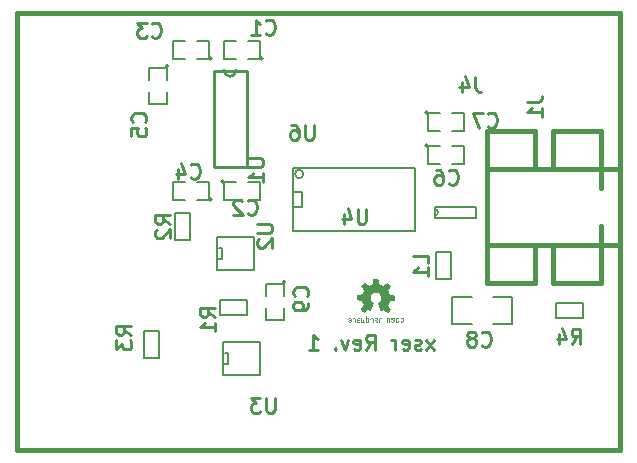
<source format=gbo>
G04 (created by PCBNEW (2013-02-27 BZR 3976)-stable) date Tue 05 Mar 2013 10:33:49 AM IST*
%MOIN*%
G04 Gerber Fmt 3.4, Leading zero omitted, Abs format*
%FSLAX34Y34*%
G01*
G70*
G90*
G04 APERTURE LIST*
%ADD10C,2.3622e-06*%
%ADD11C,0.01*%
%ADD12C,0.015*%
%ADD13C,0.0001*%
%ADD14C,0.0098*%
%ADD15C,0.0079*%
%ADD16C,0.005*%
G04 APERTURE END LIST*
G54D10*
G54D11*
X57195Y-38002D02*
X56933Y-37669D01*
X57195Y-37669D02*
X56933Y-38002D01*
X56766Y-37978D02*
X56719Y-38002D01*
X56623Y-38002D01*
X56576Y-37978D01*
X56552Y-37930D01*
X56552Y-37907D01*
X56576Y-37859D01*
X56623Y-37835D01*
X56695Y-37835D01*
X56742Y-37811D01*
X56766Y-37764D01*
X56766Y-37740D01*
X56742Y-37692D01*
X56695Y-37669D01*
X56623Y-37669D01*
X56576Y-37692D01*
X56147Y-37978D02*
X56195Y-38002D01*
X56290Y-38002D01*
X56338Y-37978D01*
X56361Y-37930D01*
X56361Y-37740D01*
X56338Y-37692D01*
X56290Y-37669D01*
X56195Y-37669D01*
X56147Y-37692D01*
X56123Y-37740D01*
X56123Y-37788D01*
X56361Y-37835D01*
X55909Y-38002D02*
X55909Y-37669D01*
X55909Y-37764D02*
X55885Y-37716D01*
X55861Y-37692D01*
X55814Y-37669D01*
X55766Y-37669D01*
X54933Y-38002D02*
X55100Y-37764D01*
X55219Y-38002D02*
X55219Y-37502D01*
X55028Y-37502D01*
X54980Y-37526D01*
X54957Y-37550D01*
X54933Y-37597D01*
X54933Y-37669D01*
X54957Y-37716D01*
X54980Y-37740D01*
X55028Y-37764D01*
X55219Y-37764D01*
X54528Y-37978D02*
X54576Y-38002D01*
X54671Y-38002D01*
X54719Y-37978D01*
X54742Y-37930D01*
X54742Y-37740D01*
X54719Y-37692D01*
X54671Y-37669D01*
X54576Y-37669D01*
X54528Y-37692D01*
X54504Y-37740D01*
X54504Y-37788D01*
X54742Y-37835D01*
X54338Y-37669D02*
X54219Y-38002D01*
X54100Y-37669D01*
X53909Y-37954D02*
X53885Y-37978D01*
X53909Y-38002D01*
X53933Y-37978D01*
X53909Y-37954D01*
X53909Y-38002D01*
X53028Y-38002D02*
X53314Y-38002D01*
X53171Y-38002D02*
X53171Y-37502D01*
X53219Y-37573D01*
X53266Y-37621D01*
X53314Y-37645D01*
G54D12*
X43307Y-26772D02*
X43307Y-27165D01*
X63386Y-26772D02*
X43307Y-26772D01*
X63386Y-41339D02*
X63386Y-26772D01*
X43307Y-41339D02*
X63386Y-41339D01*
X43307Y-26772D02*
X43307Y-41339D01*
G54D13*
G36*
X55327Y-35655D02*
X55320Y-35655D01*
X55320Y-35662D01*
X55327Y-35662D01*
X55327Y-35655D01*
X55327Y-35655D01*
G37*
G36*
X55320Y-35655D02*
X55313Y-35655D01*
X55313Y-35662D01*
X55320Y-35662D01*
X55320Y-35655D01*
X55320Y-35655D01*
G37*
G36*
X55313Y-35655D02*
X55306Y-35655D01*
X55306Y-35662D01*
X55313Y-35662D01*
X55313Y-35655D01*
X55313Y-35655D01*
G37*
G36*
X55306Y-35655D02*
X55299Y-35655D01*
X55299Y-35662D01*
X55306Y-35662D01*
X55306Y-35655D01*
X55306Y-35655D01*
G37*
G36*
X55299Y-35655D02*
X55292Y-35655D01*
X55292Y-35662D01*
X55299Y-35662D01*
X55299Y-35655D01*
X55299Y-35655D01*
G37*
G36*
X55292Y-35655D02*
X55285Y-35655D01*
X55285Y-35662D01*
X55292Y-35662D01*
X55292Y-35655D01*
X55292Y-35655D01*
G37*
G36*
X55285Y-35655D02*
X55278Y-35655D01*
X55278Y-35662D01*
X55285Y-35662D01*
X55285Y-35655D01*
X55285Y-35655D01*
G37*
G36*
X55278Y-35655D02*
X55271Y-35655D01*
X55271Y-35662D01*
X55278Y-35662D01*
X55278Y-35655D01*
X55278Y-35655D01*
G37*
G36*
X55271Y-35655D02*
X55264Y-35655D01*
X55264Y-35662D01*
X55271Y-35662D01*
X55271Y-35655D01*
X55271Y-35655D01*
G37*
G36*
X55264Y-35655D02*
X55258Y-35655D01*
X55258Y-35662D01*
X55264Y-35662D01*
X55264Y-35655D01*
X55264Y-35655D01*
G37*
G36*
X55258Y-35655D02*
X55251Y-35655D01*
X55251Y-35662D01*
X55258Y-35662D01*
X55258Y-35655D01*
X55258Y-35655D01*
G37*
G36*
X55251Y-35655D02*
X55244Y-35655D01*
X55244Y-35662D01*
X55251Y-35662D01*
X55251Y-35655D01*
X55251Y-35655D01*
G37*
G36*
X55244Y-35655D02*
X55237Y-35655D01*
X55237Y-35662D01*
X55244Y-35662D01*
X55244Y-35655D01*
X55244Y-35655D01*
G37*
G36*
X55237Y-35655D02*
X55230Y-35655D01*
X55230Y-35662D01*
X55237Y-35662D01*
X55237Y-35655D01*
X55237Y-35655D01*
G37*
G36*
X55230Y-35655D02*
X55223Y-35655D01*
X55223Y-35662D01*
X55230Y-35662D01*
X55230Y-35655D01*
X55230Y-35655D01*
G37*
G36*
X55223Y-35655D02*
X55216Y-35655D01*
X55216Y-35662D01*
X55223Y-35662D01*
X55223Y-35655D01*
X55223Y-35655D01*
G37*
G36*
X55216Y-35655D02*
X55209Y-35655D01*
X55209Y-35662D01*
X55216Y-35662D01*
X55216Y-35655D01*
X55216Y-35655D01*
G37*
G36*
X55209Y-35655D02*
X55202Y-35655D01*
X55202Y-35662D01*
X55209Y-35662D01*
X55209Y-35655D01*
X55209Y-35655D01*
G37*
G36*
X55202Y-35655D02*
X55195Y-35655D01*
X55195Y-35662D01*
X55202Y-35662D01*
X55202Y-35655D01*
X55202Y-35655D01*
G37*
G36*
X55195Y-35655D02*
X55188Y-35655D01*
X55188Y-35662D01*
X55195Y-35662D01*
X55195Y-35655D01*
X55195Y-35655D01*
G37*
G36*
X55340Y-35662D02*
X55334Y-35662D01*
X55334Y-35669D01*
X55340Y-35669D01*
X55340Y-35662D01*
X55340Y-35662D01*
G37*
G36*
X55334Y-35662D02*
X55327Y-35662D01*
X55327Y-35669D01*
X55334Y-35669D01*
X55334Y-35662D01*
X55334Y-35662D01*
G37*
G36*
X55327Y-35662D02*
X55320Y-35662D01*
X55320Y-35669D01*
X55327Y-35669D01*
X55327Y-35662D01*
X55327Y-35662D01*
G37*
G36*
X55320Y-35662D02*
X55313Y-35662D01*
X55313Y-35669D01*
X55320Y-35669D01*
X55320Y-35662D01*
X55320Y-35662D01*
G37*
G36*
X55313Y-35662D02*
X55306Y-35662D01*
X55306Y-35669D01*
X55313Y-35669D01*
X55313Y-35662D01*
X55313Y-35662D01*
G37*
G36*
X55306Y-35662D02*
X55299Y-35662D01*
X55299Y-35669D01*
X55306Y-35669D01*
X55306Y-35662D01*
X55306Y-35662D01*
G37*
G36*
X55299Y-35662D02*
X55292Y-35662D01*
X55292Y-35669D01*
X55299Y-35669D01*
X55299Y-35662D01*
X55299Y-35662D01*
G37*
G36*
X55292Y-35662D02*
X55285Y-35662D01*
X55285Y-35669D01*
X55292Y-35669D01*
X55292Y-35662D01*
X55292Y-35662D01*
G37*
G36*
X55285Y-35662D02*
X55278Y-35662D01*
X55278Y-35669D01*
X55285Y-35669D01*
X55285Y-35662D01*
X55285Y-35662D01*
G37*
G36*
X55278Y-35662D02*
X55271Y-35662D01*
X55271Y-35669D01*
X55278Y-35669D01*
X55278Y-35662D01*
X55278Y-35662D01*
G37*
G36*
X55271Y-35662D02*
X55264Y-35662D01*
X55264Y-35669D01*
X55271Y-35669D01*
X55271Y-35662D01*
X55271Y-35662D01*
G37*
G36*
X55264Y-35662D02*
X55258Y-35662D01*
X55258Y-35669D01*
X55264Y-35669D01*
X55264Y-35662D01*
X55264Y-35662D01*
G37*
G36*
X55258Y-35662D02*
X55251Y-35662D01*
X55251Y-35669D01*
X55258Y-35669D01*
X55258Y-35662D01*
X55258Y-35662D01*
G37*
G36*
X55251Y-35662D02*
X55244Y-35662D01*
X55244Y-35669D01*
X55251Y-35669D01*
X55251Y-35662D01*
X55251Y-35662D01*
G37*
G36*
X55244Y-35662D02*
X55237Y-35662D01*
X55237Y-35669D01*
X55244Y-35669D01*
X55244Y-35662D01*
X55244Y-35662D01*
G37*
G36*
X55237Y-35662D02*
X55230Y-35662D01*
X55230Y-35669D01*
X55237Y-35669D01*
X55237Y-35662D01*
X55237Y-35662D01*
G37*
G36*
X55230Y-35662D02*
X55223Y-35662D01*
X55223Y-35669D01*
X55230Y-35669D01*
X55230Y-35662D01*
X55230Y-35662D01*
G37*
G36*
X55223Y-35662D02*
X55216Y-35662D01*
X55216Y-35669D01*
X55223Y-35669D01*
X55223Y-35662D01*
X55223Y-35662D01*
G37*
G36*
X55216Y-35662D02*
X55209Y-35662D01*
X55209Y-35669D01*
X55216Y-35669D01*
X55216Y-35662D01*
X55216Y-35662D01*
G37*
G36*
X55209Y-35662D02*
X55202Y-35662D01*
X55202Y-35669D01*
X55209Y-35669D01*
X55209Y-35662D01*
X55209Y-35662D01*
G37*
G36*
X55202Y-35662D02*
X55195Y-35662D01*
X55195Y-35669D01*
X55202Y-35669D01*
X55202Y-35662D01*
X55202Y-35662D01*
G37*
G36*
X55195Y-35662D02*
X55188Y-35662D01*
X55188Y-35669D01*
X55195Y-35669D01*
X55195Y-35662D01*
X55195Y-35662D01*
G37*
G36*
X55188Y-35662D02*
X55182Y-35662D01*
X55182Y-35669D01*
X55188Y-35669D01*
X55188Y-35662D01*
X55188Y-35662D01*
G37*
G36*
X55182Y-35662D02*
X55175Y-35662D01*
X55175Y-35669D01*
X55182Y-35669D01*
X55182Y-35662D01*
X55182Y-35662D01*
G37*
G36*
X55347Y-35669D02*
X55340Y-35669D01*
X55340Y-35676D01*
X55347Y-35676D01*
X55347Y-35669D01*
X55347Y-35669D01*
G37*
G36*
X55340Y-35669D02*
X55334Y-35669D01*
X55334Y-35676D01*
X55340Y-35676D01*
X55340Y-35669D01*
X55340Y-35669D01*
G37*
G36*
X55334Y-35669D02*
X55327Y-35669D01*
X55327Y-35676D01*
X55334Y-35676D01*
X55334Y-35669D01*
X55334Y-35669D01*
G37*
G36*
X55327Y-35669D02*
X55320Y-35669D01*
X55320Y-35676D01*
X55327Y-35676D01*
X55327Y-35669D01*
X55327Y-35669D01*
G37*
G36*
X55320Y-35669D02*
X55313Y-35669D01*
X55313Y-35676D01*
X55320Y-35676D01*
X55320Y-35669D01*
X55320Y-35669D01*
G37*
G36*
X55313Y-35669D02*
X55306Y-35669D01*
X55306Y-35676D01*
X55313Y-35676D01*
X55313Y-35669D01*
X55313Y-35669D01*
G37*
G36*
X55306Y-35669D02*
X55299Y-35669D01*
X55299Y-35676D01*
X55306Y-35676D01*
X55306Y-35669D01*
X55306Y-35669D01*
G37*
G36*
X55299Y-35669D02*
X55292Y-35669D01*
X55292Y-35676D01*
X55299Y-35676D01*
X55299Y-35669D01*
X55299Y-35669D01*
G37*
G36*
X55292Y-35669D02*
X55285Y-35669D01*
X55285Y-35676D01*
X55292Y-35676D01*
X55292Y-35669D01*
X55292Y-35669D01*
G37*
G36*
X55285Y-35669D02*
X55278Y-35669D01*
X55278Y-35676D01*
X55285Y-35676D01*
X55285Y-35669D01*
X55285Y-35669D01*
G37*
G36*
X55278Y-35669D02*
X55271Y-35669D01*
X55271Y-35676D01*
X55278Y-35676D01*
X55278Y-35669D01*
X55278Y-35669D01*
G37*
G36*
X55271Y-35669D02*
X55264Y-35669D01*
X55264Y-35676D01*
X55271Y-35676D01*
X55271Y-35669D01*
X55271Y-35669D01*
G37*
G36*
X55264Y-35669D02*
X55258Y-35669D01*
X55258Y-35676D01*
X55264Y-35676D01*
X55264Y-35669D01*
X55264Y-35669D01*
G37*
G36*
X55258Y-35669D02*
X55251Y-35669D01*
X55251Y-35676D01*
X55258Y-35676D01*
X55258Y-35669D01*
X55258Y-35669D01*
G37*
G36*
X55251Y-35669D02*
X55244Y-35669D01*
X55244Y-35676D01*
X55251Y-35676D01*
X55251Y-35669D01*
X55251Y-35669D01*
G37*
G36*
X55244Y-35669D02*
X55237Y-35669D01*
X55237Y-35676D01*
X55244Y-35676D01*
X55244Y-35669D01*
X55244Y-35669D01*
G37*
G36*
X55237Y-35669D02*
X55230Y-35669D01*
X55230Y-35676D01*
X55237Y-35676D01*
X55237Y-35669D01*
X55237Y-35669D01*
G37*
G36*
X55230Y-35669D02*
X55223Y-35669D01*
X55223Y-35676D01*
X55230Y-35676D01*
X55230Y-35669D01*
X55230Y-35669D01*
G37*
G36*
X55223Y-35669D02*
X55216Y-35669D01*
X55216Y-35676D01*
X55223Y-35676D01*
X55223Y-35669D01*
X55223Y-35669D01*
G37*
G36*
X55216Y-35669D02*
X55209Y-35669D01*
X55209Y-35676D01*
X55216Y-35676D01*
X55216Y-35669D01*
X55216Y-35669D01*
G37*
G36*
X55209Y-35669D02*
X55202Y-35669D01*
X55202Y-35676D01*
X55209Y-35676D01*
X55209Y-35669D01*
X55209Y-35669D01*
G37*
G36*
X55202Y-35669D02*
X55195Y-35669D01*
X55195Y-35676D01*
X55202Y-35676D01*
X55202Y-35669D01*
X55202Y-35669D01*
G37*
G36*
X55195Y-35669D02*
X55188Y-35669D01*
X55188Y-35676D01*
X55195Y-35676D01*
X55195Y-35669D01*
X55195Y-35669D01*
G37*
G36*
X55188Y-35669D02*
X55182Y-35669D01*
X55182Y-35676D01*
X55188Y-35676D01*
X55188Y-35669D01*
X55188Y-35669D01*
G37*
G36*
X55182Y-35669D02*
X55175Y-35669D01*
X55175Y-35676D01*
X55182Y-35676D01*
X55182Y-35669D01*
X55182Y-35669D01*
G37*
G36*
X55347Y-35676D02*
X55340Y-35676D01*
X55340Y-35683D01*
X55347Y-35683D01*
X55347Y-35676D01*
X55347Y-35676D01*
G37*
G36*
X55340Y-35676D02*
X55334Y-35676D01*
X55334Y-35683D01*
X55340Y-35683D01*
X55340Y-35676D01*
X55340Y-35676D01*
G37*
G36*
X55334Y-35676D02*
X55327Y-35676D01*
X55327Y-35683D01*
X55334Y-35683D01*
X55334Y-35676D01*
X55334Y-35676D01*
G37*
G36*
X55327Y-35676D02*
X55320Y-35676D01*
X55320Y-35683D01*
X55327Y-35683D01*
X55327Y-35676D01*
X55327Y-35676D01*
G37*
G36*
X55320Y-35676D02*
X55313Y-35676D01*
X55313Y-35683D01*
X55320Y-35683D01*
X55320Y-35676D01*
X55320Y-35676D01*
G37*
G36*
X55313Y-35676D02*
X55306Y-35676D01*
X55306Y-35683D01*
X55313Y-35683D01*
X55313Y-35676D01*
X55313Y-35676D01*
G37*
G36*
X55306Y-35676D02*
X55299Y-35676D01*
X55299Y-35683D01*
X55306Y-35683D01*
X55306Y-35676D01*
X55306Y-35676D01*
G37*
G36*
X55299Y-35676D02*
X55292Y-35676D01*
X55292Y-35683D01*
X55299Y-35683D01*
X55299Y-35676D01*
X55299Y-35676D01*
G37*
G36*
X55292Y-35676D02*
X55285Y-35676D01*
X55285Y-35683D01*
X55292Y-35683D01*
X55292Y-35676D01*
X55292Y-35676D01*
G37*
G36*
X55285Y-35676D02*
X55278Y-35676D01*
X55278Y-35683D01*
X55285Y-35683D01*
X55285Y-35676D01*
X55285Y-35676D01*
G37*
G36*
X55278Y-35676D02*
X55271Y-35676D01*
X55271Y-35683D01*
X55278Y-35683D01*
X55278Y-35676D01*
X55278Y-35676D01*
G37*
G36*
X55271Y-35676D02*
X55264Y-35676D01*
X55264Y-35683D01*
X55271Y-35683D01*
X55271Y-35676D01*
X55271Y-35676D01*
G37*
G36*
X55264Y-35676D02*
X55258Y-35676D01*
X55258Y-35683D01*
X55264Y-35683D01*
X55264Y-35676D01*
X55264Y-35676D01*
G37*
G36*
X55258Y-35676D02*
X55251Y-35676D01*
X55251Y-35683D01*
X55258Y-35683D01*
X55258Y-35676D01*
X55258Y-35676D01*
G37*
G36*
X55251Y-35676D02*
X55244Y-35676D01*
X55244Y-35683D01*
X55251Y-35683D01*
X55251Y-35676D01*
X55251Y-35676D01*
G37*
G36*
X55244Y-35676D02*
X55237Y-35676D01*
X55237Y-35683D01*
X55244Y-35683D01*
X55244Y-35676D01*
X55244Y-35676D01*
G37*
G36*
X55237Y-35676D02*
X55230Y-35676D01*
X55230Y-35683D01*
X55237Y-35683D01*
X55237Y-35676D01*
X55237Y-35676D01*
G37*
G36*
X55230Y-35676D02*
X55223Y-35676D01*
X55223Y-35683D01*
X55230Y-35683D01*
X55230Y-35676D01*
X55230Y-35676D01*
G37*
G36*
X55223Y-35676D02*
X55216Y-35676D01*
X55216Y-35683D01*
X55223Y-35683D01*
X55223Y-35676D01*
X55223Y-35676D01*
G37*
G36*
X55216Y-35676D02*
X55209Y-35676D01*
X55209Y-35683D01*
X55216Y-35683D01*
X55216Y-35676D01*
X55216Y-35676D01*
G37*
G36*
X55209Y-35676D02*
X55202Y-35676D01*
X55202Y-35683D01*
X55209Y-35683D01*
X55209Y-35676D01*
X55209Y-35676D01*
G37*
G36*
X55202Y-35676D02*
X55195Y-35676D01*
X55195Y-35683D01*
X55202Y-35683D01*
X55202Y-35676D01*
X55202Y-35676D01*
G37*
G36*
X55195Y-35676D02*
X55188Y-35676D01*
X55188Y-35683D01*
X55195Y-35683D01*
X55195Y-35676D01*
X55195Y-35676D01*
G37*
G36*
X55188Y-35676D02*
X55182Y-35676D01*
X55182Y-35683D01*
X55188Y-35683D01*
X55188Y-35676D01*
X55188Y-35676D01*
G37*
G36*
X55182Y-35676D02*
X55175Y-35676D01*
X55175Y-35683D01*
X55182Y-35683D01*
X55182Y-35676D01*
X55182Y-35676D01*
G37*
G36*
X55347Y-35683D02*
X55340Y-35683D01*
X55340Y-35690D01*
X55347Y-35690D01*
X55347Y-35683D01*
X55347Y-35683D01*
G37*
G36*
X55340Y-35683D02*
X55334Y-35683D01*
X55334Y-35690D01*
X55340Y-35690D01*
X55340Y-35683D01*
X55340Y-35683D01*
G37*
G36*
X55334Y-35683D02*
X55327Y-35683D01*
X55327Y-35690D01*
X55334Y-35690D01*
X55334Y-35683D01*
X55334Y-35683D01*
G37*
G36*
X55327Y-35683D02*
X55320Y-35683D01*
X55320Y-35690D01*
X55327Y-35690D01*
X55327Y-35683D01*
X55327Y-35683D01*
G37*
G36*
X55320Y-35683D02*
X55313Y-35683D01*
X55313Y-35690D01*
X55320Y-35690D01*
X55320Y-35683D01*
X55320Y-35683D01*
G37*
G36*
X55313Y-35683D02*
X55306Y-35683D01*
X55306Y-35690D01*
X55313Y-35690D01*
X55313Y-35683D01*
X55313Y-35683D01*
G37*
G36*
X55306Y-35683D02*
X55299Y-35683D01*
X55299Y-35690D01*
X55306Y-35690D01*
X55306Y-35683D01*
X55306Y-35683D01*
G37*
G36*
X55299Y-35683D02*
X55292Y-35683D01*
X55292Y-35690D01*
X55299Y-35690D01*
X55299Y-35683D01*
X55299Y-35683D01*
G37*
G36*
X55292Y-35683D02*
X55285Y-35683D01*
X55285Y-35690D01*
X55292Y-35690D01*
X55292Y-35683D01*
X55292Y-35683D01*
G37*
G36*
X55285Y-35683D02*
X55278Y-35683D01*
X55278Y-35690D01*
X55285Y-35690D01*
X55285Y-35683D01*
X55285Y-35683D01*
G37*
G36*
X55278Y-35683D02*
X55271Y-35683D01*
X55271Y-35690D01*
X55278Y-35690D01*
X55278Y-35683D01*
X55278Y-35683D01*
G37*
G36*
X55271Y-35683D02*
X55264Y-35683D01*
X55264Y-35690D01*
X55271Y-35690D01*
X55271Y-35683D01*
X55271Y-35683D01*
G37*
G36*
X55264Y-35683D02*
X55258Y-35683D01*
X55258Y-35690D01*
X55264Y-35690D01*
X55264Y-35683D01*
X55264Y-35683D01*
G37*
G36*
X55258Y-35683D02*
X55251Y-35683D01*
X55251Y-35690D01*
X55258Y-35690D01*
X55258Y-35683D01*
X55258Y-35683D01*
G37*
G36*
X55251Y-35683D02*
X55244Y-35683D01*
X55244Y-35690D01*
X55251Y-35690D01*
X55251Y-35683D01*
X55251Y-35683D01*
G37*
G36*
X55244Y-35683D02*
X55237Y-35683D01*
X55237Y-35690D01*
X55244Y-35690D01*
X55244Y-35683D01*
X55244Y-35683D01*
G37*
G36*
X55237Y-35683D02*
X55230Y-35683D01*
X55230Y-35690D01*
X55237Y-35690D01*
X55237Y-35683D01*
X55237Y-35683D01*
G37*
G36*
X55230Y-35683D02*
X55223Y-35683D01*
X55223Y-35690D01*
X55230Y-35690D01*
X55230Y-35683D01*
X55230Y-35683D01*
G37*
G36*
X55223Y-35683D02*
X55216Y-35683D01*
X55216Y-35690D01*
X55223Y-35690D01*
X55223Y-35683D01*
X55223Y-35683D01*
G37*
G36*
X55216Y-35683D02*
X55209Y-35683D01*
X55209Y-35690D01*
X55216Y-35690D01*
X55216Y-35683D01*
X55216Y-35683D01*
G37*
G36*
X55209Y-35683D02*
X55202Y-35683D01*
X55202Y-35690D01*
X55209Y-35690D01*
X55209Y-35683D01*
X55209Y-35683D01*
G37*
G36*
X55202Y-35683D02*
X55195Y-35683D01*
X55195Y-35690D01*
X55202Y-35690D01*
X55202Y-35683D01*
X55202Y-35683D01*
G37*
G36*
X55195Y-35683D02*
X55188Y-35683D01*
X55188Y-35690D01*
X55195Y-35690D01*
X55195Y-35683D01*
X55195Y-35683D01*
G37*
G36*
X55188Y-35683D02*
X55182Y-35683D01*
X55182Y-35690D01*
X55188Y-35690D01*
X55188Y-35683D01*
X55188Y-35683D01*
G37*
G36*
X55182Y-35683D02*
X55175Y-35683D01*
X55175Y-35690D01*
X55182Y-35690D01*
X55182Y-35683D01*
X55182Y-35683D01*
G37*
G36*
X55347Y-35690D02*
X55340Y-35690D01*
X55340Y-35697D01*
X55347Y-35697D01*
X55347Y-35690D01*
X55347Y-35690D01*
G37*
G36*
X55340Y-35690D02*
X55334Y-35690D01*
X55334Y-35697D01*
X55340Y-35697D01*
X55340Y-35690D01*
X55340Y-35690D01*
G37*
G36*
X55334Y-35690D02*
X55327Y-35690D01*
X55327Y-35697D01*
X55334Y-35697D01*
X55334Y-35690D01*
X55334Y-35690D01*
G37*
G36*
X55327Y-35690D02*
X55320Y-35690D01*
X55320Y-35697D01*
X55327Y-35697D01*
X55327Y-35690D01*
X55327Y-35690D01*
G37*
G36*
X55320Y-35690D02*
X55313Y-35690D01*
X55313Y-35697D01*
X55320Y-35697D01*
X55320Y-35690D01*
X55320Y-35690D01*
G37*
G36*
X55313Y-35690D02*
X55306Y-35690D01*
X55306Y-35697D01*
X55313Y-35697D01*
X55313Y-35690D01*
X55313Y-35690D01*
G37*
G36*
X55306Y-35690D02*
X55299Y-35690D01*
X55299Y-35697D01*
X55306Y-35697D01*
X55306Y-35690D01*
X55306Y-35690D01*
G37*
G36*
X55299Y-35690D02*
X55292Y-35690D01*
X55292Y-35697D01*
X55299Y-35697D01*
X55299Y-35690D01*
X55299Y-35690D01*
G37*
G36*
X55292Y-35690D02*
X55285Y-35690D01*
X55285Y-35697D01*
X55292Y-35697D01*
X55292Y-35690D01*
X55292Y-35690D01*
G37*
G36*
X55285Y-35690D02*
X55278Y-35690D01*
X55278Y-35697D01*
X55285Y-35697D01*
X55285Y-35690D01*
X55285Y-35690D01*
G37*
G36*
X55278Y-35690D02*
X55271Y-35690D01*
X55271Y-35697D01*
X55278Y-35697D01*
X55278Y-35690D01*
X55278Y-35690D01*
G37*
G36*
X55271Y-35690D02*
X55264Y-35690D01*
X55264Y-35697D01*
X55271Y-35697D01*
X55271Y-35690D01*
X55271Y-35690D01*
G37*
G36*
X55264Y-35690D02*
X55258Y-35690D01*
X55258Y-35697D01*
X55264Y-35697D01*
X55264Y-35690D01*
X55264Y-35690D01*
G37*
G36*
X55258Y-35690D02*
X55251Y-35690D01*
X55251Y-35697D01*
X55258Y-35697D01*
X55258Y-35690D01*
X55258Y-35690D01*
G37*
G36*
X55251Y-35690D02*
X55244Y-35690D01*
X55244Y-35697D01*
X55251Y-35697D01*
X55251Y-35690D01*
X55251Y-35690D01*
G37*
G36*
X55244Y-35690D02*
X55237Y-35690D01*
X55237Y-35697D01*
X55244Y-35697D01*
X55244Y-35690D01*
X55244Y-35690D01*
G37*
G36*
X55237Y-35690D02*
X55230Y-35690D01*
X55230Y-35697D01*
X55237Y-35697D01*
X55237Y-35690D01*
X55237Y-35690D01*
G37*
G36*
X55230Y-35690D02*
X55223Y-35690D01*
X55223Y-35697D01*
X55230Y-35697D01*
X55230Y-35690D01*
X55230Y-35690D01*
G37*
G36*
X55223Y-35690D02*
X55216Y-35690D01*
X55216Y-35697D01*
X55223Y-35697D01*
X55223Y-35690D01*
X55223Y-35690D01*
G37*
G36*
X55216Y-35690D02*
X55209Y-35690D01*
X55209Y-35697D01*
X55216Y-35697D01*
X55216Y-35690D01*
X55216Y-35690D01*
G37*
G36*
X55209Y-35690D02*
X55202Y-35690D01*
X55202Y-35697D01*
X55209Y-35697D01*
X55209Y-35690D01*
X55209Y-35690D01*
G37*
G36*
X55202Y-35690D02*
X55195Y-35690D01*
X55195Y-35697D01*
X55202Y-35697D01*
X55202Y-35690D01*
X55202Y-35690D01*
G37*
G36*
X55195Y-35690D02*
X55188Y-35690D01*
X55188Y-35697D01*
X55195Y-35697D01*
X55195Y-35690D01*
X55195Y-35690D01*
G37*
G36*
X55188Y-35690D02*
X55182Y-35690D01*
X55182Y-35697D01*
X55188Y-35697D01*
X55188Y-35690D01*
X55188Y-35690D01*
G37*
G36*
X55182Y-35690D02*
X55175Y-35690D01*
X55175Y-35697D01*
X55182Y-35697D01*
X55182Y-35690D01*
X55182Y-35690D01*
G37*
G36*
X55354Y-35697D02*
X55347Y-35697D01*
X55347Y-35703D01*
X55354Y-35703D01*
X55354Y-35697D01*
X55354Y-35697D01*
G37*
G36*
X55347Y-35697D02*
X55340Y-35697D01*
X55340Y-35703D01*
X55347Y-35703D01*
X55347Y-35697D01*
X55347Y-35697D01*
G37*
G36*
X55340Y-35697D02*
X55334Y-35697D01*
X55334Y-35703D01*
X55340Y-35703D01*
X55340Y-35697D01*
X55340Y-35697D01*
G37*
G36*
X55334Y-35697D02*
X55327Y-35697D01*
X55327Y-35703D01*
X55334Y-35703D01*
X55334Y-35697D01*
X55334Y-35697D01*
G37*
G36*
X55327Y-35697D02*
X55320Y-35697D01*
X55320Y-35703D01*
X55327Y-35703D01*
X55327Y-35697D01*
X55327Y-35697D01*
G37*
G36*
X55320Y-35697D02*
X55313Y-35697D01*
X55313Y-35703D01*
X55320Y-35703D01*
X55320Y-35697D01*
X55320Y-35697D01*
G37*
G36*
X55313Y-35697D02*
X55306Y-35697D01*
X55306Y-35703D01*
X55313Y-35703D01*
X55313Y-35697D01*
X55313Y-35697D01*
G37*
G36*
X55306Y-35697D02*
X55299Y-35697D01*
X55299Y-35703D01*
X55306Y-35703D01*
X55306Y-35697D01*
X55306Y-35697D01*
G37*
G36*
X55299Y-35697D02*
X55292Y-35697D01*
X55292Y-35703D01*
X55299Y-35703D01*
X55299Y-35697D01*
X55299Y-35697D01*
G37*
G36*
X55292Y-35697D02*
X55285Y-35697D01*
X55285Y-35703D01*
X55292Y-35703D01*
X55292Y-35697D01*
X55292Y-35697D01*
G37*
G36*
X55285Y-35697D02*
X55278Y-35697D01*
X55278Y-35703D01*
X55285Y-35703D01*
X55285Y-35697D01*
X55285Y-35697D01*
G37*
G36*
X55278Y-35697D02*
X55271Y-35697D01*
X55271Y-35703D01*
X55278Y-35703D01*
X55278Y-35697D01*
X55278Y-35697D01*
G37*
G36*
X55271Y-35697D02*
X55264Y-35697D01*
X55264Y-35703D01*
X55271Y-35703D01*
X55271Y-35697D01*
X55271Y-35697D01*
G37*
G36*
X55264Y-35697D02*
X55258Y-35697D01*
X55258Y-35703D01*
X55264Y-35703D01*
X55264Y-35697D01*
X55264Y-35697D01*
G37*
G36*
X55258Y-35697D02*
X55251Y-35697D01*
X55251Y-35703D01*
X55258Y-35703D01*
X55258Y-35697D01*
X55258Y-35697D01*
G37*
G36*
X55251Y-35697D02*
X55244Y-35697D01*
X55244Y-35703D01*
X55251Y-35703D01*
X55251Y-35697D01*
X55251Y-35697D01*
G37*
G36*
X55244Y-35697D02*
X55237Y-35697D01*
X55237Y-35703D01*
X55244Y-35703D01*
X55244Y-35697D01*
X55244Y-35697D01*
G37*
G36*
X55237Y-35697D02*
X55230Y-35697D01*
X55230Y-35703D01*
X55237Y-35703D01*
X55237Y-35697D01*
X55237Y-35697D01*
G37*
G36*
X55230Y-35697D02*
X55223Y-35697D01*
X55223Y-35703D01*
X55230Y-35703D01*
X55230Y-35697D01*
X55230Y-35697D01*
G37*
G36*
X55223Y-35697D02*
X55216Y-35697D01*
X55216Y-35703D01*
X55223Y-35703D01*
X55223Y-35697D01*
X55223Y-35697D01*
G37*
G36*
X55216Y-35697D02*
X55209Y-35697D01*
X55209Y-35703D01*
X55216Y-35703D01*
X55216Y-35697D01*
X55216Y-35697D01*
G37*
G36*
X55209Y-35697D02*
X55202Y-35697D01*
X55202Y-35703D01*
X55209Y-35703D01*
X55209Y-35697D01*
X55209Y-35697D01*
G37*
G36*
X55202Y-35697D02*
X55195Y-35697D01*
X55195Y-35703D01*
X55202Y-35703D01*
X55202Y-35697D01*
X55202Y-35697D01*
G37*
G36*
X55195Y-35697D02*
X55188Y-35697D01*
X55188Y-35703D01*
X55195Y-35703D01*
X55195Y-35697D01*
X55195Y-35697D01*
G37*
G36*
X55188Y-35697D02*
X55182Y-35697D01*
X55182Y-35703D01*
X55188Y-35703D01*
X55188Y-35697D01*
X55188Y-35697D01*
G37*
G36*
X55182Y-35697D02*
X55175Y-35697D01*
X55175Y-35703D01*
X55182Y-35703D01*
X55182Y-35697D01*
X55182Y-35697D01*
G37*
G36*
X55175Y-35697D02*
X55168Y-35697D01*
X55168Y-35703D01*
X55175Y-35703D01*
X55175Y-35697D01*
X55175Y-35697D01*
G37*
G36*
X55354Y-35703D02*
X55347Y-35703D01*
X55347Y-35710D01*
X55354Y-35710D01*
X55354Y-35703D01*
X55354Y-35703D01*
G37*
G36*
X55347Y-35703D02*
X55340Y-35703D01*
X55340Y-35710D01*
X55347Y-35710D01*
X55347Y-35703D01*
X55347Y-35703D01*
G37*
G36*
X55340Y-35703D02*
X55334Y-35703D01*
X55334Y-35710D01*
X55340Y-35710D01*
X55340Y-35703D01*
X55340Y-35703D01*
G37*
G36*
X55334Y-35703D02*
X55327Y-35703D01*
X55327Y-35710D01*
X55334Y-35710D01*
X55334Y-35703D01*
X55334Y-35703D01*
G37*
G36*
X55327Y-35703D02*
X55320Y-35703D01*
X55320Y-35710D01*
X55327Y-35710D01*
X55327Y-35703D01*
X55327Y-35703D01*
G37*
G36*
X55320Y-35703D02*
X55313Y-35703D01*
X55313Y-35710D01*
X55320Y-35710D01*
X55320Y-35703D01*
X55320Y-35703D01*
G37*
G36*
X55313Y-35703D02*
X55306Y-35703D01*
X55306Y-35710D01*
X55313Y-35710D01*
X55313Y-35703D01*
X55313Y-35703D01*
G37*
G36*
X55306Y-35703D02*
X55299Y-35703D01*
X55299Y-35710D01*
X55306Y-35710D01*
X55306Y-35703D01*
X55306Y-35703D01*
G37*
G36*
X55299Y-35703D02*
X55292Y-35703D01*
X55292Y-35710D01*
X55299Y-35710D01*
X55299Y-35703D01*
X55299Y-35703D01*
G37*
G36*
X55292Y-35703D02*
X55285Y-35703D01*
X55285Y-35710D01*
X55292Y-35710D01*
X55292Y-35703D01*
X55292Y-35703D01*
G37*
G36*
X55285Y-35703D02*
X55278Y-35703D01*
X55278Y-35710D01*
X55285Y-35710D01*
X55285Y-35703D01*
X55285Y-35703D01*
G37*
G36*
X55278Y-35703D02*
X55271Y-35703D01*
X55271Y-35710D01*
X55278Y-35710D01*
X55278Y-35703D01*
X55278Y-35703D01*
G37*
G36*
X55271Y-35703D02*
X55264Y-35703D01*
X55264Y-35710D01*
X55271Y-35710D01*
X55271Y-35703D01*
X55271Y-35703D01*
G37*
G36*
X55264Y-35703D02*
X55258Y-35703D01*
X55258Y-35710D01*
X55264Y-35710D01*
X55264Y-35703D01*
X55264Y-35703D01*
G37*
G36*
X55258Y-35703D02*
X55251Y-35703D01*
X55251Y-35710D01*
X55258Y-35710D01*
X55258Y-35703D01*
X55258Y-35703D01*
G37*
G36*
X55251Y-35703D02*
X55244Y-35703D01*
X55244Y-35710D01*
X55251Y-35710D01*
X55251Y-35703D01*
X55251Y-35703D01*
G37*
G36*
X55244Y-35703D02*
X55237Y-35703D01*
X55237Y-35710D01*
X55244Y-35710D01*
X55244Y-35703D01*
X55244Y-35703D01*
G37*
G36*
X55237Y-35703D02*
X55230Y-35703D01*
X55230Y-35710D01*
X55237Y-35710D01*
X55237Y-35703D01*
X55237Y-35703D01*
G37*
G36*
X55230Y-35703D02*
X55223Y-35703D01*
X55223Y-35710D01*
X55230Y-35710D01*
X55230Y-35703D01*
X55230Y-35703D01*
G37*
G36*
X55223Y-35703D02*
X55216Y-35703D01*
X55216Y-35710D01*
X55223Y-35710D01*
X55223Y-35703D01*
X55223Y-35703D01*
G37*
G36*
X55216Y-35703D02*
X55209Y-35703D01*
X55209Y-35710D01*
X55216Y-35710D01*
X55216Y-35703D01*
X55216Y-35703D01*
G37*
G36*
X55209Y-35703D02*
X55202Y-35703D01*
X55202Y-35710D01*
X55209Y-35710D01*
X55209Y-35703D01*
X55209Y-35703D01*
G37*
G36*
X55202Y-35703D02*
X55195Y-35703D01*
X55195Y-35710D01*
X55202Y-35710D01*
X55202Y-35703D01*
X55202Y-35703D01*
G37*
G36*
X55195Y-35703D02*
X55188Y-35703D01*
X55188Y-35710D01*
X55195Y-35710D01*
X55195Y-35703D01*
X55195Y-35703D01*
G37*
G36*
X55188Y-35703D02*
X55182Y-35703D01*
X55182Y-35710D01*
X55188Y-35710D01*
X55188Y-35703D01*
X55188Y-35703D01*
G37*
G36*
X55182Y-35703D02*
X55175Y-35703D01*
X55175Y-35710D01*
X55182Y-35710D01*
X55182Y-35703D01*
X55182Y-35703D01*
G37*
G36*
X55175Y-35703D02*
X55168Y-35703D01*
X55168Y-35710D01*
X55175Y-35710D01*
X55175Y-35703D01*
X55175Y-35703D01*
G37*
G36*
X55354Y-35710D02*
X55347Y-35710D01*
X55347Y-35717D01*
X55354Y-35717D01*
X55354Y-35710D01*
X55354Y-35710D01*
G37*
G36*
X55347Y-35710D02*
X55340Y-35710D01*
X55340Y-35717D01*
X55347Y-35717D01*
X55347Y-35710D01*
X55347Y-35710D01*
G37*
G36*
X55340Y-35710D02*
X55334Y-35710D01*
X55334Y-35717D01*
X55340Y-35717D01*
X55340Y-35710D01*
X55340Y-35710D01*
G37*
G36*
X55334Y-35710D02*
X55327Y-35710D01*
X55327Y-35717D01*
X55334Y-35717D01*
X55334Y-35710D01*
X55334Y-35710D01*
G37*
G36*
X55327Y-35710D02*
X55320Y-35710D01*
X55320Y-35717D01*
X55327Y-35717D01*
X55327Y-35710D01*
X55327Y-35710D01*
G37*
G36*
X55320Y-35710D02*
X55313Y-35710D01*
X55313Y-35717D01*
X55320Y-35717D01*
X55320Y-35710D01*
X55320Y-35710D01*
G37*
G36*
X55313Y-35710D02*
X55306Y-35710D01*
X55306Y-35717D01*
X55313Y-35717D01*
X55313Y-35710D01*
X55313Y-35710D01*
G37*
G36*
X55306Y-35710D02*
X55299Y-35710D01*
X55299Y-35717D01*
X55306Y-35717D01*
X55306Y-35710D01*
X55306Y-35710D01*
G37*
G36*
X55299Y-35710D02*
X55292Y-35710D01*
X55292Y-35717D01*
X55299Y-35717D01*
X55299Y-35710D01*
X55299Y-35710D01*
G37*
G36*
X55292Y-35710D02*
X55285Y-35710D01*
X55285Y-35717D01*
X55292Y-35717D01*
X55292Y-35710D01*
X55292Y-35710D01*
G37*
G36*
X55285Y-35710D02*
X55278Y-35710D01*
X55278Y-35717D01*
X55285Y-35717D01*
X55285Y-35710D01*
X55285Y-35710D01*
G37*
G36*
X55278Y-35710D02*
X55271Y-35710D01*
X55271Y-35717D01*
X55278Y-35717D01*
X55278Y-35710D01*
X55278Y-35710D01*
G37*
G36*
X55271Y-35710D02*
X55264Y-35710D01*
X55264Y-35717D01*
X55271Y-35717D01*
X55271Y-35710D01*
X55271Y-35710D01*
G37*
G36*
X55264Y-35710D02*
X55258Y-35710D01*
X55258Y-35717D01*
X55264Y-35717D01*
X55264Y-35710D01*
X55264Y-35710D01*
G37*
G36*
X55258Y-35710D02*
X55251Y-35710D01*
X55251Y-35717D01*
X55258Y-35717D01*
X55258Y-35710D01*
X55258Y-35710D01*
G37*
G36*
X55251Y-35710D02*
X55244Y-35710D01*
X55244Y-35717D01*
X55251Y-35717D01*
X55251Y-35710D01*
X55251Y-35710D01*
G37*
G36*
X55244Y-35710D02*
X55237Y-35710D01*
X55237Y-35717D01*
X55244Y-35717D01*
X55244Y-35710D01*
X55244Y-35710D01*
G37*
G36*
X55237Y-35710D02*
X55230Y-35710D01*
X55230Y-35717D01*
X55237Y-35717D01*
X55237Y-35710D01*
X55237Y-35710D01*
G37*
G36*
X55230Y-35710D02*
X55223Y-35710D01*
X55223Y-35717D01*
X55230Y-35717D01*
X55230Y-35710D01*
X55230Y-35710D01*
G37*
G36*
X55223Y-35710D02*
X55216Y-35710D01*
X55216Y-35717D01*
X55223Y-35717D01*
X55223Y-35710D01*
X55223Y-35710D01*
G37*
G36*
X55216Y-35710D02*
X55209Y-35710D01*
X55209Y-35717D01*
X55216Y-35717D01*
X55216Y-35710D01*
X55216Y-35710D01*
G37*
G36*
X55209Y-35710D02*
X55202Y-35710D01*
X55202Y-35717D01*
X55209Y-35717D01*
X55209Y-35710D01*
X55209Y-35710D01*
G37*
G36*
X55202Y-35710D02*
X55195Y-35710D01*
X55195Y-35717D01*
X55202Y-35717D01*
X55202Y-35710D01*
X55202Y-35710D01*
G37*
G36*
X55195Y-35710D02*
X55188Y-35710D01*
X55188Y-35717D01*
X55195Y-35717D01*
X55195Y-35710D01*
X55195Y-35710D01*
G37*
G36*
X55188Y-35710D02*
X55182Y-35710D01*
X55182Y-35717D01*
X55188Y-35717D01*
X55188Y-35710D01*
X55188Y-35710D01*
G37*
G36*
X55182Y-35710D02*
X55175Y-35710D01*
X55175Y-35717D01*
X55182Y-35717D01*
X55182Y-35710D01*
X55182Y-35710D01*
G37*
G36*
X55175Y-35710D02*
X55168Y-35710D01*
X55168Y-35717D01*
X55175Y-35717D01*
X55175Y-35710D01*
X55175Y-35710D01*
G37*
G36*
X55354Y-35717D02*
X55347Y-35717D01*
X55347Y-35724D01*
X55354Y-35724D01*
X55354Y-35717D01*
X55354Y-35717D01*
G37*
G36*
X55347Y-35717D02*
X55340Y-35717D01*
X55340Y-35724D01*
X55347Y-35724D01*
X55347Y-35717D01*
X55347Y-35717D01*
G37*
G36*
X55340Y-35717D02*
X55334Y-35717D01*
X55334Y-35724D01*
X55340Y-35724D01*
X55340Y-35717D01*
X55340Y-35717D01*
G37*
G36*
X55334Y-35717D02*
X55327Y-35717D01*
X55327Y-35724D01*
X55334Y-35724D01*
X55334Y-35717D01*
X55334Y-35717D01*
G37*
G36*
X55327Y-35717D02*
X55320Y-35717D01*
X55320Y-35724D01*
X55327Y-35724D01*
X55327Y-35717D01*
X55327Y-35717D01*
G37*
G36*
X55320Y-35717D02*
X55313Y-35717D01*
X55313Y-35724D01*
X55320Y-35724D01*
X55320Y-35717D01*
X55320Y-35717D01*
G37*
G36*
X55313Y-35717D02*
X55306Y-35717D01*
X55306Y-35724D01*
X55313Y-35724D01*
X55313Y-35717D01*
X55313Y-35717D01*
G37*
G36*
X55306Y-35717D02*
X55299Y-35717D01*
X55299Y-35724D01*
X55306Y-35724D01*
X55306Y-35717D01*
X55306Y-35717D01*
G37*
G36*
X55299Y-35717D02*
X55292Y-35717D01*
X55292Y-35724D01*
X55299Y-35724D01*
X55299Y-35717D01*
X55299Y-35717D01*
G37*
G36*
X55292Y-35717D02*
X55285Y-35717D01*
X55285Y-35724D01*
X55292Y-35724D01*
X55292Y-35717D01*
X55292Y-35717D01*
G37*
G36*
X55285Y-35717D02*
X55278Y-35717D01*
X55278Y-35724D01*
X55285Y-35724D01*
X55285Y-35717D01*
X55285Y-35717D01*
G37*
G36*
X55278Y-35717D02*
X55271Y-35717D01*
X55271Y-35724D01*
X55278Y-35724D01*
X55278Y-35717D01*
X55278Y-35717D01*
G37*
G36*
X55271Y-35717D02*
X55264Y-35717D01*
X55264Y-35724D01*
X55271Y-35724D01*
X55271Y-35717D01*
X55271Y-35717D01*
G37*
G36*
X55264Y-35717D02*
X55258Y-35717D01*
X55258Y-35724D01*
X55264Y-35724D01*
X55264Y-35717D01*
X55264Y-35717D01*
G37*
G36*
X55258Y-35717D02*
X55251Y-35717D01*
X55251Y-35724D01*
X55258Y-35724D01*
X55258Y-35717D01*
X55258Y-35717D01*
G37*
G36*
X55251Y-35717D02*
X55244Y-35717D01*
X55244Y-35724D01*
X55251Y-35724D01*
X55251Y-35717D01*
X55251Y-35717D01*
G37*
G36*
X55244Y-35717D02*
X55237Y-35717D01*
X55237Y-35724D01*
X55244Y-35724D01*
X55244Y-35717D01*
X55244Y-35717D01*
G37*
G36*
X55237Y-35717D02*
X55230Y-35717D01*
X55230Y-35724D01*
X55237Y-35724D01*
X55237Y-35717D01*
X55237Y-35717D01*
G37*
G36*
X55230Y-35717D02*
X55223Y-35717D01*
X55223Y-35724D01*
X55230Y-35724D01*
X55230Y-35717D01*
X55230Y-35717D01*
G37*
G36*
X55223Y-35717D02*
X55216Y-35717D01*
X55216Y-35724D01*
X55223Y-35724D01*
X55223Y-35717D01*
X55223Y-35717D01*
G37*
G36*
X55216Y-35717D02*
X55209Y-35717D01*
X55209Y-35724D01*
X55216Y-35724D01*
X55216Y-35717D01*
X55216Y-35717D01*
G37*
G36*
X55209Y-35717D02*
X55202Y-35717D01*
X55202Y-35724D01*
X55209Y-35724D01*
X55209Y-35717D01*
X55209Y-35717D01*
G37*
G36*
X55202Y-35717D02*
X55195Y-35717D01*
X55195Y-35724D01*
X55202Y-35724D01*
X55202Y-35717D01*
X55202Y-35717D01*
G37*
G36*
X55195Y-35717D02*
X55188Y-35717D01*
X55188Y-35724D01*
X55195Y-35724D01*
X55195Y-35717D01*
X55195Y-35717D01*
G37*
G36*
X55188Y-35717D02*
X55182Y-35717D01*
X55182Y-35724D01*
X55188Y-35724D01*
X55188Y-35717D01*
X55188Y-35717D01*
G37*
G36*
X55182Y-35717D02*
X55175Y-35717D01*
X55175Y-35724D01*
X55182Y-35724D01*
X55182Y-35717D01*
X55182Y-35717D01*
G37*
G36*
X55175Y-35717D02*
X55168Y-35717D01*
X55168Y-35724D01*
X55175Y-35724D01*
X55175Y-35717D01*
X55175Y-35717D01*
G37*
G36*
X55354Y-35724D02*
X55347Y-35724D01*
X55347Y-35731D01*
X55354Y-35731D01*
X55354Y-35724D01*
X55354Y-35724D01*
G37*
G36*
X55347Y-35724D02*
X55340Y-35724D01*
X55340Y-35731D01*
X55347Y-35731D01*
X55347Y-35724D01*
X55347Y-35724D01*
G37*
G36*
X55340Y-35724D02*
X55334Y-35724D01*
X55334Y-35731D01*
X55340Y-35731D01*
X55340Y-35724D01*
X55340Y-35724D01*
G37*
G36*
X55334Y-35724D02*
X55327Y-35724D01*
X55327Y-35731D01*
X55334Y-35731D01*
X55334Y-35724D01*
X55334Y-35724D01*
G37*
G36*
X55327Y-35724D02*
X55320Y-35724D01*
X55320Y-35731D01*
X55327Y-35731D01*
X55327Y-35724D01*
X55327Y-35724D01*
G37*
G36*
X55320Y-35724D02*
X55313Y-35724D01*
X55313Y-35731D01*
X55320Y-35731D01*
X55320Y-35724D01*
X55320Y-35724D01*
G37*
G36*
X55313Y-35724D02*
X55306Y-35724D01*
X55306Y-35731D01*
X55313Y-35731D01*
X55313Y-35724D01*
X55313Y-35724D01*
G37*
G36*
X55306Y-35724D02*
X55299Y-35724D01*
X55299Y-35731D01*
X55306Y-35731D01*
X55306Y-35724D01*
X55306Y-35724D01*
G37*
G36*
X55299Y-35724D02*
X55292Y-35724D01*
X55292Y-35731D01*
X55299Y-35731D01*
X55299Y-35724D01*
X55299Y-35724D01*
G37*
G36*
X55292Y-35724D02*
X55285Y-35724D01*
X55285Y-35731D01*
X55292Y-35731D01*
X55292Y-35724D01*
X55292Y-35724D01*
G37*
G36*
X55285Y-35724D02*
X55278Y-35724D01*
X55278Y-35731D01*
X55285Y-35731D01*
X55285Y-35724D01*
X55285Y-35724D01*
G37*
G36*
X55278Y-35724D02*
X55271Y-35724D01*
X55271Y-35731D01*
X55278Y-35731D01*
X55278Y-35724D01*
X55278Y-35724D01*
G37*
G36*
X55271Y-35724D02*
X55264Y-35724D01*
X55264Y-35731D01*
X55271Y-35731D01*
X55271Y-35724D01*
X55271Y-35724D01*
G37*
G36*
X55264Y-35724D02*
X55258Y-35724D01*
X55258Y-35731D01*
X55264Y-35731D01*
X55264Y-35724D01*
X55264Y-35724D01*
G37*
G36*
X55258Y-35724D02*
X55251Y-35724D01*
X55251Y-35731D01*
X55258Y-35731D01*
X55258Y-35724D01*
X55258Y-35724D01*
G37*
G36*
X55251Y-35724D02*
X55244Y-35724D01*
X55244Y-35731D01*
X55251Y-35731D01*
X55251Y-35724D01*
X55251Y-35724D01*
G37*
G36*
X55244Y-35724D02*
X55237Y-35724D01*
X55237Y-35731D01*
X55244Y-35731D01*
X55244Y-35724D01*
X55244Y-35724D01*
G37*
G36*
X55237Y-35724D02*
X55230Y-35724D01*
X55230Y-35731D01*
X55237Y-35731D01*
X55237Y-35724D01*
X55237Y-35724D01*
G37*
G36*
X55230Y-35724D02*
X55223Y-35724D01*
X55223Y-35731D01*
X55230Y-35731D01*
X55230Y-35724D01*
X55230Y-35724D01*
G37*
G36*
X55223Y-35724D02*
X55216Y-35724D01*
X55216Y-35731D01*
X55223Y-35731D01*
X55223Y-35724D01*
X55223Y-35724D01*
G37*
G36*
X55216Y-35724D02*
X55209Y-35724D01*
X55209Y-35731D01*
X55216Y-35731D01*
X55216Y-35724D01*
X55216Y-35724D01*
G37*
G36*
X55209Y-35724D02*
X55202Y-35724D01*
X55202Y-35731D01*
X55209Y-35731D01*
X55209Y-35724D01*
X55209Y-35724D01*
G37*
G36*
X55202Y-35724D02*
X55195Y-35724D01*
X55195Y-35731D01*
X55202Y-35731D01*
X55202Y-35724D01*
X55202Y-35724D01*
G37*
G36*
X55195Y-35724D02*
X55188Y-35724D01*
X55188Y-35731D01*
X55195Y-35731D01*
X55195Y-35724D01*
X55195Y-35724D01*
G37*
G36*
X55188Y-35724D02*
X55182Y-35724D01*
X55182Y-35731D01*
X55188Y-35731D01*
X55188Y-35724D01*
X55188Y-35724D01*
G37*
G36*
X55182Y-35724D02*
X55175Y-35724D01*
X55175Y-35731D01*
X55182Y-35731D01*
X55182Y-35724D01*
X55182Y-35724D01*
G37*
G36*
X55175Y-35724D02*
X55168Y-35724D01*
X55168Y-35731D01*
X55175Y-35731D01*
X55175Y-35724D01*
X55175Y-35724D01*
G37*
G36*
X55361Y-35731D02*
X55354Y-35731D01*
X55354Y-35738D01*
X55361Y-35738D01*
X55361Y-35731D01*
X55361Y-35731D01*
G37*
G36*
X55354Y-35731D02*
X55347Y-35731D01*
X55347Y-35738D01*
X55354Y-35738D01*
X55354Y-35731D01*
X55354Y-35731D01*
G37*
G36*
X55347Y-35731D02*
X55340Y-35731D01*
X55340Y-35738D01*
X55347Y-35738D01*
X55347Y-35731D01*
X55347Y-35731D01*
G37*
G36*
X55340Y-35731D02*
X55334Y-35731D01*
X55334Y-35738D01*
X55340Y-35738D01*
X55340Y-35731D01*
X55340Y-35731D01*
G37*
G36*
X55334Y-35731D02*
X55327Y-35731D01*
X55327Y-35738D01*
X55334Y-35738D01*
X55334Y-35731D01*
X55334Y-35731D01*
G37*
G36*
X55327Y-35731D02*
X55320Y-35731D01*
X55320Y-35738D01*
X55327Y-35738D01*
X55327Y-35731D01*
X55327Y-35731D01*
G37*
G36*
X55320Y-35731D02*
X55313Y-35731D01*
X55313Y-35738D01*
X55320Y-35738D01*
X55320Y-35731D01*
X55320Y-35731D01*
G37*
G36*
X55313Y-35731D02*
X55306Y-35731D01*
X55306Y-35738D01*
X55313Y-35738D01*
X55313Y-35731D01*
X55313Y-35731D01*
G37*
G36*
X55306Y-35731D02*
X55299Y-35731D01*
X55299Y-35738D01*
X55306Y-35738D01*
X55306Y-35731D01*
X55306Y-35731D01*
G37*
G36*
X55299Y-35731D02*
X55292Y-35731D01*
X55292Y-35738D01*
X55299Y-35738D01*
X55299Y-35731D01*
X55299Y-35731D01*
G37*
G36*
X55292Y-35731D02*
X55285Y-35731D01*
X55285Y-35738D01*
X55292Y-35738D01*
X55292Y-35731D01*
X55292Y-35731D01*
G37*
G36*
X55285Y-35731D02*
X55278Y-35731D01*
X55278Y-35738D01*
X55285Y-35738D01*
X55285Y-35731D01*
X55285Y-35731D01*
G37*
G36*
X55278Y-35731D02*
X55271Y-35731D01*
X55271Y-35738D01*
X55278Y-35738D01*
X55278Y-35731D01*
X55278Y-35731D01*
G37*
G36*
X55271Y-35731D02*
X55264Y-35731D01*
X55264Y-35738D01*
X55271Y-35738D01*
X55271Y-35731D01*
X55271Y-35731D01*
G37*
G36*
X55264Y-35731D02*
X55258Y-35731D01*
X55258Y-35738D01*
X55264Y-35738D01*
X55264Y-35731D01*
X55264Y-35731D01*
G37*
G36*
X55258Y-35731D02*
X55251Y-35731D01*
X55251Y-35738D01*
X55258Y-35738D01*
X55258Y-35731D01*
X55258Y-35731D01*
G37*
G36*
X55251Y-35731D02*
X55244Y-35731D01*
X55244Y-35738D01*
X55251Y-35738D01*
X55251Y-35731D01*
X55251Y-35731D01*
G37*
G36*
X55244Y-35731D02*
X55237Y-35731D01*
X55237Y-35738D01*
X55244Y-35738D01*
X55244Y-35731D01*
X55244Y-35731D01*
G37*
G36*
X55237Y-35731D02*
X55230Y-35731D01*
X55230Y-35738D01*
X55237Y-35738D01*
X55237Y-35731D01*
X55237Y-35731D01*
G37*
G36*
X55230Y-35731D02*
X55223Y-35731D01*
X55223Y-35738D01*
X55230Y-35738D01*
X55230Y-35731D01*
X55230Y-35731D01*
G37*
G36*
X55223Y-35731D02*
X55216Y-35731D01*
X55216Y-35738D01*
X55223Y-35738D01*
X55223Y-35731D01*
X55223Y-35731D01*
G37*
G36*
X55216Y-35731D02*
X55209Y-35731D01*
X55209Y-35738D01*
X55216Y-35738D01*
X55216Y-35731D01*
X55216Y-35731D01*
G37*
G36*
X55209Y-35731D02*
X55202Y-35731D01*
X55202Y-35738D01*
X55209Y-35738D01*
X55209Y-35731D01*
X55209Y-35731D01*
G37*
G36*
X55202Y-35731D02*
X55195Y-35731D01*
X55195Y-35738D01*
X55202Y-35738D01*
X55202Y-35731D01*
X55202Y-35731D01*
G37*
G36*
X55195Y-35731D02*
X55188Y-35731D01*
X55188Y-35738D01*
X55195Y-35738D01*
X55195Y-35731D01*
X55195Y-35731D01*
G37*
G36*
X55188Y-35731D02*
X55182Y-35731D01*
X55182Y-35738D01*
X55188Y-35738D01*
X55188Y-35731D01*
X55188Y-35731D01*
G37*
G36*
X55182Y-35731D02*
X55175Y-35731D01*
X55175Y-35738D01*
X55182Y-35738D01*
X55182Y-35731D01*
X55182Y-35731D01*
G37*
G36*
X55175Y-35731D02*
X55168Y-35731D01*
X55168Y-35738D01*
X55175Y-35738D01*
X55175Y-35731D01*
X55175Y-35731D01*
G37*
G36*
X55361Y-35738D02*
X55354Y-35738D01*
X55354Y-35745D01*
X55361Y-35745D01*
X55361Y-35738D01*
X55361Y-35738D01*
G37*
G36*
X55354Y-35738D02*
X55347Y-35738D01*
X55347Y-35745D01*
X55354Y-35745D01*
X55354Y-35738D01*
X55354Y-35738D01*
G37*
G36*
X55347Y-35738D02*
X55340Y-35738D01*
X55340Y-35745D01*
X55347Y-35745D01*
X55347Y-35738D01*
X55347Y-35738D01*
G37*
G36*
X55340Y-35738D02*
X55334Y-35738D01*
X55334Y-35745D01*
X55340Y-35745D01*
X55340Y-35738D01*
X55340Y-35738D01*
G37*
G36*
X55334Y-35738D02*
X55327Y-35738D01*
X55327Y-35745D01*
X55334Y-35745D01*
X55334Y-35738D01*
X55334Y-35738D01*
G37*
G36*
X55327Y-35738D02*
X55320Y-35738D01*
X55320Y-35745D01*
X55327Y-35745D01*
X55327Y-35738D01*
X55327Y-35738D01*
G37*
G36*
X55320Y-35738D02*
X55313Y-35738D01*
X55313Y-35745D01*
X55320Y-35745D01*
X55320Y-35738D01*
X55320Y-35738D01*
G37*
G36*
X55313Y-35738D02*
X55306Y-35738D01*
X55306Y-35745D01*
X55313Y-35745D01*
X55313Y-35738D01*
X55313Y-35738D01*
G37*
G36*
X55306Y-35738D02*
X55299Y-35738D01*
X55299Y-35745D01*
X55306Y-35745D01*
X55306Y-35738D01*
X55306Y-35738D01*
G37*
G36*
X55299Y-35738D02*
X55292Y-35738D01*
X55292Y-35745D01*
X55299Y-35745D01*
X55299Y-35738D01*
X55299Y-35738D01*
G37*
G36*
X55292Y-35738D02*
X55285Y-35738D01*
X55285Y-35745D01*
X55292Y-35745D01*
X55292Y-35738D01*
X55292Y-35738D01*
G37*
G36*
X55285Y-35738D02*
X55278Y-35738D01*
X55278Y-35745D01*
X55285Y-35745D01*
X55285Y-35738D01*
X55285Y-35738D01*
G37*
G36*
X55278Y-35738D02*
X55271Y-35738D01*
X55271Y-35745D01*
X55278Y-35745D01*
X55278Y-35738D01*
X55278Y-35738D01*
G37*
G36*
X55271Y-35738D02*
X55264Y-35738D01*
X55264Y-35745D01*
X55271Y-35745D01*
X55271Y-35738D01*
X55271Y-35738D01*
G37*
G36*
X55264Y-35738D02*
X55258Y-35738D01*
X55258Y-35745D01*
X55264Y-35745D01*
X55264Y-35738D01*
X55264Y-35738D01*
G37*
G36*
X55258Y-35738D02*
X55251Y-35738D01*
X55251Y-35745D01*
X55258Y-35745D01*
X55258Y-35738D01*
X55258Y-35738D01*
G37*
G36*
X55251Y-35738D02*
X55244Y-35738D01*
X55244Y-35745D01*
X55251Y-35745D01*
X55251Y-35738D01*
X55251Y-35738D01*
G37*
G36*
X55244Y-35738D02*
X55237Y-35738D01*
X55237Y-35745D01*
X55244Y-35745D01*
X55244Y-35738D01*
X55244Y-35738D01*
G37*
G36*
X55237Y-35738D02*
X55230Y-35738D01*
X55230Y-35745D01*
X55237Y-35745D01*
X55237Y-35738D01*
X55237Y-35738D01*
G37*
G36*
X55230Y-35738D02*
X55223Y-35738D01*
X55223Y-35745D01*
X55230Y-35745D01*
X55230Y-35738D01*
X55230Y-35738D01*
G37*
G36*
X55223Y-35738D02*
X55216Y-35738D01*
X55216Y-35745D01*
X55223Y-35745D01*
X55223Y-35738D01*
X55223Y-35738D01*
G37*
G36*
X55216Y-35738D02*
X55209Y-35738D01*
X55209Y-35745D01*
X55216Y-35745D01*
X55216Y-35738D01*
X55216Y-35738D01*
G37*
G36*
X55209Y-35738D02*
X55202Y-35738D01*
X55202Y-35745D01*
X55209Y-35745D01*
X55209Y-35738D01*
X55209Y-35738D01*
G37*
G36*
X55202Y-35738D02*
X55195Y-35738D01*
X55195Y-35745D01*
X55202Y-35745D01*
X55202Y-35738D01*
X55202Y-35738D01*
G37*
G36*
X55195Y-35738D02*
X55188Y-35738D01*
X55188Y-35745D01*
X55195Y-35745D01*
X55195Y-35738D01*
X55195Y-35738D01*
G37*
G36*
X55188Y-35738D02*
X55182Y-35738D01*
X55182Y-35745D01*
X55188Y-35745D01*
X55188Y-35738D01*
X55188Y-35738D01*
G37*
G36*
X55182Y-35738D02*
X55175Y-35738D01*
X55175Y-35745D01*
X55182Y-35745D01*
X55182Y-35738D01*
X55182Y-35738D01*
G37*
G36*
X55175Y-35738D02*
X55168Y-35738D01*
X55168Y-35745D01*
X55175Y-35745D01*
X55175Y-35738D01*
X55175Y-35738D01*
G37*
G36*
X55168Y-35738D02*
X55161Y-35738D01*
X55161Y-35745D01*
X55168Y-35745D01*
X55168Y-35738D01*
X55168Y-35738D01*
G37*
G36*
X55361Y-35745D02*
X55354Y-35745D01*
X55354Y-35752D01*
X55361Y-35752D01*
X55361Y-35745D01*
X55361Y-35745D01*
G37*
G36*
X55354Y-35745D02*
X55347Y-35745D01*
X55347Y-35752D01*
X55354Y-35752D01*
X55354Y-35745D01*
X55354Y-35745D01*
G37*
G36*
X55347Y-35745D02*
X55340Y-35745D01*
X55340Y-35752D01*
X55347Y-35752D01*
X55347Y-35745D01*
X55347Y-35745D01*
G37*
G36*
X55340Y-35745D02*
X55334Y-35745D01*
X55334Y-35752D01*
X55340Y-35752D01*
X55340Y-35745D01*
X55340Y-35745D01*
G37*
G36*
X55334Y-35745D02*
X55327Y-35745D01*
X55327Y-35752D01*
X55334Y-35752D01*
X55334Y-35745D01*
X55334Y-35745D01*
G37*
G36*
X55327Y-35745D02*
X55320Y-35745D01*
X55320Y-35752D01*
X55327Y-35752D01*
X55327Y-35745D01*
X55327Y-35745D01*
G37*
G36*
X55320Y-35745D02*
X55313Y-35745D01*
X55313Y-35752D01*
X55320Y-35752D01*
X55320Y-35745D01*
X55320Y-35745D01*
G37*
G36*
X55313Y-35745D02*
X55306Y-35745D01*
X55306Y-35752D01*
X55313Y-35752D01*
X55313Y-35745D01*
X55313Y-35745D01*
G37*
G36*
X55306Y-35745D02*
X55299Y-35745D01*
X55299Y-35752D01*
X55306Y-35752D01*
X55306Y-35745D01*
X55306Y-35745D01*
G37*
G36*
X55299Y-35745D02*
X55292Y-35745D01*
X55292Y-35752D01*
X55299Y-35752D01*
X55299Y-35745D01*
X55299Y-35745D01*
G37*
G36*
X55292Y-35745D02*
X55285Y-35745D01*
X55285Y-35752D01*
X55292Y-35752D01*
X55292Y-35745D01*
X55292Y-35745D01*
G37*
G36*
X55285Y-35745D02*
X55278Y-35745D01*
X55278Y-35752D01*
X55285Y-35752D01*
X55285Y-35745D01*
X55285Y-35745D01*
G37*
G36*
X55278Y-35745D02*
X55271Y-35745D01*
X55271Y-35752D01*
X55278Y-35752D01*
X55278Y-35745D01*
X55278Y-35745D01*
G37*
G36*
X55271Y-35745D02*
X55264Y-35745D01*
X55264Y-35752D01*
X55271Y-35752D01*
X55271Y-35745D01*
X55271Y-35745D01*
G37*
G36*
X55264Y-35745D02*
X55258Y-35745D01*
X55258Y-35752D01*
X55264Y-35752D01*
X55264Y-35745D01*
X55264Y-35745D01*
G37*
G36*
X55258Y-35745D02*
X55251Y-35745D01*
X55251Y-35752D01*
X55258Y-35752D01*
X55258Y-35745D01*
X55258Y-35745D01*
G37*
G36*
X55251Y-35745D02*
X55244Y-35745D01*
X55244Y-35752D01*
X55251Y-35752D01*
X55251Y-35745D01*
X55251Y-35745D01*
G37*
G36*
X55244Y-35745D02*
X55237Y-35745D01*
X55237Y-35752D01*
X55244Y-35752D01*
X55244Y-35745D01*
X55244Y-35745D01*
G37*
G36*
X55237Y-35745D02*
X55230Y-35745D01*
X55230Y-35752D01*
X55237Y-35752D01*
X55237Y-35745D01*
X55237Y-35745D01*
G37*
G36*
X55230Y-35745D02*
X55223Y-35745D01*
X55223Y-35752D01*
X55230Y-35752D01*
X55230Y-35745D01*
X55230Y-35745D01*
G37*
G36*
X55223Y-35745D02*
X55216Y-35745D01*
X55216Y-35752D01*
X55223Y-35752D01*
X55223Y-35745D01*
X55223Y-35745D01*
G37*
G36*
X55216Y-35745D02*
X55209Y-35745D01*
X55209Y-35752D01*
X55216Y-35752D01*
X55216Y-35745D01*
X55216Y-35745D01*
G37*
G36*
X55209Y-35745D02*
X55202Y-35745D01*
X55202Y-35752D01*
X55209Y-35752D01*
X55209Y-35745D01*
X55209Y-35745D01*
G37*
G36*
X55202Y-35745D02*
X55195Y-35745D01*
X55195Y-35752D01*
X55202Y-35752D01*
X55202Y-35745D01*
X55202Y-35745D01*
G37*
G36*
X55195Y-35745D02*
X55188Y-35745D01*
X55188Y-35752D01*
X55195Y-35752D01*
X55195Y-35745D01*
X55195Y-35745D01*
G37*
G36*
X55188Y-35745D02*
X55182Y-35745D01*
X55182Y-35752D01*
X55188Y-35752D01*
X55188Y-35745D01*
X55188Y-35745D01*
G37*
G36*
X55182Y-35745D02*
X55175Y-35745D01*
X55175Y-35752D01*
X55182Y-35752D01*
X55182Y-35745D01*
X55182Y-35745D01*
G37*
G36*
X55175Y-35745D02*
X55168Y-35745D01*
X55168Y-35752D01*
X55175Y-35752D01*
X55175Y-35745D01*
X55175Y-35745D01*
G37*
G36*
X55168Y-35745D02*
X55161Y-35745D01*
X55161Y-35752D01*
X55168Y-35752D01*
X55168Y-35745D01*
X55168Y-35745D01*
G37*
G36*
X55361Y-35752D02*
X55354Y-35752D01*
X55354Y-35759D01*
X55361Y-35759D01*
X55361Y-35752D01*
X55361Y-35752D01*
G37*
G36*
X55354Y-35752D02*
X55347Y-35752D01*
X55347Y-35759D01*
X55354Y-35759D01*
X55354Y-35752D01*
X55354Y-35752D01*
G37*
G36*
X55347Y-35752D02*
X55340Y-35752D01*
X55340Y-35759D01*
X55347Y-35759D01*
X55347Y-35752D01*
X55347Y-35752D01*
G37*
G36*
X55340Y-35752D02*
X55334Y-35752D01*
X55334Y-35759D01*
X55340Y-35759D01*
X55340Y-35752D01*
X55340Y-35752D01*
G37*
G36*
X55334Y-35752D02*
X55327Y-35752D01*
X55327Y-35759D01*
X55334Y-35759D01*
X55334Y-35752D01*
X55334Y-35752D01*
G37*
G36*
X55327Y-35752D02*
X55320Y-35752D01*
X55320Y-35759D01*
X55327Y-35759D01*
X55327Y-35752D01*
X55327Y-35752D01*
G37*
G36*
X55320Y-35752D02*
X55313Y-35752D01*
X55313Y-35759D01*
X55320Y-35759D01*
X55320Y-35752D01*
X55320Y-35752D01*
G37*
G36*
X55313Y-35752D02*
X55306Y-35752D01*
X55306Y-35759D01*
X55313Y-35759D01*
X55313Y-35752D01*
X55313Y-35752D01*
G37*
G36*
X55306Y-35752D02*
X55299Y-35752D01*
X55299Y-35759D01*
X55306Y-35759D01*
X55306Y-35752D01*
X55306Y-35752D01*
G37*
G36*
X55299Y-35752D02*
X55292Y-35752D01*
X55292Y-35759D01*
X55299Y-35759D01*
X55299Y-35752D01*
X55299Y-35752D01*
G37*
G36*
X55292Y-35752D02*
X55285Y-35752D01*
X55285Y-35759D01*
X55292Y-35759D01*
X55292Y-35752D01*
X55292Y-35752D01*
G37*
G36*
X55285Y-35752D02*
X55278Y-35752D01*
X55278Y-35759D01*
X55285Y-35759D01*
X55285Y-35752D01*
X55285Y-35752D01*
G37*
G36*
X55278Y-35752D02*
X55271Y-35752D01*
X55271Y-35759D01*
X55278Y-35759D01*
X55278Y-35752D01*
X55278Y-35752D01*
G37*
G36*
X55271Y-35752D02*
X55264Y-35752D01*
X55264Y-35759D01*
X55271Y-35759D01*
X55271Y-35752D01*
X55271Y-35752D01*
G37*
G36*
X55264Y-35752D02*
X55258Y-35752D01*
X55258Y-35759D01*
X55264Y-35759D01*
X55264Y-35752D01*
X55264Y-35752D01*
G37*
G36*
X55258Y-35752D02*
X55251Y-35752D01*
X55251Y-35759D01*
X55258Y-35759D01*
X55258Y-35752D01*
X55258Y-35752D01*
G37*
G36*
X55251Y-35752D02*
X55244Y-35752D01*
X55244Y-35759D01*
X55251Y-35759D01*
X55251Y-35752D01*
X55251Y-35752D01*
G37*
G36*
X55244Y-35752D02*
X55237Y-35752D01*
X55237Y-35759D01*
X55244Y-35759D01*
X55244Y-35752D01*
X55244Y-35752D01*
G37*
G36*
X55237Y-35752D02*
X55230Y-35752D01*
X55230Y-35759D01*
X55237Y-35759D01*
X55237Y-35752D01*
X55237Y-35752D01*
G37*
G36*
X55230Y-35752D02*
X55223Y-35752D01*
X55223Y-35759D01*
X55230Y-35759D01*
X55230Y-35752D01*
X55230Y-35752D01*
G37*
G36*
X55223Y-35752D02*
X55216Y-35752D01*
X55216Y-35759D01*
X55223Y-35759D01*
X55223Y-35752D01*
X55223Y-35752D01*
G37*
G36*
X55216Y-35752D02*
X55209Y-35752D01*
X55209Y-35759D01*
X55216Y-35759D01*
X55216Y-35752D01*
X55216Y-35752D01*
G37*
G36*
X55209Y-35752D02*
X55202Y-35752D01*
X55202Y-35759D01*
X55209Y-35759D01*
X55209Y-35752D01*
X55209Y-35752D01*
G37*
G36*
X55202Y-35752D02*
X55195Y-35752D01*
X55195Y-35759D01*
X55202Y-35759D01*
X55202Y-35752D01*
X55202Y-35752D01*
G37*
G36*
X55195Y-35752D02*
X55188Y-35752D01*
X55188Y-35759D01*
X55195Y-35759D01*
X55195Y-35752D01*
X55195Y-35752D01*
G37*
G36*
X55188Y-35752D02*
X55182Y-35752D01*
X55182Y-35759D01*
X55188Y-35759D01*
X55188Y-35752D01*
X55188Y-35752D01*
G37*
G36*
X55182Y-35752D02*
X55175Y-35752D01*
X55175Y-35759D01*
X55182Y-35759D01*
X55182Y-35752D01*
X55182Y-35752D01*
G37*
G36*
X55175Y-35752D02*
X55168Y-35752D01*
X55168Y-35759D01*
X55175Y-35759D01*
X55175Y-35752D01*
X55175Y-35752D01*
G37*
G36*
X55168Y-35752D02*
X55161Y-35752D01*
X55161Y-35759D01*
X55168Y-35759D01*
X55168Y-35752D01*
X55168Y-35752D01*
G37*
G36*
X55361Y-35759D02*
X55354Y-35759D01*
X55354Y-35766D01*
X55361Y-35766D01*
X55361Y-35759D01*
X55361Y-35759D01*
G37*
G36*
X55354Y-35759D02*
X55347Y-35759D01*
X55347Y-35766D01*
X55354Y-35766D01*
X55354Y-35759D01*
X55354Y-35759D01*
G37*
G36*
X55347Y-35759D02*
X55340Y-35759D01*
X55340Y-35766D01*
X55347Y-35766D01*
X55347Y-35759D01*
X55347Y-35759D01*
G37*
G36*
X55340Y-35759D02*
X55334Y-35759D01*
X55334Y-35766D01*
X55340Y-35766D01*
X55340Y-35759D01*
X55340Y-35759D01*
G37*
G36*
X55334Y-35759D02*
X55327Y-35759D01*
X55327Y-35766D01*
X55334Y-35766D01*
X55334Y-35759D01*
X55334Y-35759D01*
G37*
G36*
X55327Y-35759D02*
X55320Y-35759D01*
X55320Y-35766D01*
X55327Y-35766D01*
X55327Y-35759D01*
X55327Y-35759D01*
G37*
G36*
X55320Y-35759D02*
X55313Y-35759D01*
X55313Y-35766D01*
X55320Y-35766D01*
X55320Y-35759D01*
X55320Y-35759D01*
G37*
G36*
X55313Y-35759D02*
X55306Y-35759D01*
X55306Y-35766D01*
X55313Y-35766D01*
X55313Y-35759D01*
X55313Y-35759D01*
G37*
G36*
X55306Y-35759D02*
X55299Y-35759D01*
X55299Y-35766D01*
X55306Y-35766D01*
X55306Y-35759D01*
X55306Y-35759D01*
G37*
G36*
X55299Y-35759D02*
X55292Y-35759D01*
X55292Y-35766D01*
X55299Y-35766D01*
X55299Y-35759D01*
X55299Y-35759D01*
G37*
G36*
X55292Y-35759D02*
X55285Y-35759D01*
X55285Y-35766D01*
X55292Y-35766D01*
X55292Y-35759D01*
X55292Y-35759D01*
G37*
G36*
X55285Y-35759D02*
X55278Y-35759D01*
X55278Y-35766D01*
X55285Y-35766D01*
X55285Y-35759D01*
X55285Y-35759D01*
G37*
G36*
X55278Y-35759D02*
X55271Y-35759D01*
X55271Y-35766D01*
X55278Y-35766D01*
X55278Y-35759D01*
X55278Y-35759D01*
G37*
G36*
X55271Y-35759D02*
X55264Y-35759D01*
X55264Y-35766D01*
X55271Y-35766D01*
X55271Y-35759D01*
X55271Y-35759D01*
G37*
G36*
X55264Y-35759D02*
X55258Y-35759D01*
X55258Y-35766D01*
X55264Y-35766D01*
X55264Y-35759D01*
X55264Y-35759D01*
G37*
G36*
X55258Y-35759D02*
X55251Y-35759D01*
X55251Y-35766D01*
X55258Y-35766D01*
X55258Y-35759D01*
X55258Y-35759D01*
G37*
G36*
X55251Y-35759D02*
X55244Y-35759D01*
X55244Y-35766D01*
X55251Y-35766D01*
X55251Y-35759D01*
X55251Y-35759D01*
G37*
G36*
X55244Y-35759D02*
X55237Y-35759D01*
X55237Y-35766D01*
X55244Y-35766D01*
X55244Y-35759D01*
X55244Y-35759D01*
G37*
G36*
X55237Y-35759D02*
X55230Y-35759D01*
X55230Y-35766D01*
X55237Y-35766D01*
X55237Y-35759D01*
X55237Y-35759D01*
G37*
G36*
X55230Y-35759D02*
X55223Y-35759D01*
X55223Y-35766D01*
X55230Y-35766D01*
X55230Y-35759D01*
X55230Y-35759D01*
G37*
G36*
X55223Y-35759D02*
X55216Y-35759D01*
X55216Y-35766D01*
X55223Y-35766D01*
X55223Y-35759D01*
X55223Y-35759D01*
G37*
G36*
X55216Y-35759D02*
X55209Y-35759D01*
X55209Y-35766D01*
X55216Y-35766D01*
X55216Y-35759D01*
X55216Y-35759D01*
G37*
G36*
X55209Y-35759D02*
X55202Y-35759D01*
X55202Y-35766D01*
X55209Y-35766D01*
X55209Y-35759D01*
X55209Y-35759D01*
G37*
G36*
X55202Y-35759D02*
X55195Y-35759D01*
X55195Y-35766D01*
X55202Y-35766D01*
X55202Y-35759D01*
X55202Y-35759D01*
G37*
G36*
X55195Y-35759D02*
X55188Y-35759D01*
X55188Y-35766D01*
X55195Y-35766D01*
X55195Y-35759D01*
X55195Y-35759D01*
G37*
G36*
X55188Y-35759D02*
X55182Y-35759D01*
X55182Y-35766D01*
X55188Y-35766D01*
X55188Y-35759D01*
X55188Y-35759D01*
G37*
G36*
X55182Y-35759D02*
X55175Y-35759D01*
X55175Y-35766D01*
X55182Y-35766D01*
X55182Y-35759D01*
X55182Y-35759D01*
G37*
G36*
X55175Y-35759D02*
X55168Y-35759D01*
X55168Y-35766D01*
X55175Y-35766D01*
X55175Y-35759D01*
X55175Y-35759D01*
G37*
G36*
X55168Y-35759D02*
X55161Y-35759D01*
X55161Y-35766D01*
X55168Y-35766D01*
X55168Y-35759D01*
X55168Y-35759D01*
G37*
G36*
X55361Y-35766D02*
X55354Y-35766D01*
X55354Y-35772D01*
X55361Y-35772D01*
X55361Y-35766D01*
X55361Y-35766D01*
G37*
G36*
X55354Y-35766D02*
X55347Y-35766D01*
X55347Y-35772D01*
X55354Y-35772D01*
X55354Y-35766D01*
X55354Y-35766D01*
G37*
G36*
X55347Y-35766D02*
X55340Y-35766D01*
X55340Y-35772D01*
X55347Y-35772D01*
X55347Y-35766D01*
X55347Y-35766D01*
G37*
G36*
X55340Y-35766D02*
X55334Y-35766D01*
X55334Y-35772D01*
X55340Y-35772D01*
X55340Y-35766D01*
X55340Y-35766D01*
G37*
G36*
X55334Y-35766D02*
X55327Y-35766D01*
X55327Y-35772D01*
X55334Y-35772D01*
X55334Y-35766D01*
X55334Y-35766D01*
G37*
G36*
X55327Y-35766D02*
X55320Y-35766D01*
X55320Y-35772D01*
X55327Y-35772D01*
X55327Y-35766D01*
X55327Y-35766D01*
G37*
G36*
X55320Y-35766D02*
X55313Y-35766D01*
X55313Y-35772D01*
X55320Y-35772D01*
X55320Y-35766D01*
X55320Y-35766D01*
G37*
G36*
X55313Y-35766D02*
X55306Y-35766D01*
X55306Y-35772D01*
X55313Y-35772D01*
X55313Y-35766D01*
X55313Y-35766D01*
G37*
G36*
X55306Y-35766D02*
X55299Y-35766D01*
X55299Y-35772D01*
X55306Y-35772D01*
X55306Y-35766D01*
X55306Y-35766D01*
G37*
G36*
X55299Y-35766D02*
X55292Y-35766D01*
X55292Y-35772D01*
X55299Y-35772D01*
X55299Y-35766D01*
X55299Y-35766D01*
G37*
G36*
X55292Y-35766D02*
X55285Y-35766D01*
X55285Y-35772D01*
X55292Y-35772D01*
X55292Y-35766D01*
X55292Y-35766D01*
G37*
G36*
X55285Y-35766D02*
X55278Y-35766D01*
X55278Y-35772D01*
X55285Y-35772D01*
X55285Y-35766D01*
X55285Y-35766D01*
G37*
G36*
X55278Y-35766D02*
X55271Y-35766D01*
X55271Y-35772D01*
X55278Y-35772D01*
X55278Y-35766D01*
X55278Y-35766D01*
G37*
G36*
X55271Y-35766D02*
X55264Y-35766D01*
X55264Y-35772D01*
X55271Y-35772D01*
X55271Y-35766D01*
X55271Y-35766D01*
G37*
G36*
X55264Y-35766D02*
X55258Y-35766D01*
X55258Y-35772D01*
X55264Y-35772D01*
X55264Y-35766D01*
X55264Y-35766D01*
G37*
G36*
X55258Y-35766D02*
X55251Y-35766D01*
X55251Y-35772D01*
X55258Y-35772D01*
X55258Y-35766D01*
X55258Y-35766D01*
G37*
G36*
X55251Y-35766D02*
X55244Y-35766D01*
X55244Y-35772D01*
X55251Y-35772D01*
X55251Y-35766D01*
X55251Y-35766D01*
G37*
G36*
X55244Y-35766D02*
X55237Y-35766D01*
X55237Y-35772D01*
X55244Y-35772D01*
X55244Y-35766D01*
X55244Y-35766D01*
G37*
G36*
X55237Y-35766D02*
X55230Y-35766D01*
X55230Y-35772D01*
X55237Y-35772D01*
X55237Y-35766D01*
X55237Y-35766D01*
G37*
G36*
X55230Y-35766D02*
X55223Y-35766D01*
X55223Y-35772D01*
X55230Y-35772D01*
X55230Y-35766D01*
X55230Y-35766D01*
G37*
G36*
X55223Y-35766D02*
X55216Y-35766D01*
X55216Y-35772D01*
X55223Y-35772D01*
X55223Y-35766D01*
X55223Y-35766D01*
G37*
G36*
X55216Y-35766D02*
X55209Y-35766D01*
X55209Y-35772D01*
X55216Y-35772D01*
X55216Y-35766D01*
X55216Y-35766D01*
G37*
G36*
X55209Y-35766D02*
X55202Y-35766D01*
X55202Y-35772D01*
X55209Y-35772D01*
X55209Y-35766D01*
X55209Y-35766D01*
G37*
G36*
X55202Y-35766D02*
X55195Y-35766D01*
X55195Y-35772D01*
X55202Y-35772D01*
X55202Y-35766D01*
X55202Y-35766D01*
G37*
G36*
X55195Y-35766D02*
X55188Y-35766D01*
X55188Y-35772D01*
X55195Y-35772D01*
X55195Y-35766D01*
X55195Y-35766D01*
G37*
G36*
X55188Y-35766D02*
X55182Y-35766D01*
X55182Y-35772D01*
X55188Y-35772D01*
X55188Y-35766D01*
X55188Y-35766D01*
G37*
G36*
X55182Y-35766D02*
X55175Y-35766D01*
X55175Y-35772D01*
X55182Y-35772D01*
X55182Y-35766D01*
X55182Y-35766D01*
G37*
G36*
X55175Y-35766D02*
X55168Y-35766D01*
X55168Y-35772D01*
X55175Y-35772D01*
X55175Y-35766D01*
X55175Y-35766D01*
G37*
G36*
X55168Y-35766D02*
X55161Y-35766D01*
X55161Y-35772D01*
X55168Y-35772D01*
X55168Y-35766D01*
X55168Y-35766D01*
G37*
G36*
X55368Y-35772D02*
X55361Y-35772D01*
X55361Y-35779D01*
X55368Y-35779D01*
X55368Y-35772D01*
X55368Y-35772D01*
G37*
G36*
X55361Y-35772D02*
X55354Y-35772D01*
X55354Y-35779D01*
X55361Y-35779D01*
X55361Y-35772D01*
X55361Y-35772D01*
G37*
G36*
X55354Y-35772D02*
X55347Y-35772D01*
X55347Y-35779D01*
X55354Y-35779D01*
X55354Y-35772D01*
X55354Y-35772D01*
G37*
G36*
X55347Y-35772D02*
X55340Y-35772D01*
X55340Y-35779D01*
X55347Y-35779D01*
X55347Y-35772D01*
X55347Y-35772D01*
G37*
G36*
X55340Y-35772D02*
X55334Y-35772D01*
X55334Y-35779D01*
X55340Y-35779D01*
X55340Y-35772D01*
X55340Y-35772D01*
G37*
G36*
X55334Y-35772D02*
X55327Y-35772D01*
X55327Y-35779D01*
X55334Y-35779D01*
X55334Y-35772D01*
X55334Y-35772D01*
G37*
G36*
X55327Y-35772D02*
X55320Y-35772D01*
X55320Y-35779D01*
X55327Y-35779D01*
X55327Y-35772D01*
X55327Y-35772D01*
G37*
G36*
X55320Y-35772D02*
X55313Y-35772D01*
X55313Y-35779D01*
X55320Y-35779D01*
X55320Y-35772D01*
X55320Y-35772D01*
G37*
G36*
X55313Y-35772D02*
X55306Y-35772D01*
X55306Y-35779D01*
X55313Y-35779D01*
X55313Y-35772D01*
X55313Y-35772D01*
G37*
G36*
X55306Y-35772D02*
X55299Y-35772D01*
X55299Y-35779D01*
X55306Y-35779D01*
X55306Y-35772D01*
X55306Y-35772D01*
G37*
G36*
X55299Y-35772D02*
X55292Y-35772D01*
X55292Y-35779D01*
X55299Y-35779D01*
X55299Y-35772D01*
X55299Y-35772D01*
G37*
G36*
X55292Y-35772D02*
X55285Y-35772D01*
X55285Y-35779D01*
X55292Y-35779D01*
X55292Y-35772D01*
X55292Y-35772D01*
G37*
G36*
X55285Y-35772D02*
X55278Y-35772D01*
X55278Y-35779D01*
X55285Y-35779D01*
X55285Y-35772D01*
X55285Y-35772D01*
G37*
G36*
X55278Y-35772D02*
X55271Y-35772D01*
X55271Y-35779D01*
X55278Y-35779D01*
X55278Y-35772D01*
X55278Y-35772D01*
G37*
G36*
X55271Y-35772D02*
X55264Y-35772D01*
X55264Y-35779D01*
X55271Y-35779D01*
X55271Y-35772D01*
X55271Y-35772D01*
G37*
G36*
X55264Y-35772D02*
X55258Y-35772D01*
X55258Y-35779D01*
X55264Y-35779D01*
X55264Y-35772D01*
X55264Y-35772D01*
G37*
G36*
X55258Y-35772D02*
X55251Y-35772D01*
X55251Y-35779D01*
X55258Y-35779D01*
X55258Y-35772D01*
X55258Y-35772D01*
G37*
G36*
X55251Y-35772D02*
X55244Y-35772D01*
X55244Y-35779D01*
X55251Y-35779D01*
X55251Y-35772D01*
X55251Y-35772D01*
G37*
G36*
X55244Y-35772D02*
X55237Y-35772D01*
X55237Y-35779D01*
X55244Y-35779D01*
X55244Y-35772D01*
X55244Y-35772D01*
G37*
G36*
X55237Y-35772D02*
X55230Y-35772D01*
X55230Y-35779D01*
X55237Y-35779D01*
X55237Y-35772D01*
X55237Y-35772D01*
G37*
G36*
X55230Y-35772D02*
X55223Y-35772D01*
X55223Y-35779D01*
X55230Y-35779D01*
X55230Y-35772D01*
X55230Y-35772D01*
G37*
G36*
X55223Y-35772D02*
X55216Y-35772D01*
X55216Y-35779D01*
X55223Y-35779D01*
X55223Y-35772D01*
X55223Y-35772D01*
G37*
G36*
X55216Y-35772D02*
X55209Y-35772D01*
X55209Y-35779D01*
X55216Y-35779D01*
X55216Y-35772D01*
X55216Y-35772D01*
G37*
G36*
X55209Y-35772D02*
X55202Y-35772D01*
X55202Y-35779D01*
X55209Y-35779D01*
X55209Y-35772D01*
X55209Y-35772D01*
G37*
G36*
X55202Y-35772D02*
X55195Y-35772D01*
X55195Y-35779D01*
X55202Y-35779D01*
X55202Y-35772D01*
X55202Y-35772D01*
G37*
G36*
X55195Y-35772D02*
X55188Y-35772D01*
X55188Y-35779D01*
X55195Y-35779D01*
X55195Y-35772D01*
X55195Y-35772D01*
G37*
G36*
X55188Y-35772D02*
X55182Y-35772D01*
X55182Y-35779D01*
X55188Y-35779D01*
X55188Y-35772D01*
X55188Y-35772D01*
G37*
G36*
X55182Y-35772D02*
X55175Y-35772D01*
X55175Y-35779D01*
X55182Y-35779D01*
X55182Y-35772D01*
X55182Y-35772D01*
G37*
G36*
X55175Y-35772D02*
X55168Y-35772D01*
X55168Y-35779D01*
X55175Y-35779D01*
X55175Y-35772D01*
X55175Y-35772D01*
G37*
G36*
X55168Y-35772D02*
X55161Y-35772D01*
X55161Y-35779D01*
X55168Y-35779D01*
X55168Y-35772D01*
X55168Y-35772D01*
G37*
G36*
X55368Y-35779D02*
X55361Y-35779D01*
X55361Y-35786D01*
X55368Y-35786D01*
X55368Y-35779D01*
X55368Y-35779D01*
G37*
G36*
X55361Y-35779D02*
X55354Y-35779D01*
X55354Y-35786D01*
X55361Y-35786D01*
X55361Y-35779D01*
X55361Y-35779D01*
G37*
G36*
X55354Y-35779D02*
X55347Y-35779D01*
X55347Y-35786D01*
X55354Y-35786D01*
X55354Y-35779D01*
X55354Y-35779D01*
G37*
G36*
X55347Y-35779D02*
X55340Y-35779D01*
X55340Y-35786D01*
X55347Y-35786D01*
X55347Y-35779D01*
X55347Y-35779D01*
G37*
G36*
X55340Y-35779D02*
X55334Y-35779D01*
X55334Y-35786D01*
X55340Y-35786D01*
X55340Y-35779D01*
X55340Y-35779D01*
G37*
G36*
X55334Y-35779D02*
X55327Y-35779D01*
X55327Y-35786D01*
X55334Y-35786D01*
X55334Y-35779D01*
X55334Y-35779D01*
G37*
G36*
X55327Y-35779D02*
X55320Y-35779D01*
X55320Y-35786D01*
X55327Y-35786D01*
X55327Y-35779D01*
X55327Y-35779D01*
G37*
G36*
X55320Y-35779D02*
X55313Y-35779D01*
X55313Y-35786D01*
X55320Y-35786D01*
X55320Y-35779D01*
X55320Y-35779D01*
G37*
G36*
X55313Y-35779D02*
X55306Y-35779D01*
X55306Y-35786D01*
X55313Y-35786D01*
X55313Y-35779D01*
X55313Y-35779D01*
G37*
G36*
X55306Y-35779D02*
X55299Y-35779D01*
X55299Y-35786D01*
X55306Y-35786D01*
X55306Y-35779D01*
X55306Y-35779D01*
G37*
G36*
X55299Y-35779D02*
X55292Y-35779D01*
X55292Y-35786D01*
X55299Y-35786D01*
X55299Y-35779D01*
X55299Y-35779D01*
G37*
G36*
X55292Y-35779D02*
X55285Y-35779D01*
X55285Y-35786D01*
X55292Y-35786D01*
X55292Y-35779D01*
X55292Y-35779D01*
G37*
G36*
X55285Y-35779D02*
X55278Y-35779D01*
X55278Y-35786D01*
X55285Y-35786D01*
X55285Y-35779D01*
X55285Y-35779D01*
G37*
G36*
X55278Y-35779D02*
X55271Y-35779D01*
X55271Y-35786D01*
X55278Y-35786D01*
X55278Y-35779D01*
X55278Y-35779D01*
G37*
G36*
X55271Y-35779D02*
X55264Y-35779D01*
X55264Y-35786D01*
X55271Y-35786D01*
X55271Y-35779D01*
X55271Y-35779D01*
G37*
G36*
X55264Y-35779D02*
X55258Y-35779D01*
X55258Y-35786D01*
X55264Y-35786D01*
X55264Y-35779D01*
X55264Y-35779D01*
G37*
G36*
X55258Y-35779D02*
X55251Y-35779D01*
X55251Y-35786D01*
X55258Y-35786D01*
X55258Y-35779D01*
X55258Y-35779D01*
G37*
G36*
X55251Y-35779D02*
X55244Y-35779D01*
X55244Y-35786D01*
X55251Y-35786D01*
X55251Y-35779D01*
X55251Y-35779D01*
G37*
G36*
X55244Y-35779D02*
X55237Y-35779D01*
X55237Y-35786D01*
X55244Y-35786D01*
X55244Y-35779D01*
X55244Y-35779D01*
G37*
G36*
X55237Y-35779D02*
X55230Y-35779D01*
X55230Y-35786D01*
X55237Y-35786D01*
X55237Y-35779D01*
X55237Y-35779D01*
G37*
G36*
X55230Y-35779D02*
X55223Y-35779D01*
X55223Y-35786D01*
X55230Y-35786D01*
X55230Y-35779D01*
X55230Y-35779D01*
G37*
G36*
X55223Y-35779D02*
X55216Y-35779D01*
X55216Y-35786D01*
X55223Y-35786D01*
X55223Y-35779D01*
X55223Y-35779D01*
G37*
G36*
X55216Y-35779D02*
X55209Y-35779D01*
X55209Y-35786D01*
X55216Y-35786D01*
X55216Y-35779D01*
X55216Y-35779D01*
G37*
G36*
X55209Y-35779D02*
X55202Y-35779D01*
X55202Y-35786D01*
X55209Y-35786D01*
X55209Y-35779D01*
X55209Y-35779D01*
G37*
G36*
X55202Y-35779D02*
X55195Y-35779D01*
X55195Y-35786D01*
X55202Y-35786D01*
X55202Y-35779D01*
X55202Y-35779D01*
G37*
G36*
X55195Y-35779D02*
X55188Y-35779D01*
X55188Y-35786D01*
X55195Y-35786D01*
X55195Y-35779D01*
X55195Y-35779D01*
G37*
G36*
X55188Y-35779D02*
X55182Y-35779D01*
X55182Y-35786D01*
X55188Y-35786D01*
X55188Y-35779D01*
X55188Y-35779D01*
G37*
G36*
X55182Y-35779D02*
X55175Y-35779D01*
X55175Y-35786D01*
X55182Y-35786D01*
X55182Y-35779D01*
X55182Y-35779D01*
G37*
G36*
X55175Y-35779D02*
X55168Y-35779D01*
X55168Y-35786D01*
X55175Y-35786D01*
X55175Y-35779D01*
X55175Y-35779D01*
G37*
G36*
X55168Y-35779D02*
X55161Y-35779D01*
X55161Y-35786D01*
X55168Y-35786D01*
X55168Y-35779D01*
X55168Y-35779D01*
G37*
G36*
X55161Y-35779D02*
X55154Y-35779D01*
X55154Y-35786D01*
X55161Y-35786D01*
X55161Y-35779D01*
X55161Y-35779D01*
G37*
G36*
X54891Y-35779D02*
X54885Y-35779D01*
X54885Y-35786D01*
X54891Y-35786D01*
X54891Y-35779D01*
X54891Y-35779D01*
G37*
G36*
X54885Y-35779D02*
X54878Y-35779D01*
X54878Y-35786D01*
X54885Y-35786D01*
X54885Y-35779D01*
X54885Y-35779D01*
G37*
G36*
X55651Y-35786D02*
X55644Y-35786D01*
X55644Y-35793D01*
X55651Y-35793D01*
X55651Y-35786D01*
X55651Y-35786D01*
G37*
G36*
X55644Y-35786D02*
X55637Y-35786D01*
X55637Y-35793D01*
X55644Y-35793D01*
X55644Y-35786D01*
X55644Y-35786D01*
G37*
G36*
X55637Y-35786D02*
X55631Y-35786D01*
X55631Y-35793D01*
X55637Y-35793D01*
X55637Y-35786D01*
X55637Y-35786D01*
G37*
G36*
X55368Y-35786D02*
X55361Y-35786D01*
X55361Y-35793D01*
X55368Y-35793D01*
X55368Y-35786D01*
X55368Y-35786D01*
G37*
G36*
X55361Y-35786D02*
X55354Y-35786D01*
X55354Y-35793D01*
X55361Y-35793D01*
X55361Y-35786D01*
X55361Y-35786D01*
G37*
G36*
X55354Y-35786D02*
X55347Y-35786D01*
X55347Y-35793D01*
X55354Y-35793D01*
X55354Y-35786D01*
X55354Y-35786D01*
G37*
G36*
X55347Y-35786D02*
X55340Y-35786D01*
X55340Y-35793D01*
X55347Y-35793D01*
X55347Y-35786D01*
X55347Y-35786D01*
G37*
G36*
X55340Y-35786D02*
X55334Y-35786D01*
X55334Y-35793D01*
X55340Y-35793D01*
X55340Y-35786D01*
X55340Y-35786D01*
G37*
G36*
X55334Y-35786D02*
X55327Y-35786D01*
X55327Y-35793D01*
X55334Y-35793D01*
X55334Y-35786D01*
X55334Y-35786D01*
G37*
G36*
X55327Y-35786D02*
X55320Y-35786D01*
X55320Y-35793D01*
X55327Y-35793D01*
X55327Y-35786D01*
X55327Y-35786D01*
G37*
G36*
X55320Y-35786D02*
X55313Y-35786D01*
X55313Y-35793D01*
X55320Y-35793D01*
X55320Y-35786D01*
X55320Y-35786D01*
G37*
G36*
X55313Y-35786D02*
X55306Y-35786D01*
X55306Y-35793D01*
X55313Y-35793D01*
X55313Y-35786D01*
X55313Y-35786D01*
G37*
G36*
X55306Y-35786D02*
X55299Y-35786D01*
X55299Y-35793D01*
X55306Y-35793D01*
X55306Y-35786D01*
X55306Y-35786D01*
G37*
G36*
X55299Y-35786D02*
X55292Y-35786D01*
X55292Y-35793D01*
X55299Y-35793D01*
X55299Y-35786D01*
X55299Y-35786D01*
G37*
G36*
X55292Y-35786D02*
X55285Y-35786D01*
X55285Y-35793D01*
X55292Y-35793D01*
X55292Y-35786D01*
X55292Y-35786D01*
G37*
G36*
X55285Y-35786D02*
X55278Y-35786D01*
X55278Y-35793D01*
X55285Y-35793D01*
X55285Y-35786D01*
X55285Y-35786D01*
G37*
G36*
X55278Y-35786D02*
X55271Y-35786D01*
X55271Y-35793D01*
X55278Y-35793D01*
X55278Y-35786D01*
X55278Y-35786D01*
G37*
G36*
X55271Y-35786D02*
X55264Y-35786D01*
X55264Y-35793D01*
X55271Y-35793D01*
X55271Y-35786D01*
X55271Y-35786D01*
G37*
G36*
X55264Y-35786D02*
X55258Y-35786D01*
X55258Y-35793D01*
X55264Y-35793D01*
X55264Y-35786D01*
X55264Y-35786D01*
G37*
G36*
X55258Y-35786D02*
X55251Y-35786D01*
X55251Y-35793D01*
X55258Y-35793D01*
X55258Y-35786D01*
X55258Y-35786D01*
G37*
G36*
X55251Y-35786D02*
X55244Y-35786D01*
X55244Y-35793D01*
X55251Y-35793D01*
X55251Y-35786D01*
X55251Y-35786D01*
G37*
G36*
X55244Y-35786D02*
X55237Y-35786D01*
X55237Y-35793D01*
X55244Y-35793D01*
X55244Y-35786D01*
X55244Y-35786D01*
G37*
G36*
X55237Y-35786D02*
X55230Y-35786D01*
X55230Y-35793D01*
X55237Y-35793D01*
X55237Y-35786D01*
X55237Y-35786D01*
G37*
G36*
X55230Y-35786D02*
X55223Y-35786D01*
X55223Y-35793D01*
X55230Y-35793D01*
X55230Y-35786D01*
X55230Y-35786D01*
G37*
G36*
X55223Y-35786D02*
X55216Y-35786D01*
X55216Y-35793D01*
X55223Y-35793D01*
X55223Y-35786D01*
X55223Y-35786D01*
G37*
G36*
X55216Y-35786D02*
X55209Y-35786D01*
X55209Y-35793D01*
X55216Y-35793D01*
X55216Y-35786D01*
X55216Y-35786D01*
G37*
G36*
X55209Y-35786D02*
X55202Y-35786D01*
X55202Y-35793D01*
X55209Y-35793D01*
X55209Y-35786D01*
X55209Y-35786D01*
G37*
G36*
X55202Y-35786D02*
X55195Y-35786D01*
X55195Y-35793D01*
X55202Y-35793D01*
X55202Y-35786D01*
X55202Y-35786D01*
G37*
G36*
X55195Y-35786D02*
X55188Y-35786D01*
X55188Y-35793D01*
X55195Y-35793D01*
X55195Y-35786D01*
X55195Y-35786D01*
G37*
G36*
X55188Y-35786D02*
X55182Y-35786D01*
X55182Y-35793D01*
X55188Y-35793D01*
X55188Y-35786D01*
X55188Y-35786D01*
G37*
G36*
X55182Y-35786D02*
X55175Y-35786D01*
X55175Y-35793D01*
X55182Y-35793D01*
X55182Y-35786D01*
X55182Y-35786D01*
G37*
G36*
X55175Y-35786D02*
X55168Y-35786D01*
X55168Y-35793D01*
X55175Y-35793D01*
X55175Y-35786D01*
X55175Y-35786D01*
G37*
G36*
X55168Y-35786D02*
X55161Y-35786D01*
X55161Y-35793D01*
X55168Y-35793D01*
X55168Y-35786D01*
X55168Y-35786D01*
G37*
G36*
X55161Y-35786D02*
X55154Y-35786D01*
X55154Y-35793D01*
X55161Y-35793D01*
X55161Y-35786D01*
X55161Y-35786D01*
G37*
G36*
X54905Y-35786D02*
X54898Y-35786D01*
X54898Y-35793D01*
X54905Y-35793D01*
X54905Y-35786D01*
X54905Y-35786D01*
G37*
G36*
X54898Y-35786D02*
X54891Y-35786D01*
X54891Y-35793D01*
X54898Y-35793D01*
X54898Y-35786D01*
X54898Y-35786D01*
G37*
G36*
X54891Y-35786D02*
X54885Y-35786D01*
X54885Y-35793D01*
X54891Y-35793D01*
X54891Y-35786D01*
X54891Y-35786D01*
G37*
G36*
X54885Y-35786D02*
X54878Y-35786D01*
X54878Y-35793D01*
X54885Y-35793D01*
X54885Y-35786D01*
X54885Y-35786D01*
G37*
G36*
X54878Y-35786D02*
X54871Y-35786D01*
X54871Y-35793D01*
X54878Y-35793D01*
X54878Y-35786D01*
X54878Y-35786D01*
G37*
G36*
X55658Y-35793D02*
X55651Y-35793D01*
X55651Y-35800D01*
X55658Y-35800D01*
X55658Y-35793D01*
X55658Y-35793D01*
G37*
G36*
X55651Y-35793D02*
X55644Y-35793D01*
X55644Y-35800D01*
X55651Y-35800D01*
X55651Y-35793D01*
X55651Y-35793D01*
G37*
G36*
X55644Y-35793D02*
X55637Y-35793D01*
X55637Y-35800D01*
X55644Y-35800D01*
X55644Y-35793D01*
X55644Y-35793D01*
G37*
G36*
X55637Y-35793D02*
X55631Y-35793D01*
X55631Y-35800D01*
X55637Y-35800D01*
X55637Y-35793D01*
X55637Y-35793D01*
G37*
G36*
X55631Y-35793D02*
X55624Y-35793D01*
X55624Y-35800D01*
X55631Y-35800D01*
X55631Y-35793D01*
X55631Y-35793D01*
G37*
G36*
X55624Y-35793D02*
X55617Y-35793D01*
X55617Y-35800D01*
X55624Y-35800D01*
X55624Y-35793D01*
X55624Y-35793D01*
G37*
G36*
X55368Y-35793D02*
X55361Y-35793D01*
X55361Y-35800D01*
X55368Y-35800D01*
X55368Y-35793D01*
X55368Y-35793D01*
G37*
G36*
X55361Y-35793D02*
X55354Y-35793D01*
X55354Y-35800D01*
X55361Y-35800D01*
X55361Y-35793D01*
X55361Y-35793D01*
G37*
G36*
X55354Y-35793D02*
X55347Y-35793D01*
X55347Y-35800D01*
X55354Y-35800D01*
X55354Y-35793D01*
X55354Y-35793D01*
G37*
G36*
X55347Y-35793D02*
X55340Y-35793D01*
X55340Y-35800D01*
X55347Y-35800D01*
X55347Y-35793D01*
X55347Y-35793D01*
G37*
G36*
X55340Y-35793D02*
X55334Y-35793D01*
X55334Y-35800D01*
X55340Y-35800D01*
X55340Y-35793D01*
X55340Y-35793D01*
G37*
G36*
X55334Y-35793D02*
X55327Y-35793D01*
X55327Y-35800D01*
X55334Y-35800D01*
X55334Y-35793D01*
X55334Y-35793D01*
G37*
G36*
X55327Y-35793D02*
X55320Y-35793D01*
X55320Y-35800D01*
X55327Y-35800D01*
X55327Y-35793D01*
X55327Y-35793D01*
G37*
G36*
X55320Y-35793D02*
X55313Y-35793D01*
X55313Y-35800D01*
X55320Y-35800D01*
X55320Y-35793D01*
X55320Y-35793D01*
G37*
G36*
X55313Y-35793D02*
X55306Y-35793D01*
X55306Y-35800D01*
X55313Y-35800D01*
X55313Y-35793D01*
X55313Y-35793D01*
G37*
G36*
X55306Y-35793D02*
X55299Y-35793D01*
X55299Y-35800D01*
X55306Y-35800D01*
X55306Y-35793D01*
X55306Y-35793D01*
G37*
G36*
X55299Y-35793D02*
X55292Y-35793D01*
X55292Y-35800D01*
X55299Y-35800D01*
X55299Y-35793D01*
X55299Y-35793D01*
G37*
G36*
X55292Y-35793D02*
X55285Y-35793D01*
X55285Y-35800D01*
X55292Y-35800D01*
X55292Y-35793D01*
X55292Y-35793D01*
G37*
G36*
X55285Y-35793D02*
X55278Y-35793D01*
X55278Y-35800D01*
X55285Y-35800D01*
X55285Y-35793D01*
X55285Y-35793D01*
G37*
G36*
X55278Y-35793D02*
X55271Y-35793D01*
X55271Y-35800D01*
X55278Y-35800D01*
X55278Y-35793D01*
X55278Y-35793D01*
G37*
G36*
X55271Y-35793D02*
X55264Y-35793D01*
X55264Y-35800D01*
X55271Y-35800D01*
X55271Y-35793D01*
X55271Y-35793D01*
G37*
G36*
X55264Y-35793D02*
X55258Y-35793D01*
X55258Y-35800D01*
X55264Y-35800D01*
X55264Y-35793D01*
X55264Y-35793D01*
G37*
G36*
X55258Y-35793D02*
X55251Y-35793D01*
X55251Y-35800D01*
X55258Y-35800D01*
X55258Y-35793D01*
X55258Y-35793D01*
G37*
G36*
X55251Y-35793D02*
X55244Y-35793D01*
X55244Y-35800D01*
X55251Y-35800D01*
X55251Y-35793D01*
X55251Y-35793D01*
G37*
G36*
X55244Y-35793D02*
X55237Y-35793D01*
X55237Y-35800D01*
X55244Y-35800D01*
X55244Y-35793D01*
X55244Y-35793D01*
G37*
G36*
X55237Y-35793D02*
X55230Y-35793D01*
X55230Y-35800D01*
X55237Y-35800D01*
X55237Y-35793D01*
X55237Y-35793D01*
G37*
G36*
X55230Y-35793D02*
X55223Y-35793D01*
X55223Y-35800D01*
X55230Y-35800D01*
X55230Y-35793D01*
X55230Y-35793D01*
G37*
G36*
X55223Y-35793D02*
X55216Y-35793D01*
X55216Y-35800D01*
X55223Y-35800D01*
X55223Y-35793D01*
X55223Y-35793D01*
G37*
G36*
X55216Y-35793D02*
X55209Y-35793D01*
X55209Y-35800D01*
X55216Y-35800D01*
X55216Y-35793D01*
X55216Y-35793D01*
G37*
G36*
X55209Y-35793D02*
X55202Y-35793D01*
X55202Y-35800D01*
X55209Y-35800D01*
X55209Y-35793D01*
X55209Y-35793D01*
G37*
G36*
X55202Y-35793D02*
X55195Y-35793D01*
X55195Y-35800D01*
X55202Y-35800D01*
X55202Y-35793D01*
X55202Y-35793D01*
G37*
G36*
X55195Y-35793D02*
X55188Y-35793D01*
X55188Y-35800D01*
X55195Y-35800D01*
X55195Y-35793D01*
X55195Y-35793D01*
G37*
G36*
X55188Y-35793D02*
X55182Y-35793D01*
X55182Y-35800D01*
X55188Y-35800D01*
X55188Y-35793D01*
X55188Y-35793D01*
G37*
G36*
X55182Y-35793D02*
X55175Y-35793D01*
X55175Y-35800D01*
X55182Y-35800D01*
X55182Y-35793D01*
X55182Y-35793D01*
G37*
G36*
X55175Y-35793D02*
X55168Y-35793D01*
X55168Y-35800D01*
X55175Y-35800D01*
X55175Y-35793D01*
X55175Y-35793D01*
G37*
G36*
X55168Y-35793D02*
X55161Y-35793D01*
X55161Y-35800D01*
X55168Y-35800D01*
X55168Y-35793D01*
X55168Y-35793D01*
G37*
G36*
X55161Y-35793D02*
X55154Y-35793D01*
X55154Y-35800D01*
X55161Y-35800D01*
X55161Y-35793D01*
X55161Y-35793D01*
G37*
G36*
X54912Y-35793D02*
X54905Y-35793D01*
X54905Y-35800D01*
X54912Y-35800D01*
X54912Y-35793D01*
X54912Y-35793D01*
G37*
G36*
X54905Y-35793D02*
X54898Y-35793D01*
X54898Y-35800D01*
X54905Y-35800D01*
X54905Y-35793D01*
X54905Y-35793D01*
G37*
G36*
X54898Y-35793D02*
X54891Y-35793D01*
X54891Y-35800D01*
X54898Y-35800D01*
X54898Y-35793D01*
X54898Y-35793D01*
G37*
G36*
X54891Y-35793D02*
X54885Y-35793D01*
X54885Y-35800D01*
X54891Y-35800D01*
X54891Y-35793D01*
X54891Y-35793D01*
G37*
G36*
X54885Y-35793D02*
X54878Y-35793D01*
X54878Y-35800D01*
X54885Y-35800D01*
X54885Y-35793D01*
X54885Y-35793D01*
G37*
G36*
X54878Y-35793D02*
X54871Y-35793D01*
X54871Y-35800D01*
X54878Y-35800D01*
X54878Y-35793D01*
X54878Y-35793D01*
G37*
G36*
X54871Y-35793D02*
X54864Y-35793D01*
X54864Y-35800D01*
X54871Y-35800D01*
X54871Y-35793D01*
X54871Y-35793D01*
G37*
G36*
X55665Y-35800D02*
X55658Y-35800D01*
X55658Y-35807D01*
X55665Y-35807D01*
X55665Y-35800D01*
X55665Y-35800D01*
G37*
G36*
X55658Y-35800D02*
X55651Y-35800D01*
X55651Y-35807D01*
X55658Y-35807D01*
X55658Y-35800D01*
X55658Y-35800D01*
G37*
G36*
X55651Y-35800D02*
X55644Y-35800D01*
X55644Y-35807D01*
X55651Y-35807D01*
X55651Y-35800D01*
X55651Y-35800D01*
G37*
G36*
X55644Y-35800D02*
X55637Y-35800D01*
X55637Y-35807D01*
X55644Y-35807D01*
X55644Y-35800D01*
X55644Y-35800D01*
G37*
G36*
X55637Y-35800D02*
X55631Y-35800D01*
X55631Y-35807D01*
X55637Y-35807D01*
X55637Y-35800D01*
X55637Y-35800D01*
G37*
G36*
X55631Y-35800D02*
X55624Y-35800D01*
X55624Y-35807D01*
X55631Y-35807D01*
X55631Y-35800D01*
X55631Y-35800D01*
G37*
G36*
X55624Y-35800D02*
X55617Y-35800D01*
X55617Y-35807D01*
X55624Y-35807D01*
X55624Y-35800D01*
X55624Y-35800D01*
G37*
G36*
X55617Y-35800D02*
X55610Y-35800D01*
X55610Y-35807D01*
X55617Y-35807D01*
X55617Y-35800D01*
X55617Y-35800D01*
G37*
G36*
X55368Y-35800D02*
X55361Y-35800D01*
X55361Y-35807D01*
X55368Y-35807D01*
X55368Y-35800D01*
X55368Y-35800D01*
G37*
G36*
X55361Y-35800D02*
X55354Y-35800D01*
X55354Y-35807D01*
X55361Y-35807D01*
X55361Y-35800D01*
X55361Y-35800D01*
G37*
G36*
X55354Y-35800D02*
X55347Y-35800D01*
X55347Y-35807D01*
X55354Y-35807D01*
X55354Y-35800D01*
X55354Y-35800D01*
G37*
G36*
X55347Y-35800D02*
X55340Y-35800D01*
X55340Y-35807D01*
X55347Y-35807D01*
X55347Y-35800D01*
X55347Y-35800D01*
G37*
G36*
X55340Y-35800D02*
X55334Y-35800D01*
X55334Y-35807D01*
X55340Y-35807D01*
X55340Y-35800D01*
X55340Y-35800D01*
G37*
G36*
X55334Y-35800D02*
X55327Y-35800D01*
X55327Y-35807D01*
X55334Y-35807D01*
X55334Y-35800D01*
X55334Y-35800D01*
G37*
G36*
X55327Y-35800D02*
X55320Y-35800D01*
X55320Y-35807D01*
X55327Y-35807D01*
X55327Y-35800D01*
X55327Y-35800D01*
G37*
G36*
X55320Y-35800D02*
X55313Y-35800D01*
X55313Y-35807D01*
X55320Y-35807D01*
X55320Y-35800D01*
X55320Y-35800D01*
G37*
G36*
X55313Y-35800D02*
X55306Y-35800D01*
X55306Y-35807D01*
X55313Y-35807D01*
X55313Y-35800D01*
X55313Y-35800D01*
G37*
G36*
X55306Y-35800D02*
X55299Y-35800D01*
X55299Y-35807D01*
X55306Y-35807D01*
X55306Y-35800D01*
X55306Y-35800D01*
G37*
G36*
X55299Y-35800D02*
X55292Y-35800D01*
X55292Y-35807D01*
X55299Y-35807D01*
X55299Y-35800D01*
X55299Y-35800D01*
G37*
G36*
X55292Y-35800D02*
X55285Y-35800D01*
X55285Y-35807D01*
X55292Y-35807D01*
X55292Y-35800D01*
X55292Y-35800D01*
G37*
G36*
X55285Y-35800D02*
X55278Y-35800D01*
X55278Y-35807D01*
X55285Y-35807D01*
X55285Y-35800D01*
X55285Y-35800D01*
G37*
G36*
X55278Y-35800D02*
X55271Y-35800D01*
X55271Y-35807D01*
X55278Y-35807D01*
X55278Y-35800D01*
X55278Y-35800D01*
G37*
G36*
X55271Y-35800D02*
X55264Y-35800D01*
X55264Y-35807D01*
X55271Y-35807D01*
X55271Y-35800D01*
X55271Y-35800D01*
G37*
G36*
X55264Y-35800D02*
X55258Y-35800D01*
X55258Y-35807D01*
X55264Y-35807D01*
X55264Y-35800D01*
X55264Y-35800D01*
G37*
G36*
X55258Y-35800D02*
X55251Y-35800D01*
X55251Y-35807D01*
X55258Y-35807D01*
X55258Y-35800D01*
X55258Y-35800D01*
G37*
G36*
X55251Y-35800D02*
X55244Y-35800D01*
X55244Y-35807D01*
X55251Y-35807D01*
X55251Y-35800D01*
X55251Y-35800D01*
G37*
G36*
X55244Y-35800D02*
X55237Y-35800D01*
X55237Y-35807D01*
X55244Y-35807D01*
X55244Y-35800D01*
X55244Y-35800D01*
G37*
G36*
X55237Y-35800D02*
X55230Y-35800D01*
X55230Y-35807D01*
X55237Y-35807D01*
X55237Y-35800D01*
X55237Y-35800D01*
G37*
G36*
X55230Y-35800D02*
X55223Y-35800D01*
X55223Y-35807D01*
X55230Y-35807D01*
X55230Y-35800D01*
X55230Y-35800D01*
G37*
G36*
X55223Y-35800D02*
X55216Y-35800D01*
X55216Y-35807D01*
X55223Y-35807D01*
X55223Y-35800D01*
X55223Y-35800D01*
G37*
G36*
X55216Y-35800D02*
X55209Y-35800D01*
X55209Y-35807D01*
X55216Y-35807D01*
X55216Y-35800D01*
X55216Y-35800D01*
G37*
G36*
X55209Y-35800D02*
X55202Y-35800D01*
X55202Y-35807D01*
X55209Y-35807D01*
X55209Y-35800D01*
X55209Y-35800D01*
G37*
G36*
X55202Y-35800D02*
X55195Y-35800D01*
X55195Y-35807D01*
X55202Y-35807D01*
X55202Y-35800D01*
X55202Y-35800D01*
G37*
G36*
X55195Y-35800D02*
X55188Y-35800D01*
X55188Y-35807D01*
X55195Y-35807D01*
X55195Y-35800D01*
X55195Y-35800D01*
G37*
G36*
X55188Y-35800D02*
X55182Y-35800D01*
X55182Y-35807D01*
X55188Y-35807D01*
X55188Y-35800D01*
X55188Y-35800D01*
G37*
G36*
X55182Y-35800D02*
X55175Y-35800D01*
X55175Y-35807D01*
X55182Y-35807D01*
X55182Y-35800D01*
X55182Y-35800D01*
G37*
G36*
X55175Y-35800D02*
X55168Y-35800D01*
X55168Y-35807D01*
X55175Y-35807D01*
X55175Y-35800D01*
X55175Y-35800D01*
G37*
G36*
X55168Y-35800D02*
X55161Y-35800D01*
X55161Y-35807D01*
X55168Y-35807D01*
X55168Y-35800D01*
X55168Y-35800D01*
G37*
G36*
X55161Y-35800D02*
X55154Y-35800D01*
X55154Y-35807D01*
X55161Y-35807D01*
X55161Y-35800D01*
X55161Y-35800D01*
G37*
G36*
X54926Y-35800D02*
X54919Y-35800D01*
X54919Y-35807D01*
X54926Y-35807D01*
X54926Y-35800D01*
X54926Y-35800D01*
G37*
G36*
X54919Y-35800D02*
X54912Y-35800D01*
X54912Y-35807D01*
X54919Y-35807D01*
X54919Y-35800D01*
X54919Y-35800D01*
G37*
G36*
X54912Y-35800D02*
X54905Y-35800D01*
X54905Y-35807D01*
X54912Y-35807D01*
X54912Y-35800D01*
X54912Y-35800D01*
G37*
G36*
X54905Y-35800D02*
X54898Y-35800D01*
X54898Y-35807D01*
X54905Y-35807D01*
X54905Y-35800D01*
X54905Y-35800D01*
G37*
G36*
X54898Y-35800D02*
X54891Y-35800D01*
X54891Y-35807D01*
X54898Y-35807D01*
X54898Y-35800D01*
X54898Y-35800D01*
G37*
G36*
X54891Y-35800D02*
X54885Y-35800D01*
X54885Y-35807D01*
X54891Y-35807D01*
X54891Y-35800D01*
X54891Y-35800D01*
G37*
G36*
X54885Y-35800D02*
X54878Y-35800D01*
X54878Y-35807D01*
X54885Y-35807D01*
X54885Y-35800D01*
X54885Y-35800D01*
G37*
G36*
X54878Y-35800D02*
X54871Y-35800D01*
X54871Y-35807D01*
X54878Y-35807D01*
X54878Y-35800D01*
X54878Y-35800D01*
G37*
G36*
X54871Y-35800D02*
X54864Y-35800D01*
X54864Y-35807D01*
X54871Y-35807D01*
X54871Y-35800D01*
X54871Y-35800D01*
G37*
G36*
X54864Y-35800D02*
X54857Y-35800D01*
X54857Y-35807D01*
X54864Y-35807D01*
X54864Y-35800D01*
X54864Y-35800D01*
G37*
G36*
X55679Y-35807D02*
X55672Y-35807D01*
X55672Y-35814D01*
X55679Y-35814D01*
X55679Y-35807D01*
X55679Y-35807D01*
G37*
G36*
X55672Y-35807D02*
X55665Y-35807D01*
X55665Y-35814D01*
X55672Y-35814D01*
X55672Y-35807D01*
X55672Y-35807D01*
G37*
G36*
X55665Y-35807D02*
X55658Y-35807D01*
X55658Y-35814D01*
X55665Y-35814D01*
X55665Y-35807D01*
X55665Y-35807D01*
G37*
G36*
X55658Y-35807D02*
X55651Y-35807D01*
X55651Y-35814D01*
X55658Y-35814D01*
X55658Y-35807D01*
X55658Y-35807D01*
G37*
G36*
X55651Y-35807D02*
X55644Y-35807D01*
X55644Y-35814D01*
X55651Y-35814D01*
X55651Y-35807D01*
X55651Y-35807D01*
G37*
G36*
X55644Y-35807D02*
X55637Y-35807D01*
X55637Y-35814D01*
X55644Y-35814D01*
X55644Y-35807D01*
X55644Y-35807D01*
G37*
G36*
X55637Y-35807D02*
X55631Y-35807D01*
X55631Y-35814D01*
X55637Y-35814D01*
X55637Y-35807D01*
X55637Y-35807D01*
G37*
G36*
X55631Y-35807D02*
X55624Y-35807D01*
X55624Y-35814D01*
X55631Y-35814D01*
X55631Y-35807D01*
X55631Y-35807D01*
G37*
G36*
X55624Y-35807D02*
X55617Y-35807D01*
X55617Y-35814D01*
X55624Y-35814D01*
X55624Y-35807D01*
X55624Y-35807D01*
G37*
G36*
X55617Y-35807D02*
X55610Y-35807D01*
X55610Y-35814D01*
X55617Y-35814D01*
X55617Y-35807D01*
X55617Y-35807D01*
G37*
G36*
X55610Y-35807D02*
X55603Y-35807D01*
X55603Y-35814D01*
X55610Y-35814D01*
X55610Y-35807D01*
X55610Y-35807D01*
G37*
G36*
X55375Y-35807D02*
X55368Y-35807D01*
X55368Y-35814D01*
X55375Y-35814D01*
X55375Y-35807D01*
X55375Y-35807D01*
G37*
G36*
X55368Y-35807D02*
X55361Y-35807D01*
X55361Y-35814D01*
X55368Y-35814D01*
X55368Y-35807D01*
X55368Y-35807D01*
G37*
G36*
X55361Y-35807D02*
X55354Y-35807D01*
X55354Y-35814D01*
X55361Y-35814D01*
X55361Y-35807D01*
X55361Y-35807D01*
G37*
G36*
X55354Y-35807D02*
X55347Y-35807D01*
X55347Y-35814D01*
X55354Y-35814D01*
X55354Y-35807D01*
X55354Y-35807D01*
G37*
G36*
X55347Y-35807D02*
X55340Y-35807D01*
X55340Y-35814D01*
X55347Y-35814D01*
X55347Y-35807D01*
X55347Y-35807D01*
G37*
G36*
X55340Y-35807D02*
X55334Y-35807D01*
X55334Y-35814D01*
X55340Y-35814D01*
X55340Y-35807D01*
X55340Y-35807D01*
G37*
G36*
X55334Y-35807D02*
X55327Y-35807D01*
X55327Y-35814D01*
X55334Y-35814D01*
X55334Y-35807D01*
X55334Y-35807D01*
G37*
G36*
X55327Y-35807D02*
X55320Y-35807D01*
X55320Y-35814D01*
X55327Y-35814D01*
X55327Y-35807D01*
X55327Y-35807D01*
G37*
G36*
X55320Y-35807D02*
X55313Y-35807D01*
X55313Y-35814D01*
X55320Y-35814D01*
X55320Y-35807D01*
X55320Y-35807D01*
G37*
G36*
X55313Y-35807D02*
X55306Y-35807D01*
X55306Y-35814D01*
X55313Y-35814D01*
X55313Y-35807D01*
X55313Y-35807D01*
G37*
G36*
X55306Y-35807D02*
X55299Y-35807D01*
X55299Y-35814D01*
X55306Y-35814D01*
X55306Y-35807D01*
X55306Y-35807D01*
G37*
G36*
X55299Y-35807D02*
X55292Y-35807D01*
X55292Y-35814D01*
X55299Y-35814D01*
X55299Y-35807D01*
X55299Y-35807D01*
G37*
G36*
X55292Y-35807D02*
X55285Y-35807D01*
X55285Y-35814D01*
X55292Y-35814D01*
X55292Y-35807D01*
X55292Y-35807D01*
G37*
G36*
X55285Y-35807D02*
X55278Y-35807D01*
X55278Y-35814D01*
X55285Y-35814D01*
X55285Y-35807D01*
X55285Y-35807D01*
G37*
G36*
X55278Y-35807D02*
X55271Y-35807D01*
X55271Y-35814D01*
X55278Y-35814D01*
X55278Y-35807D01*
X55278Y-35807D01*
G37*
G36*
X55271Y-35807D02*
X55264Y-35807D01*
X55264Y-35814D01*
X55271Y-35814D01*
X55271Y-35807D01*
X55271Y-35807D01*
G37*
G36*
X55264Y-35807D02*
X55258Y-35807D01*
X55258Y-35814D01*
X55264Y-35814D01*
X55264Y-35807D01*
X55264Y-35807D01*
G37*
G36*
X55258Y-35807D02*
X55251Y-35807D01*
X55251Y-35814D01*
X55258Y-35814D01*
X55258Y-35807D01*
X55258Y-35807D01*
G37*
G36*
X55251Y-35807D02*
X55244Y-35807D01*
X55244Y-35814D01*
X55251Y-35814D01*
X55251Y-35807D01*
X55251Y-35807D01*
G37*
G36*
X55244Y-35807D02*
X55237Y-35807D01*
X55237Y-35814D01*
X55244Y-35814D01*
X55244Y-35807D01*
X55244Y-35807D01*
G37*
G36*
X55237Y-35807D02*
X55230Y-35807D01*
X55230Y-35814D01*
X55237Y-35814D01*
X55237Y-35807D01*
X55237Y-35807D01*
G37*
G36*
X55230Y-35807D02*
X55223Y-35807D01*
X55223Y-35814D01*
X55230Y-35814D01*
X55230Y-35807D01*
X55230Y-35807D01*
G37*
G36*
X55223Y-35807D02*
X55216Y-35807D01*
X55216Y-35814D01*
X55223Y-35814D01*
X55223Y-35807D01*
X55223Y-35807D01*
G37*
G36*
X55216Y-35807D02*
X55209Y-35807D01*
X55209Y-35814D01*
X55216Y-35814D01*
X55216Y-35807D01*
X55216Y-35807D01*
G37*
G36*
X55209Y-35807D02*
X55202Y-35807D01*
X55202Y-35814D01*
X55209Y-35814D01*
X55209Y-35807D01*
X55209Y-35807D01*
G37*
G36*
X55202Y-35807D02*
X55195Y-35807D01*
X55195Y-35814D01*
X55202Y-35814D01*
X55202Y-35807D01*
X55202Y-35807D01*
G37*
G36*
X55195Y-35807D02*
X55188Y-35807D01*
X55188Y-35814D01*
X55195Y-35814D01*
X55195Y-35807D01*
X55195Y-35807D01*
G37*
G36*
X55188Y-35807D02*
X55182Y-35807D01*
X55182Y-35814D01*
X55188Y-35814D01*
X55188Y-35807D01*
X55188Y-35807D01*
G37*
G36*
X55182Y-35807D02*
X55175Y-35807D01*
X55175Y-35814D01*
X55182Y-35814D01*
X55182Y-35807D01*
X55182Y-35807D01*
G37*
G36*
X55175Y-35807D02*
X55168Y-35807D01*
X55168Y-35814D01*
X55175Y-35814D01*
X55175Y-35807D01*
X55175Y-35807D01*
G37*
G36*
X55168Y-35807D02*
X55161Y-35807D01*
X55161Y-35814D01*
X55168Y-35814D01*
X55168Y-35807D01*
X55168Y-35807D01*
G37*
G36*
X55161Y-35807D02*
X55154Y-35807D01*
X55154Y-35814D01*
X55161Y-35814D01*
X55161Y-35807D01*
X55161Y-35807D01*
G37*
G36*
X54933Y-35807D02*
X54926Y-35807D01*
X54926Y-35814D01*
X54933Y-35814D01*
X54933Y-35807D01*
X54933Y-35807D01*
G37*
G36*
X54926Y-35807D02*
X54919Y-35807D01*
X54919Y-35814D01*
X54926Y-35814D01*
X54926Y-35807D01*
X54926Y-35807D01*
G37*
G36*
X54919Y-35807D02*
X54912Y-35807D01*
X54912Y-35814D01*
X54919Y-35814D01*
X54919Y-35807D01*
X54919Y-35807D01*
G37*
G36*
X54912Y-35807D02*
X54905Y-35807D01*
X54905Y-35814D01*
X54912Y-35814D01*
X54912Y-35807D01*
X54912Y-35807D01*
G37*
G36*
X54905Y-35807D02*
X54898Y-35807D01*
X54898Y-35814D01*
X54905Y-35814D01*
X54905Y-35807D01*
X54905Y-35807D01*
G37*
G36*
X54898Y-35807D02*
X54891Y-35807D01*
X54891Y-35814D01*
X54898Y-35814D01*
X54898Y-35807D01*
X54898Y-35807D01*
G37*
G36*
X54891Y-35807D02*
X54885Y-35807D01*
X54885Y-35814D01*
X54891Y-35814D01*
X54891Y-35807D01*
X54891Y-35807D01*
G37*
G36*
X54885Y-35807D02*
X54878Y-35807D01*
X54878Y-35814D01*
X54885Y-35814D01*
X54885Y-35807D01*
X54885Y-35807D01*
G37*
G36*
X54878Y-35807D02*
X54871Y-35807D01*
X54871Y-35814D01*
X54878Y-35814D01*
X54878Y-35807D01*
X54878Y-35807D01*
G37*
G36*
X54871Y-35807D02*
X54864Y-35807D01*
X54864Y-35814D01*
X54871Y-35814D01*
X54871Y-35807D01*
X54871Y-35807D01*
G37*
G36*
X54864Y-35807D02*
X54857Y-35807D01*
X54857Y-35814D01*
X54864Y-35814D01*
X54864Y-35807D01*
X54864Y-35807D01*
G37*
G36*
X54857Y-35807D02*
X54850Y-35807D01*
X54850Y-35814D01*
X54857Y-35814D01*
X54857Y-35807D01*
X54857Y-35807D01*
G37*
G36*
X54850Y-35807D02*
X54843Y-35807D01*
X54843Y-35814D01*
X54850Y-35814D01*
X54850Y-35807D01*
X54850Y-35807D01*
G37*
G36*
X55686Y-35814D02*
X55679Y-35814D01*
X55679Y-35821D01*
X55686Y-35821D01*
X55686Y-35814D01*
X55686Y-35814D01*
G37*
G36*
X55679Y-35814D02*
X55672Y-35814D01*
X55672Y-35821D01*
X55679Y-35821D01*
X55679Y-35814D01*
X55679Y-35814D01*
G37*
G36*
X55672Y-35814D02*
X55665Y-35814D01*
X55665Y-35821D01*
X55672Y-35821D01*
X55672Y-35814D01*
X55672Y-35814D01*
G37*
G36*
X55665Y-35814D02*
X55658Y-35814D01*
X55658Y-35821D01*
X55665Y-35821D01*
X55665Y-35814D01*
X55665Y-35814D01*
G37*
G36*
X55658Y-35814D02*
X55651Y-35814D01*
X55651Y-35821D01*
X55658Y-35821D01*
X55658Y-35814D01*
X55658Y-35814D01*
G37*
G36*
X55651Y-35814D02*
X55644Y-35814D01*
X55644Y-35821D01*
X55651Y-35821D01*
X55651Y-35814D01*
X55651Y-35814D01*
G37*
G36*
X55644Y-35814D02*
X55637Y-35814D01*
X55637Y-35821D01*
X55644Y-35821D01*
X55644Y-35814D01*
X55644Y-35814D01*
G37*
G36*
X55637Y-35814D02*
X55631Y-35814D01*
X55631Y-35821D01*
X55637Y-35821D01*
X55637Y-35814D01*
X55637Y-35814D01*
G37*
G36*
X55631Y-35814D02*
X55624Y-35814D01*
X55624Y-35821D01*
X55631Y-35821D01*
X55631Y-35814D01*
X55631Y-35814D01*
G37*
G36*
X55624Y-35814D02*
X55617Y-35814D01*
X55617Y-35821D01*
X55624Y-35821D01*
X55624Y-35814D01*
X55624Y-35814D01*
G37*
G36*
X55617Y-35814D02*
X55610Y-35814D01*
X55610Y-35821D01*
X55617Y-35821D01*
X55617Y-35814D01*
X55617Y-35814D01*
G37*
G36*
X55610Y-35814D02*
X55603Y-35814D01*
X55603Y-35821D01*
X55610Y-35821D01*
X55610Y-35814D01*
X55610Y-35814D01*
G37*
G36*
X55603Y-35814D02*
X55596Y-35814D01*
X55596Y-35821D01*
X55603Y-35821D01*
X55603Y-35814D01*
X55603Y-35814D01*
G37*
G36*
X55596Y-35814D02*
X55589Y-35814D01*
X55589Y-35821D01*
X55596Y-35821D01*
X55596Y-35814D01*
X55596Y-35814D01*
G37*
G36*
X55375Y-35814D02*
X55368Y-35814D01*
X55368Y-35821D01*
X55375Y-35821D01*
X55375Y-35814D01*
X55375Y-35814D01*
G37*
G36*
X55368Y-35814D02*
X55361Y-35814D01*
X55361Y-35821D01*
X55368Y-35821D01*
X55368Y-35814D01*
X55368Y-35814D01*
G37*
G36*
X55361Y-35814D02*
X55354Y-35814D01*
X55354Y-35821D01*
X55361Y-35821D01*
X55361Y-35814D01*
X55361Y-35814D01*
G37*
G36*
X55354Y-35814D02*
X55347Y-35814D01*
X55347Y-35821D01*
X55354Y-35821D01*
X55354Y-35814D01*
X55354Y-35814D01*
G37*
G36*
X55347Y-35814D02*
X55340Y-35814D01*
X55340Y-35821D01*
X55347Y-35821D01*
X55347Y-35814D01*
X55347Y-35814D01*
G37*
G36*
X55340Y-35814D02*
X55334Y-35814D01*
X55334Y-35821D01*
X55340Y-35821D01*
X55340Y-35814D01*
X55340Y-35814D01*
G37*
G36*
X55334Y-35814D02*
X55327Y-35814D01*
X55327Y-35821D01*
X55334Y-35821D01*
X55334Y-35814D01*
X55334Y-35814D01*
G37*
G36*
X55327Y-35814D02*
X55320Y-35814D01*
X55320Y-35821D01*
X55327Y-35821D01*
X55327Y-35814D01*
X55327Y-35814D01*
G37*
G36*
X55320Y-35814D02*
X55313Y-35814D01*
X55313Y-35821D01*
X55320Y-35821D01*
X55320Y-35814D01*
X55320Y-35814D01*
G37*
G36*
X55313Y-35814D02*
X55306Y-35814D01*
X55306Y-35821D01*
X55313Y-35821D01*
X55313Y-35814D01*
X55313Y-35814D01*
G37*
G36*
X55306Y-35814D02*
X55299Y-35814D01*
X55299Y-35821D01*
X55306Y-35821D01*
X55306Y-35814D01*
X55306Y-35814D01*
G37*
G36*
X55299Y-35814D02*
X55292Y-35814D01*
X55292Y-35821D01*
X55299Y-35821D01*
X55299Y-35814D01*
X55299Y-35814D01*
G37*
G36*
X55292Y-35814D02*
X55285Y-35814D01*
X55285Y-35821D01*
X55292Y-35821D01*
X55292Y-35814D01*
X55292Y-35814D01*
G37*
G36*
X55285Y-35814D02*
X55278Y-35814D01*
X55278Y-35821D01*
X55285Y-35821D01*
X55285Y-35814D01*
X55285Y-35814D01*
G37*
G36*
X55278Y-35814D02*
X55271Y-35814D01*
X55271Y-35821D01*
X55278Y-35821D01*
X55278Y-35814D01*
X55278Y-35814D01*
G37*
G36*
X55271Y-35814D02*
X55264Y-35814D01*
X55264Y-35821D01*
X55271Y-35821D01*
X55271Y-35814D01*
X55271Y-35814D01*
G37*
G36*
X55264Y-35814D02*
X55258Y-35814D01*
X55258Y-35821D01*
X55264Y-35821D01*
X55264Y-35814D01*
X55264Y-35814D01*
G37*
G36*
X55258Y-35814D02*
X55251Y-35814D01*
X55251Y-35821D01*
X55258Y-35821D01*
X55258Y-35814D01*
X55258Y-35814D01*
G37*
G36*
X55251Y-35814D02*
X55244Y-35814D01*
X55244Y-35821D01*
X55251Y-35821D01*
X55251Y-35814D01*
X55251Y-35814D01*
G37*
G36*
X55244Y-35814D02*
X55237Y-35814D01*
X55237Y-35821D01*
X55244Y-35821D01*
X55244Y-35814D01*
X55244Y-35814D01*
G37*
G36*
X55237Y-35814D02*
X55230Y-35814D01*
X55230Y-35821D01*
X55237Y-35821D01*
X55237Y-35814D01*
X55237Y-35814D01*
G37*
G36*
X55230Y-35814D02*
X55223Y-35814D01*
X55223Y-35821D01*
X55230Y-35821D01*
X55230Y-35814D01*
X55230Y-35814D01*
G37*
G36*
X55223Y-35814D02*
X55216Y-35814D01*
X55216Y-35821D01*
X55223Y-35821D01*
X55223Y-35814D01*
X55223Y-35814D01*
G37*
G36*
X55216Y-35814D02*
X55209Y-35814D01*
X55209Y-35821D01*
X55216Y-35821D01*
X55216Y-35814D01*
X55216Y-35814D01*
G37*
G36*
X55209Y-35814D02*
X55202Y-35814D01*
X55202Y-35821D01*
X55209Y-35821D01*
X55209Y-35814D01*
X55209Y-35814D01*
G37*
G36*
X55202Y-35814D02*
X55195Y-35814D01*
X55195Y-35821D01*
X55202Y-35821D01*
X55202Y-35814D01*
X55202Y-35814D01*
G37*
G36*
X55195Y-35814D02*
X55188Y-35814D01*
X55188Y-35821D01*
X55195Y-35821D01*
X55195Y-35814D01*
X55195Y-35814D01*
G37*
G36*
X55188Y-35814D02*
X55182Y-35814D01*
X55182Y-35821D01*
X55188Y-35821D01*
X55188Y-35814D01*
X55188Y-35814D01*
G37*
G36*
X55182Y-35814D02*
X55175Y-35814D01*
X55175Y-35821D01*
X55182Y-35821D01*
X55182Y-35814D01*
X55182Y-35814D01*
G37*
G36*
X55175Y-35814D02*
X55168Y-35814D01*
X55168Y-35821D01*
X55175Y-35821D01*
X55175Y-35814D01*
X55175Y-35814D01*
G37*
G36*
X55168Y-35814D02*
X55161Y-35814D01*
X55161Y-35821D01*
X55168Y-35821D01*
X55168Y-35814D01*
X55168Y-35814D01*
G37*
G36*
X55161Y-35814D02*
X55154Y-35814D01*
X55154Y-35821D01*
X55161Y-35821D01*
X55161Y-35814D01*
X55161Y-35814D01*
G37*
G36*
X54940Y-35814D02*
X54933Y-35814D01*
X54933Y-35821D01*
X54940Y-35821D01*
X54940Y-35814D01*
X54940Y-35814D01*
G37*
G36*
X54933Y-35814D02*
X54926Y-35814D01*
X54926Y-35821D01*
X54933Y-35821D01*
X54933Y-35814D01*
X54933Y-35814D01*
G37*
G36*
X54926Y-35814D02*
X54919Y-35814D01*
X54919Y-35821D01*
X54926Y-35821D01*
X54926Y-35814D01*
X54926Y-35814D01*
G37*
G36*
X54919Y-35814D02*
X54912Y-35814D01*
X54912Y-35821D01*
X54919Y-35821D01*
X54919Y-35814D01*
X54919Y-35814D01*
G37*
G36*
X54912Y-35814D02*
X54905Y-35814D01*
X54905Y-35821D01*
X54912Y-35821D01*
X54912Y-35814D01*
X54912Y-35814D01*
G37*
G36*
X54905Y-35814D02*
X54898Y-35814D01*
X54898Y-35821D01*
X54905Y-35821D01*
X54905Y-35814D01*
X54905Y-35814D01*
G37*
G36*
X54898Y-35814D02*
X54891Y-35814D01*
X54891Y-35821D01*
X54898Y-35821D01*
X54898Y-35814D01*
X54898Y-35814D01*
G37*
G36*
X54891Y-35814D02*
X54885Y-35814D01*
X54885Y-35821D01*
X54891Y-35821D01*
X54891Y-35814D01*
X54891Y-35814D01*
G37*
G36*
X54885Y-35814D02*
X54878Y-35814D01*
X54878Y-35821D01*
X54885Y-35821D01*
X54885Y-35814D01*
X54885Y-35814D01*
G37*
G36*
X54878Y-35814D02*
X54871Y-35814D01*
X54871Y-35821D01*
X54878Y-35821D01*
X54878Y-35814D01*
X54878Y-35814D01*
G37*
G36*
X54871Y-35814D02*
X54864Y-35814D01*
X54864Y-35821D01*
X54871Y-35821D01*
X54871Y-35814D01*
X54871Y-35814D01*
G37*
G36*
X54864Y-35814D02*
X54857Y-35814D01*
X54857Y-35821D01*
X54864Y-35821D01*
X54864Y-35814D01*
X54864Y-35814D01*
G37*
G36*
X54857Y-35814D02*
X54850Y-35814D01*
X54850Y-35821D01*
X54857Y-35821D01*
X54857Y-35814D01*
X54857Y-35814D01*
G37*
G36*
X54850Y-35814D02*
X54843Y-35814D01*
X54843Y-35821D01*
X54850Y-35821D01*
X54850Y-35814D01*
X54850Y-35814D01*
G37*
G36*
X54843Y-35814D02*
X54836Y-35814D01*
X54836Y-35821D01*
X54843Y-35821D01*
X54843Y-35814D01*
X54843Y-35814D01*
G37*
G36*
X55693Y-35821D02*
X55686Y-35821D01*
X55686Y-35828D01*
X55693Y-35828D01*
X55693Y-35821D01*
X55693Y-35821D01*
G37*
G36*
X55686Y-35821D02*
X55679Y-35821D01*
X55679Y-35828D01*
X55686Y-35828D01*
X55686Y-35821D01*
X55686Y-35821D01*
G37*
G36*
X55679Y-35821D02*
X55672Y-35821D01*
X55672Y-35828D01*
X55679Y-35828D01*
X55679Y-35821D01*
X55679Y-35821D01*
G37*
G36*
X55672Y-35821D02*
X55665Y-35821D01*
X55665Y-35828D01*
X55672Y-35828D01*
X55672Y-35821D01*
X55672Y-35821D01*
G37*
G36*
X55665Y-35821D02*
X55658Y-35821D01*
X55658Y-35828D01*
X55665Y-35828D01*
X55665Y-35821D01*
X55665Y-35821D01*
G37*
G36*
X55658Y-35821D02*
X55651Y-35821D01*
X55651Y-35828D01*
X55658Y-35828D01*
X55658Y-35821D01*
X55658Y-35821D01*
G37*
G36*
X55651Y-35821D02*
X55644Y-35821D01*
X55644Y-35828D01*
X55651Y-35828D01*
X55651Y-35821D01*
X55651Y-35821D01*
G37*
G36*
X55644Y-35821D02*
X55637Y-35821D01*
X55637Y-35828D01*
X55644Y-35828D01*
X55644Y-35821D01*
X55644Y-35821D01*
G37*
G36*
X55637Y-35821D02*
X55631Y-35821D01*
X55631Y-35828D01*
X55637Y-35828D01*
X55637Y-35821D01*
X55637Y-35821D01*
G37*
G36*
X55631Y-35821D02*
X55624Y-35821D01*
X55624Y-35828D01*
X55631Y-35828D01*
X55631Y-35821D01*
X55631Y-35821D01*
G37*
G36*
X55624Y-35821D02*
X55617Y-35821D01*
X55617Y-35828D01*
X55624Y-35828D01*
X55624Y-35821D01*
X55624Y-35821D01*
G37*
G36*
X55617Y-35821D02*
X55610Y-35821D01*
X55610Y-35828D01*
X55617Y-35828D01*
X55617Y-35821D01*
X55617Y-35821D01*
G37*
G36*
X55610Y-35821D02*
X55603Y-35821D01*
X55603Y-35828D01*
X55610Y-35828D01*
X55610Y-35821D01*
X55610Y-35821D01*
G37*
G36*
X55603Y-35821D02*
X55596Y-35821D01*
X55596Y-35828D01*
X55603Y-35828D01*
X55603Y-35821D01*
X55603Y-35821D01*
G37*
G36*
X55596Y-35821D02*
X55589Y-35821D01*
X55589Y-35828D01*
X55596Y-35828D01*
X55596Y-35821D01*
X55596Y-35821D01*
G37*
G36*
X55589Y-35821D02*
X55582Y-35821D01*
X55582Y-35828D01*
X55589Y-35828D01*
X55589Y-35821D01*
X55589Y-35821D01*
G37*
G36*
X55375Y-35821D02*
X55368Y-35821D01*
X55368Y-35828D01*
X55375Y-35828D01*
X55375Y-35821D01*
X55375Y-35821D01*
G37*
G36*
X55368Y-35821D02*
X55361Y-35821D01*
X55361Y-35828D01*
X55368Y-35828D01*
X55368Y-35821D01*
X55368Y-35821D01*
G37*
G36*
X55361Y-35821D02*
X55354Y-35821D01*
X55354Y-35828D01*
X55361Y-35828D01*
X55361Y-35821D01*
X55361Y-35821D01*
G37*
G36*
X55354Y-35821D02*
X55347Y-35821D01*
X55347Y-35828D01*
X55354Y-35828D01*
X55354Y-35821D01*
X55354Y-35821D01*
G37*
G36*
X55347Y-35821D02*
X55340Y-35821D01*
X55340Y-35828D01*
X55347Y-35828D01*
X55347Y-35821D01*
X55347Y-35821D01*
G37*
G36*
X55340Y-35821D02*
X55334Y-35821D01*
X55334Y-35828D01*
X55340Y-35828D01*
X55340Y-35821D01*
X55340Y-35821D01*
G37*
G36*
X55334Y-35821D02*
X55327Y-35821D01*
X55327Y-35828D01*
X55334Y-35828D01*
X55334Y-35821D01*
X55334Y-35821D01*
G37*
G36*
X55327Y-35821D02*
X55320Y-35821D01*
X55320Y-35828D01*
X55327Y-35828D01*
X55327Y-35821D01*
X55327Y-35821D01*
G37*
G36*
X55320Y-35821D02*
X55313Y-35821D01*
X55313Y-35828D01*
X55320Y-35828D01*
X55320Y-35821D01*
X55320Y-35821D01*
G37*
G36*
X55313Y-35821D02*
X55306Y-35821D01*
X55306Y-35828D01*
X55313Y-35828D01*
X55313Y-35821D01*
X55313Y-35821D01*
G37*
G36*
X55306Y-35821D02*
X55299Y-35821D01*
X55299Y-35828D01*
X55306Y-35828D01*
X55306Y-35821D01*
X55306Y-35821D01*
G37*
G36*
X55299Y-35821D02*
X55292Y-35821D01*
X55292Y-35828D01*
X55299Y-35828D01*
X55299Y-35821D01*
X55299Y-35821D01*
G37*
G36*
X55292Y-35821D02*
X55285Y-35821D01*
X55285Y-35828D01*
X55292Y-35828D01*
X55292Y-35821D01*
X55292Y-35821D01*
G37*
G36*
X55285Y-35821D02*
X55278Y-35821D01*
X55278Y-35828D01*
X55285Y-35828D01*
X55285Y-35821D01*
X55285Y-35821D01*
G37*
G36*
X55278Y-35821D02*
X55271Y-35821D01*
X55271Y-35828D01*
X55278Y-35828D01*
X55278Y-35821D01*
X55278Y-35821D01*
G37*
G36*
X55271Y-35821D02*
X55264Y-35821D01*
X55264Y-35828D01*
X55271Y-35828D01*
X55271Y-35821D01*
X55271Y-35821D01*
G37*
G36*
X55264Y-35821D02*
X55258Y-35821D01*
X55258Y-35828D01*
X55264Y-35828D01*
X55264Y-35821D01*
X55264Y-35821D01*
G37*
G36*
X55258Y-35821D02*
X55251Y-35821D01*
X55251Y-35828D01*
X55258Y-35828D01*
X55258Y-35821D01*
X55258Y-35821D01*
G37*
G36*
X55251Y-35821D02*
X55244Y-35821D01*
X55244Y-35828D01*
X55251Y-35828D01*
X55251Y-35821D01*
X55251Y-35821D01*
G37*
G36*
X55244Y-35821D02*
X55237Y-35821D01*
X55237Y-35828D01*
X55244Y-35828D01*
X55244Y-35821D01*
X55244Y-35821D01*
G37*
G36*
X55237Y-35821D02*
X55230Y-35821D01*
X55230Y-35828D01*
X55237Y-35828D01*
X55237Y-35821D01*
X55237Y-35821D01*
G37*
G36*
X55230Y-35821D02*
X55223Y-35821D01*
X55223Y-35828D01*
X55230Y-35828D01*
X55230Y-35821D01*
X55230Y-35821D01*
G37*
G36*
X55223Y-35821D02*
X55216Y-35821D01*
X55216Y-35828D01*
X55223Y-35828D01*
X55223Y-35821D01*
X55223Y-35821D01*
G37*
G36*
X55216Y-35821D02*
X55209Y-35821D01*
X55209Y-35828D01*
X55216Y-35828D01*
X55216Y-35821D01*
X55216Y-35821D01*
G37*
G36*
X55209Y-35821D02*
X55202Y-35821D01*
X55202Y-35828D01*
X55209Y-35828D01*
X55209Y-35821D01*
X55209Y-35821D01*
G37*
G36*
X55202Y-35821D02*
X55195Y-35821D01*
X55195Y-35828D01*
X55202Y-35828D01*
X55202Y-35821D01*
X55202Y-35821D01*
G37*
G36*
X55195Y-35821D02*
X55188Y-35821D01*
X55188Y-35828D01*
X55195Y-35828D01*
X55195Y-35821D01*
X55195Y-35821D01*
G37*
G36*
X55188Y-35821D02*
X55182Y-35821D01*
X55182Y-35828D01*
X55188Y-35828D01*
X55188Y-35821D01*
X55188Y-35821D01*
G37*
G36*
X55182Y-35821D02*
X55175Y-35821D01*
X55175Y-35828D01*
X55182Y-35828D01*
X55182Y-35821D01*
X55182Y-35821D01*
G37*
G36*
X55175Y-35821D02*
X55168Y-35821D01*
X55168Y-35828D01*
X55175Y-35828D01*
X55175Y-35821D01*
X55175Y-35821D01*
G37*
G36*
X55168Y-35821D02*
X55161Y-35821D01*
X55161Y-35828D01*
X55168Y-35828D01*
X55168Y-35821D01*
X55168Y-35821D01*
G37*
G36*
X55161Y-35821D02*
X55154Y-35821D01*
X55154Y-35828D01*
X55161Y-35828D01*
X55161Y-35821D01*
X55161Y-35821D01*
G37*
G36*
X54954Y-35821D02*
X54947Y-35821D01*
X54947Y-35828D01*
X54954Y-35828D01*
X54954Y-35821D01*
X54954Y-35821D01*
G37*
G36*
X54947Y-35821D02*
X54940Y-35821D01*
X54940Y-35828D01*
X54947Y-35828D01*
X54947Y-35821D01*
X54947Y-35821D01*
G37*
G36*
X54940Y-35821D02*
X54933Y-35821D01*
X54933Y-35828D01*
X54940Y-35828D01*
X54940Y-35821D01*
X54940Y-35821D01*
G37*
G36*
X54933Y-35821D02*
X54926Y-35821D01*
X54926Y-35828D01*
X54933Y-35828D01*
X54933Y-35821D01*
X54933Y-35821D01*
G37*
G36*
X54926Y-35821D02*
X54919Y-35821D01*
X54919Y-35828D01*
X54926Y-35828D01*
X54926Y-35821D01*
X54926Y-35821D01*
G37*
G36*
X54919Y-35821D02*
X54912Y-35821D01*
X54912Y-35828D01*
X54919Y-35828D01*
X54919Y-35821D01*
X54919Y-35821D01*
G37*
G36*
X54912Y-35821D02*
X54905Y-35821D01*
X54905Y-35828D01*
X54912Y-35828D01*
X54912Y-35821D01*
X54912Y-35821D01*
G37*
G36*
X54905Y-35821D02*
X54898Y-35821D01*
X54898Y-35828D01*
X54905Y-35828D01*
X54905Y-35821D01*
X54905Y-35821D01*
G37*
G36*
X54898Y-35821D02*
X54891Y-35821D01*
X54891Y-35828D01*
X54898Y-35828D01*
X54898Y-35821D01*
X54898Y-35821D01*
G37*
G36*
X54891Y-35821D02*
X54885Y-35821D01*
X54885Y-35828D01*
X54891Y-35828D01*
X54891Y-35821D01*
X54891Y-35821D01*
G37*
G36*
X54885Y-35821D02*
X54878Y-35821D01*
X54878Y-35828D01*
X54885Y-35828D01*
X54885Y-35821D01*
X54885Y-35821D01*
G37*
G36*
X54878Y-35821D02*
X54871Y-35821D01*
X54871Y-35828D01*
X54878Y-35828D01*
X54878Y-35821D01*
X54878Y-35821D01*
G37*
G36*
X54871Y-35821D02*
X54864Y-35821D01*
X54864Y-35828D01*
X54871Y-35828D01*
X54871Y-35821D01*
X54871Y-35821D01*
G37*
G36*
X54864Y-35821D02*
X54857Y-35821D01*
X54857Y-35828D01*
X54864Y-35828D01*
X54864Y-35821D01*
X54864Y-35821D01*
G37*
G36*
X54857Y-35821D02*
X54850Y-35821D01*
X54850Y-35828D01*
X54857Y-35828D01*
X54857Y-35821D01*
X54857Y-35821D01*
G37*
G36*
X54850Y-35821D02*
X54843Y-35821D01*
X54843Y-35828D01*
X54850Y-35828D01*
X54850Y-35821D01*
X54850Y-35821D01*
G37*
G36*
X54843Y-35821D02*
X54836Y-35821D01*
X54836Y-35828D01*
X54843Y-35828D01*
X54843Y-35821D01*
X54843Y-35821D01*
G37*
G36*
X54836Y-35821D02*
X54829Y-35821D01*
X54829Y-35828D01*
X54836Y-35828D01*
X54836Y-35821D01*
X54836Y-35821D01*
G37*
G36*
X55700Y-35828D02*
X55693Y-35828D01*
X55693Y-35835D01*
X55700Y-35835D01*
X55700Y-35828D01*
X55700Y-35828D01*
G37*
G36*
X55693Y-35828D02*
X55686Y-35828D01*
X55686Y-35835D01*
X55693Y-35835D01*
X55693Y-35828D01*
X55693Y-35828D01*
G37*
G36*
X55686Y-35828D02*
X55679Y-35828D01*
X55679Y-35835D01*
X55686Y-35835D01*
X55686Y-35828D01*
X55686Y-35828D01*
G37*
G36*
X55679Y-35828D02*
X55672Y-35828D01*
X55672Y-35835D01*
X55679Y-35835D01*
X55679Y-35828D01*
X55679Y-35828D01*
G37*
G36*
X55672Y-35828D02*
X55665Y-35828D01*
X55665Y-35835D01*
X55672Y-35835D01*
X55672Y-35828D01*
X55672Y-35828D01*
G37*
G36*
X55665Y-35828D02*
X55658Y-35828D01*
X55658Y-35835D01*
X55665Y-35835D01*
X55665Y-35828D01*
X55665Y-35828D01*
G37*
G36*
X55658Y-35828D02*
X55651Y-35828D01*
X55651Y-35835D01*
X55658Y-35835D01*
X55658Y-35828D01*
X55658Y-35828D01*
G37*
G36*
X55651Y-35828D02*
X55644Y-35828D01*
X55644Y-35835D01*
X55651Y-35835D01*
X55651Y-35828D01*
X55651Y-35828D01*
G37*
G36*
X55644Y-35828D02*
X55637Y-35828D01*
X55637Y-35835D01*
X55644Y-35835D01*
X55644Y-35828D01*
X55644Y-35828D01*
G37*
G36*
X55637Y-35828D02*
X55631Y-35828D01*
X55631Y-35835D01*
X55637Y-35835D01*
X55637Y-35828D01*
X55637Y-35828D01*
G37*
G36*
X55631Y-35828D02*
X55624Y-35828D01*
X55624Y-35835D01*
X55631Y-35835D01*
X55631Y-35828D01*
X55631Y-35828D01*
G37*
G36*
X55624Y-35828D02*
X55617Y-35828D01*
X55617Y-35835D01*
X55624Y-35835D01*
X55624Y-35828D01*
X55624Y-35828D01*
G37*
G36*
X55617Y-35828D02*
X55610Y-35828D01*
X55610Y-35835D01*
X55617Y-35835D01*
X55617Y-35828D01*
X55617Y-35828D01*
G37*
G36*
X55610Y-35828D02*
X55603Y-35828D01*
X55603Y-35835D01*
X55610Y-35835D01*
X55610Y-35828D01*
X55610Y-35828D01*
G37*
G36*
X55603Y-35828D02*
X55596Y-35828D01*
X55596Y-35835D01*
X55603Y-35835D01*
X55603Y-35828D01*
X55603Y-35828D01*
G37*
G36*
X55596Y-35828D02*
X55589Y-35828D01*
X55589Y-35835D01*
X55596Y-35835D01*
X55596Y-35828D01*
X55596Y-35828D01*
G37*
G36*
X55589Y-35828D02*
X55582Y-35828D01*
X55582Y-35835D01*
X55589Y-35835D01*
X55589Y-35828D01*
X55589Y-35828D01*
G37*
G36*
X55582Y-35828D02*
X55575Y-35828D01*
X55575Y-35835D01*
X55582Y-35835D01*
X55582Y-35828D01*
X55582Y-35828D01*
G37*
G36*
X55575Y-35828D02*
X55568Y-35828D01*
X55568Y-35835D01*
X55575Y-35835D01*
X55575Y-35828D01*
X55575Y-35828D01*
G37*
G36*
X55382Y-35828D02*
X55375Y-35828D01*
X55375Y-35835D01*
X55382Y-35835D01*
X55382Y-35828D01*
X55382Y-35828D01*
G37*
G36*
X55375Y-35828D02*
X55368Y-35828D01*
X55368Y-35835D01*
X55375Y-35835D01*
X55375Y-35828D01*
X55375Y-35828D01*
G37*
G36*
X55368Y-35828D02*
X55361Y-35828D01*
X55361Y-35835D01*
X55368Y-35835D01*
X55368Y-35828D01*
X55368Y-35828D01*
G37*
G36*
X55361Y-35828D02*
X55354Y-35828D01*
X55354Y-35835D01*
X55361Y-35835D01*
X55361Y-35828D01*
X55361Y-35828D01*
G37*
G36*
X55354Y-35828D02*
X55347Y-35828D01*
X55347Y-35835D01*
X55354Y-35835D01*
X55354Y-35828D01*
X55354Y-35828D01*
G37*
G36*
X55347Y-35828D02*
X55340Y-35828D01*
X55340Y-35835D01*
X55347Y-35835D01*
X55347Y-35828D01*
X55347Y-35828D01*
G37*
G36*
X55340Y-35828D02*
X55334Y-35828D01*
X55334Y-35835D01*
X55340Y-35835D01*
X55340Y-35828D01*
X55340Y-35828D01*
G37*
G36*
X55334Y-35828D02*
X55327Y-35828D01*
X55327Y-35835D01*
X55334Y-35835D01*
X55334Y-35828D01*
X55334Y-35828D01*
G37*
G36*
X55327Y-35828D02*
X55320Y-35828D01*
X55320Y-35835D01*
X55327Y-35835D01*
X55327Y-35828D01*
X55327Y-35828D01*
G37*
G36*
X55320Y-35828D02*
X55313Y-35828D01*
X55313Y-35835D01*
X55320Y-35835D01*
X55320Y-35828D01*
X55320Y-35828D01*
G37*
G36*
X55313Y-35828D02*
X55306Y-35828D01*
X55306Y-35835D01*
X55313Y-35835D01*
X55313Y-35828D01*
X55313Y-35828D01*
G37*
G36*
X55306Y-35828D02*
X55299Y-35828D01*
X55299Y-35835D01*
X55306Y-35835D01*
X55306Y-35828D01*
X55306Y-35828D01*
G37*
G36*
X55299Y-35828D02*
X55292Y-35828D01*
X55292Y-35835D01*
X55299Y-35835D01*
X55299Y-35828D01*
X55299Y-35828D01*
G37*
G36*
X55292Y-35828D02*
X55285Y-35828D01*
X55285Y-35835D01*
X55292Y-35835D01*
X55292Y-35828D01*
X55292Y-35828D01*
G37*
G36*
X55285Y-35828D02*
X55278Y-35828D01*
X55278Y-35835D01*
X55285Y-35835D01*
X55285Y-35828D01*
X55285Y-35828D01*
G37*
G36*
X55278Y-35828D02*
X55271Y-35828D01*
X55271Y-35835D01*
X55278Y-35835D01*
X55278Y-35828D01*
X55278Y-35828D01*
G37*
G36*
X55271Y-35828D02*
X55264Y-35828D01*
X55264Y-35835D01*
X55271Y-35835D01*
X55271Y-35828D01*
X55271Y-35828D01*
G37*
G36*
X55264Y-35828D02*
X55258Y-35828D01*
X55258Y-35835D01*
X55264Y-35835D01*
X55264Y-35828D01*
X55264Y-35828D01*
G37*
G36*
X55258Y-35828D02*
X55251Y-35828D01*
X55251Y-35835D01*
X55258Y-35835D01*
X55258Y-35828D01*
X55258Y-35828D01*
G37*
G36*
X55251Y-35828D02*
X55244Y-35828D01*
X55244Y-35835D01*
X55251Y-35835D01*
X55251Y-35828D01*
X55251Y-35828D01*
G37*
G36*
X55244Y-35828D02*
X55237Y-35828D01*
X55237Y-35835D01*
X55244Y-35835D01*
X55244Y-35828D01*
X55244Y-35828D01*
G37*
G36*
X55237Y-35828D02*
X55230Y-35828D01*
X55230Y-35835D01*
X55237Y-35835D01*
X55237Y-35828D01*
X55237Y-35828D01*
G37*
G36*
X55230Y-35828D02*
X55223Y-35828D01*
X55223Y-35835D01*
X55230Y-35835D01*
X55230Y-35828D01*
X55230Y-35828D01*
G37*
G36*
X55223Y-35828D02*
X55216Y-35828D01*
X55216Y-35835D01*
X55223Y-35835D01*
X55223Y-35828D01*
X55223Y-35828D01*
G37*
G36*
X55216Y-35828D02*
X55209Y-35828D01*
X55209Y-35835D01*
X55216Y-35835D01*
X55216Y-35828D01*
X55216Y-35828D01*
G37*
G36*
X55209Y-35828D02*
X55202Y-35828D01*
X55202Y-35835D01*
X55209Y-35835D01*
X55209Y-35828D01*
X55209Y-35828D01*
G37*
G36*
X55202Y-35828D02*
X55195Y-35828D01*
X55195Y-35835D01*
X55202Y-35835D01*
X55202Y-35828D01*
X55202Y-35828D01*
G37*
G36*
X55195Y-35828D02*
X55188Y-35828D01*
X55188Y-35835D01*
X55195Y-35835D01*
X55195Y-35828D01*
X55195Y-35828D01*
G37*
G36*
X55188Y-35828D02*
X55182Y-35828D01*
X55182Y-35835D01*
X55188Y-35835D01*
X55188Y-35828D01*
X55188Y-35828D01*
G37*
G36*
X55182Y-35828D02*
X55175Y-35828D01*
X55175Y-35835D01*
X55182Y-35835D01*
X55182Y-35828D01*
X55182Y-35828D01*
G37*
G36*
X55175Y-35828D02*
X55168Y-35828D01*
X55168Y-35835D01*
X55175Y-35835D01*
X55175Y-35828D01*
X55175Y-35828D01*
G37*
G36*
X55168Y-35828D02*
X55161Y-35828D01*
X55161Y-35835D01*
X55168Y-35835D01*
X55168Y-35828D01*
X55168Y-35828D01*
G37*
G36*
X55161Y-35828D02*
X55154Y-35828D01*
X55154Y-35835D01*
X55161Y-35835D01*
X55161Y-35828D01*
X55161Y-35828D01*
G37*
G36*
X55154Y-35828D02*
X55147Y-35828D01*
X55147Y-35835D01*
X55154Y-35835D01*
X55154Y-35828D01*
X55154Y-35828D01*
G37*
G36*
X55147Y-35828D02*
X55140Y-35828D01*
X55140Y-35835D01*
X55147Y-35835D01*
X55147Y-35828D01*
X55147Y-35828D01*
G37*
G36*
X54961Y-35828D02*
X54954Y-35828D01*
X54954Y-35835D01*
X54961Y-35835D01*
X54961Y-35828D01*
X54961Y-35828D01*
G37*
G36*
X54954Y-35828D02*
X54947Y-35828D01*
X54947Y-35835D01*
X54954Y-35835D01*
X54954Y-35828D01*
X54954Y-35828D01*
G37*
G36*
X54947Y-35828D02*
X54940Y-35828D01*
X54940Y-35835D01*
X54947Y-35835D01*
X54947Y-35828D01*
X54947Y-35828D01*
G37*
G36*
X54940Y-35828D02*
X54933Y-35828D01*
X54933Y-35835D01*
X54940Y-35835D01*
X54940Y-35828D01*
X54940Y-35828D01*
G37*
G36*
X54933Y-35828D02*
X54926Y-35828D01*
X54926Y-35835D01*
X54933Y-35835D01*
X54933Y-35828D01*
X54933Y-35828D01*
G37*
G36*
X54926Y-35828D02*
X54919Y-35828D01*
X54919Y-35835D01*
X54926Y-35835D01*
X54926Y-35828D01*
X54926Y-35828D01*
G37*
G36*
X54919Y-35828D02*
X54912Y-35828D01*
X54912Y-35835D01*
X54919Y-35835D01*
X54919Y-35828D01*
X54919Y-35828D01*
G37*
G36*
X54912Y-35828D02*
X54905Y-35828D01*
X54905Y-35835D01*
X54912Y-35835D01*
X54912Y-35828D01*
X54912Y-35828D01*
G37*
G36*
X54905Y-35828D02*
X54898Y-35828D01*
X54898Y-35835D01*
X54905Y-35835D01*
X54905Y-35828D01*
X54905Y-35828D01*
G37*
G36*
X54898Y-35828D02*
X54891Y-35828D01*
X54891Y-35835D01*
X54898Y-35835D01*
X54898Y-35828D01*
X54898Y-35828D01*
G37*
G36*
X54891Y-35828D02*
X54885Y-35828D01*
X54885Y-35835D01*
X54891Y-35835D01*
X54891Y-35828D01*
X54891Y-35828D01*
G37*
G36*
X54885Y-35828D02*
X54878Y-35828D01*
X54878Y-35835D01*
X54885Y-35835D01*
X54885Y-35828D01*
X54885Y-35828D01*
G37*
G36*
X54878Y-35828D02*
X54871Y-35828D01*
X54871Y-35835D01*
X54878Y-35835D01*
X54878Y-35828D01*
X54878Y-35828D01*
G37*
G36*
X54871Y-35828D02*
X54864Y-35828D01*
X54864Y-35835D01*
X54871Y-35835D01*
X54871Y-35828D01*
X54871Y-35828D01*
G37*
G36*
X54864Y-35828D02*
X54857Y-35828D01*
X54857Y-35835D01*
X54864Y-35835D01*
X54864Y-35828D01*
X54864Y-35828D01*
G37*
G36*
X54857Y-35828D02*
X54850Y-35828D01*
X54850Y-35835D01*
X54857Y-35835D01*
X54857Y-35828D01*
X54857Y-35828D01*
G37*
G36*
X54850Y-35828D02*
X54843Y-35828D01*
X54843Y-35835D01*
X54850Y-35835D01*
X54850Y-35828D01*
X54850Y-35828D01*
G37*
G36*
X54843Y-35828D02*
X54836Y-35828D01*
X54836Y-35835D01*
X54843Y-35835D01*
X54843Y-35828D01*
X54843Y-35828D01*
G37*
G36*
X54836Y-35828D02*
X54829Y-35828D01*
X54829Y-35835D01*
X54836Y-35835D01*
X54836Y-35828D01*
X54836Y-35828D01*
G37*
G36*
X54829Y-35828D02*
X54822Y-35828D01*
X54822Y-35835D01*
X54829Y-35835D01*
X54829Y-35828D01*
X54829Y-35828D01*
G37*
G36*
X55706Y-35835D02*
X55700Y-35835D01*
X55700Y-35842D01*
X55706Y-35842D01*
X55706Y-35835D01*
X55706Y-35835D01*
G37*
G36*
X55700Y-35835D02*
X55693Y-35835D01*
X55693Y-35842D01*
X55700Y-35842D01*
X55700Y-35835D01*
X55700Y-35835D01*
G37*
G36*
X55693Y-35835D02*
X55686Y-35835D01*
X55686Y-35842D01*
X55693Y-35842D01*
X55693Y-35835D01*
X55693Y-35835D01*
G37*
G36*
X55686Y-35835D02*
X55679Y-35835D01*
X55679Y-35842D01*
X55686Y-35842D01*
X55686Y-35835D01*
X55686Y-35835D01*
G37*
G36*
X55679Y-35835D02*
X55672Y-35835D01*
X55672Y-35842D01*
X55679Y-35842D01*
X55679Y-35835D01*
X55679Y-35835D01*
G37*
G36*
X55672Y-35835D02*
X55665Y-35835D01*
X55665Y-35842D01*
X55672Y-35842D01*
X55672Y-35835D01*
X55672Y-35835D01*
G37*
G36*
X55665Y-35835D02*
X55658Y-35835D01*
X55658Y-35842D01*
X55665Y-35842D01*
X55665Y-35835D01*
X55665Y-35835D01*
G37*
G36*
X55658Y-35835D02*
X55651Y-35835D01*
X55651Y-35842D01*
X55658Y-35842D01*
X55658Y-35835D01*
X55658Y-35835D01*
G37*
G36*
X55651Y-35835D02*
X55644Y-35835D01*
X55644Y-35842D01*
X55651Y-35842D01*
X55651Y-35835D01*
X55651Y-35835D01*
G37*
G36*
X55644Y-35835D02*
X55637Y-35835D01*
X55637Y-35842D01*
X55644Y-35842D01*
X55644Y-35835D01*
X55644Y-35835D01*
G37*
G36*
X55637Y-35835D02*
X55631Y-35835D01*
X55631Y-35842D01*
X55637Y-35842D01*
X55637Y-35835D01*
X55637Y-35835D01*
G37*
G36*
X55631Y-35835D02*
X55624Y-35835D01*
X55624Y-35842D01*
X55631Y-35842D01*
X55631Y-35835D01*
X55631Y-35835D01*
G37*
G36*
X55624Y-35835D02*
X55617Y-35835D01*
X55617Y-35842D01*
X55624Y-35842D01*
X55624Y-35835D01*
X55624Y-35835D01*
G37*
G36*
X55617Y-35835D02*
X55610Y-35835D01*
X55610Y-35842D01*
X55617Y-35842D01*
X55617Y-35835D01*
X55617Y-35835D01*
G37*
G36*
X55610Y-35835D02*
X55603Y-35835D01*
X55603Y-35842D01*
X55610Y-35842D01*
X55610Y-35835D01*
X55610Y-35835D01*
G37*
G36*
X55603Y-35835D02*
X55596Y-35835D01*
X55596Y-35842D01*
X55603Y-35842D01*
X55603Y-35835D01*
X55603Y-35835D01*
G37*
G36*
X55596Y-35835D02*
X55589Y-35835D01*
X55589Y-35842D01*
X55596Y-35842D01*
X55596Y-35835D01*
X55596Y-35835D01*
G37*
G36*
X55589Y-35835D02*
X55582Y-35835D01*
X55582Y-35842D01*
X55589Y-35842D01*
X55589Y-35835D01*
X55589Y-35835D01*
G37*
G36*
X55582Y-35835D02*
X55575Y-35835D01*
X55575Y-35842D01*
X55582Y-35842D01*
X55582Y-35835D01*
X55582Y-35835D01*
G37*
G36*
X55575Y-35835D02*
X55568Y-35835D01*
X55568Y-35842D01*
X55575Y-35842D01*
X55575Y-35835D01*
X55575Y-35835D01*
G37*
G36*
X55568Y-35835D02*
X55561Y-35835D01*
X55561Y-35842D01*
X55568Y-35842D01*
X55568Y-35835D01*
X55568Y-35835D01*
G37*
G36*
X55409Y-35835D02*
X55403Y-35835D01*
X55403Y-35842D01*
X55409Y-35842D01*
X55409Y-35835D01*
X55409Y-35835D01*
G37*
G36*
X55403Y-35835D02*
X55396Y-35835D01*
X55396Y-35842D01*
X55403Y-35842D01*
X55403Y-35835D01*
X55403Y-35835D01*
G37*
G36*
X55396Y-35835D02*
X55389Y-35835D01*
X55389Y-35842D01*
X55396Y-35842D01*
X55396Y-35835D01*
X55396Y-35835D01*
G37*
G36*
X55389Y-35835D02*
X55382Y-35835D01*
X55382Y-35842D01*
X55389Y-35842D01*
X55389Y-35835D01*
X55389Y-35835D01*
G37*
G36*
X55382Y-35835D02*
X55375Y-35835D01*
X55375Y-35842D01*
X55382Y-35842D01*
X55382Y-35835D01*
X55382Y-35835D01*
G37*
G36*
X55375Y-35835D02*
X55368Y-35835D01*
X55368Y-35842D01*
X55375Y-35842D01*
X55375Y-35835D01*
X55375Y-35835D01*
G37*
G36*
X55368Y-35835D02*
X55361Y-35835D01*
X55361Y-35842D01*
X55368Y-35842D01*
X55368Y-35835D01*
X55368Y-35835D01*
G37*
G36*
X55361Y-35835D02*
X55354Y-35835D01*
X55354Y-35842D01*
X55361Y-35842D01*
X55361Y-35835D01*
X55361Y-35835D01*
G37*
G36*
X55354Y-35835D02*
X55347Y-35835D01*
X55347Y-35842D01*
X55354Y-35842D01*
X55354Y-35835D01*
X55354Y-35835D01*
G37*
G36*
X55347Y-35835D02*
X55340Y-35835D01*
X55340Y-35842D01*
X55347Y-35842D01*
X55347Y-35835D01*
X55347Y-35835D01*
G37*
G36*
X55340Y-35835D02*
X55334Y-35835D01*
X55334Y-35842D01*
X55340Y-35842D01*
X55340Y-35835D01*
X55340Y-35835D01*
G37*
G36*
X55334Y-35835D02*
X55327Y-35835D01*
X55327Y-35842D01*
X55334Y-35842D01*
X55334Y-35835D01*
X55334Y-35835D01*
G37*
G36*
X55327Y-35835D02*
X55320Y-35835D01*
X55320Y-35842D01*
X55327Y-35842D01*
X55327Y-35835D01*
X55327Y-35835D01*
G37*
G36*
X55320Y-35835D02*
X55313Y-35835D01*
X55313Y-35842D01*
X55320Y-35842D01*
X55320Y-35835D01*
X55320Y-35835D01*
G37*
G36*
X55313Y-35835D02*
X55306Y-35835D01*
X55306Y-35842D01*
X55313Y-35842D01*
X55313Y-35835D01*
X55313Y-35835D01*
G37*
G36*
X55306Y-35835D02*
X55299Y-35835D01*
X55299Y-35842D01*
X55306Y-35842D01*
X55306Y-35835D01*
X55306Y-35835D01*
G37*
G36*
X55299Y-35835D02*
X55292Y-35835D01*
X55292Y-35842D01*
X55299Y-35842D01*
X55299Y-35835D01*
X55299Y-35835D01*
G37*
G36*
X55292Y-35835D02*
X55285Y-35835D01*
X55285Y-35842D01*
X55292Y-35842D01*
X55292Y-35835D01*
X55292Y-35835D01*
G37*
G36*
X55285Y-35835D02*
X55278Y-35835D01*
X55278Y-35842D01*
X55285Y-35842D01*
X55285Y-35835D01*
X55285Y-35835D01*
G37*
G36*
X55278Y-35835D02*
X55271Y-35835D01*
X55271Y-35842D01*
X55278Y-35842D01*
X55278Y-35835D01*
X55278Y-35835D01*
G37*
G36*
X55271Y-35835D02*
X55264Y-35835D01*
X55264Y-35842D01*
X55271Y-35842D01*
X55271Y-35835D01*
X55271Y-35835D01*
G37*
G36*
X55264Y-35835D02*
X55258Y-35835D01*
X55258Y-35842D01*
X55264Y-35842D01*
X55264Y-35835D01*
X55264Y-35835D01*
G37*
G36*
X55258Y-35835D02*
X55251Y-35835D01*
X55251Y-35842D01*
X55258Y-35842D01*
X55258Y-35835D01*
X55258Y-35835D01*
G37*
G36*
X55251Y-35835D02*
X55244Y-35835D01*
X55244Y-35842D01*
X55251Y-35842D01*
X55251Y-35835D01*
X55251Y-35835D01*
G37*
G36*
X55244Y-35835D02*
X55237Y-35835D01*
X55237Y-35842D01*
X55244Y-35842D01*
X55244Y-35835D01*
X55244Y-35835D01*
G37*
G36*
X55237Y-35835D02*
X55230Y-35835D01*
X55230Y-35842D01*
X55237Y-35842D01*
X55237Y-35835D01*
X55237Y-35835D01*
G37*
G36*
X55230Y-35835D02*
X55223Y-35835D01*
X55223Y-35842D01*
X55230Y-35842D01*
X55230Y-35835D01*
X55230Y-35835D01*
G37*
G36*
X55223Y-35835D02*
X55216Y-35835D01*
X55216Y-35842D01*
X55223Y-35842D01*
X55223Y-35835D01*
X55223Y-35835D01*
G37*
G36*
X55216Y-35835D02*
X55209Y-35835D01*
X55209Y-35842D01*
X55216Y-35842D01*
X55216Y-35835D01*
X55216Y-35835D01*
G37*
G36*
X55209Y-35835D02*
X55202Y-35835D01*
X55202Y-35842D01*
X55209Y-35842D01*
X55209Y-35835D01*
X55209Y-35835D01*
G37*
G36*
X55202Y-35835D02*
X55195Y-35835D01*
X55195Y-35842D01*
X55202Y-35842D01*
X55202Y-35835D01*
X55202Y-35835D01*
G37*
G36*
X55195Y-35835D02*
X55188Y-35835D01*
X55188Y-35842D01*
X55195Y-35842D01*
X55195Y-35835D01*
X55195Y-35835D01*
G37*
G36*
X55188Y-35835D02*
X55182Y-35835D01*
X55182Y-35842D01*
X55188Y-35842D01*
X55188Y-35835D01*
X55188Y-35835D01*
G37*
G36*
X55182Y-35835D02*
X55175Y-35835D01*
X55175Y-35842D01*
X55182Y-35842D01*
X55182Y-35835D01*
X55182Y-35835D01*
G37*
G36*
X55175Y-35835D02*
X55168Y-35835D01*
X55168Y-35842D01*
X55175Y-35842D01*
X55175Y-35835D01*
X55175Y-35835D01*
G37*
G36*
X55168Y-35835D02*
X55161Y-35835D01*
X55161Y-35842D01*
X55168Y-35842D01*
X55168Y-35835D01*
X55168Y-35835D01*
G37*
G36*
X55161Y-35835D02*
X55154Y-35835D01*
X55154Y-35842D01*
X55161Y-35842D01*
X55161Y-35835D01*
X55161Y-35835D01*
G37*
G36*
X55154Y-35835D02*
X55147Y-35835D01*
X55147Y-35842D01*
X55154Y-35842D01*
X55154Y-35835D01*
X55154Y-35835D01*
G37*
G36*
X55147Y-35835D02*
X55140Y-35835D01*
X55140Y-35842D01*
X55147Y-35842D01*
X55147Y-35835D01*
X55147Y-35835D01*
G37*
G36*
X55140Y-35835D02*
X55133Y-35835D01*
X55133Y-35842D01*
X55140Y-35842D01*
X55140Y-35835D01*
X55140Y-35835D01*
G37*
G36*
X55133Y-35835D02*
X55126Y-35835D01*
X55126Y-35842D01*
X55133Y-35842D01*
X55133Y-35835D01*
X55133Y-35835D01*
G37*
G36*
X55126Y-35835D02*
X55119Y-35835D01*
X55119Y-35842D01*
X55126Y-35842D01*
X55126Y-35835D01*
X55126Y-35835D01*
G37*
G36*
X55119Y-35835D02*
X55112Y-35835D01*
X55112Y-35842D01*
X55119Y-35842D01*
X55119Y-35835D01*
X55119Y-35835D01*
G37*
G36*
X54974Y-35835D02*
X54967Y-35835D01*
X54967Y-35842D01*
X54974Y-35842D01*
X54974Y-35835D01*
X54974Y-35835D01*
G37*
G36*
X54967Y-35835D02*
X54961Y-35835D01*
X54961Y-35842D01*
X54967Y-35842D01*
X54967Y-35835D01*
X54967Y-35835D01*
G37*
G36*
X54961Y-35835D02*
X54954Y-35835D01*
X54954Y-35842D01*
X54961Y-35842D01*
X54961Y-35835D01*
X54961Y-35835D01*
G37*
G36*
X54954Y-35835D02*
X54947Y-35835D01*
X54947Y-35842D01*
X54954Y-35842D01*
X54954Y-35835D01*
X54954Y-35835D01*
G37*
G36*
X54947Y-35835D02*
X54940Y-35835D01*
X54940Y-35842D01*
X54947Y-35842D01*
X54947Y-35835D01*
X54947Y-35835D01*
G37*
G36*
X54940Y-35835D02*
X54933Y-35835D01*
X54933Y-35842D01*
X54940Y-35842D01*
X54940Y-35835D01*
X54940Y-35835D01*
G37*
G36*
X54933Y-35835D02*
X54926Y-35835D01*
X54926Y-35842D01*
X54933Y-35842D01*
X54933Y-35835D01*
X54933Y-35835D01*
G37*
G36*
X54926Y-35835D02*
X54919Y-35835D01*
X54919Y-35842D01*
X54926Y-35842D01*
X54926Y-35835D01*
X54926Y-35835D01*
G37*
G36*
X54919Y-35835D02*
X54912Y-35835D01*
X54912Y-35842D01*
X54919Y-35842D01*
X54919Y-35835D01*
X54919Y-35835D01*
G37*
G36*
X54912Y-35835D02*
X54905Y-35835D01*
X54905Y-35842D01*
X54912Y-35842D01*
X54912Y-35835D01*
X54912Y-35835D01*
G37*
G36*
X54905Y-35835D02*
X54898Y-35835D01*
X54898Y-35842D01*
X54905Y-35842D01*
X54905Y-35835D01*
X54905Y-35835D01*
G37*
G36*
X54898Y-35835D02*
X54891Y-35835D01*
X54891Y-35842D01*
X54898Y-35842D01*
X54898Y-35835D01*
X54898Y-35835D01*
G37*
G36*
X54891Y-35835D02*
X54885Y-35835D01*
X54885Y-35842D01*
X54891Y-35842D01*
X54891Y-35835D01*
X54891Y-35835D01*
G37*
G36*
X54885Y-35835D02*
X54878Y-35835D01*
X54878Y-35842D01*
X54885Y-35842D01*
X54885Y-35835D01*
X54885Y-35835D01*
G37*
G36*
X54878Y-35835D02*
X54871Y-35835D01*
X54871Y-35842D01*
X54878Y-35842D01*
X54878Y-35835D01*
X54878Y-35835D01*
G37*
G36*
X54871Y-35835D02*
X54864Y-35835D01*
X54864Y-35842D01*
X54871Y-35842D01*
X54871Y-35835D01*
X54871Y-35835D01*
G37*
G36*
X54864Y-35835D02*
X54857Y-35835D01*
X54857Y-35842D01*
X54864Y-35842D01*
X54864Y-35835D01*
X54864Y-35835D01*
G37*
G36*
X54857Y-35835D02*
X54850Y-35835D01*
X54850Y-35842D01*
X54857Y-35842D01*
X54857Y-35835D01*
X54857Y-35835D01*
G37*
G36*
X54850Y-35835D02*
X54843Y-35835D01*
X54843Y-35842D01*
X54850Y-35842D01*
X54850Y-35835D01*
X54850Y-35835D01*
G37*
G36*
X54843Y-35835D02*
X54836Y-35835D01*
X54836Y-35842D01*
X54843Y-35842D01*
X54843Y-35835D01*
X54843Y-35835D01*
G37*
G36*
X54836Y-35835D02*
X54829Y-35835D01*
X54829Y-35842D01*
X54836Y-35842D01*
X54836Y-35835D01*
X54836Y-35835D01*
G37*
G36*
X54829Y-35835D02*
X54822Y-35835D01*
X54822Y-35842D01*
X54829Y-35842D01*
X54829Y-35835D01*
X54829Y-35835D01*
G37*
G36*
X54822Y-35835D02*
X54815Y-35835D01*
X54815Y-35842D01*
X54822Y-35842D01*
X54822Y-35835D01*
X54822Y-35835D01*
G37*
G36*
X55713Y-35842D02*
X55706Y-35842D01*
X55706Y-35848D01*
X55713Y-35848D01*
X55713Y-35842D01*
X55713Y-35842D01*
G37*
G36*
X55706Y-35842D02*
X55700Y-35842D01*
X55700Y-35848D01*
X55706Y-35848D01*
X55706Y-35842D01*
X55706Y-35842D01*
G37*
G36*
X55700Y-35842D02*
X55693Y-35842D01*
X55693Y-35848D01*
X55700Y-35848D01*
X55700Y-35842D01*
X55700Y-35842D01*
G37*
G36*
X55693Y-35842D02*
X55686Y-35842D01*
X55686Y-35848D01*
X55693Y-35848D01*
X55693Y-35842D01*
X55693Y-35842D01*
G37*
G36*
X55686Y-35842D02*
X55679Y-35842D01*
X55679Y-35848D01*
X55686Y-35848D01*
X55686Y-35842D01*
X55686Y-35842D01*
G37*
G36*
X55679Y-35842D02*
X55672Y-35842D01*
X55672Y-35848D01*
X55679Y-35848D01*
X55679Y-35842D01*
X55679Y-35842D01*
G37*
G36*
X55672Y-35842D02*
X55665Y-35842D01*
X55665Y-35848D01*
X55672Y-35848D01*
X55672Y-35842D01*
X55672Y-35842D01*
G37*
G36*
X55665Y-35842D02*
X55658Y-35842D01*
X55658Y-35848D01*
X55665Y-35848D01*
X55665Y-35842D01*
X55665Y-35842D01*
G37*
G36*
X55658Y-35842D02*
X55651Y-35842D01*
X55651Y-35848D01*
X55658Y-35848D01*
X55658Y-35842D01*
X55658Y-35842D01*
G37*
G36*
X55651Y-35842D02*
X55644Y-35842D01*
X55644Y-35848D01*
X55651Y-35848D01*
X55651Y-35842D01*
X55651Y-35842D01*
G37*
G36*
X55644Y-35842D02*
X55637Y-35842D01*
X55637Y-35848D01*
X55644Y-35848D01*
X55644Y-35842D01*
X55644Y-35842D01*
G37*
G36*
X55637Y-35842D02*
X55631Y-35842D01*
X55631Y-35848D01*
X55637Y-35848D01*
X55637Y-35842D01*
X55637Y-35842D01*
G37*
G36*
X55631Y-35842D02*
X55624Y-35842D01*
X55624Y-35848D01*
X55631Y-35848D01*
X55631Y-35842D01*
X55631Y-35842D01*
G37*
G36*
X55624Y-35842D02*
X55617Y-35842D01*
X55617Y-35848D01*
X55624Y-35848D01*
X55624Y-35842D01*
X55624Y-35842D01*
G37*
G36*
X55617Y-35842D02*
X55610Y-35842D01*
X55610Y-35848D01*
X55617Y-35848D01*
X55617Y-35842D01*
X55617Y-35842D01*
G37*
G36*
X55610Y-35842D02*
X55603Y-35842D01*
X55603Y-35848D01*
X55610Y-35848D01*
X55610Y-35842D01*
X55610Y-35842D01*
G37*
G36*
X55603Y-35842D02*
X55596Y-35842D01*
X55596Y-35848D01*
X55603Y-35848D01*
X55603Y-35842D01*
X55603Y-35842D01*
G37*
G36*
X55596Y-35842D02*
X55589Y-35842D01*
X55589Y-35848D01*
X55596Y-35848D01*
X55596Y-35842D01*
X55596Y-35842D01*
G37*
G36*
X55589Y-35842D02*
X55582Y-35842D01*
X55582Y-35848D01*
X55589Y-35848D01*
X55589Y-35842D01*
X55589Y-35842D01*
G37*
G36*
X55582Y-35842D02*
X55575Y-35842D01*
X55575Y-35848D01*
X55582Y-35848D01*
X55582Y-35842D01*
X55582Y-35842D01*
G37*
G36*
X55575Y-35842D02*
X55568Y-35842D01*
X55568Y-35848D01*
X55575Y-35848D01*
X55575Y-35842D01*
X55575Y-35842D01*
G37*
G36*
X55568Y-35842D02*
X55561Y-35842D01*
X55561Y-35848D01*
X55568Y-35848D01*
X55568Y-35842D01*
X55568Y-35842D01*
G37*
G36*
X55561Y-35842D02*
X55555Y-35842D01*
X55555Y-35848D01*
X55561Y-35848D01*
X55561Y-35842D01*
X55561Y-35842D01*
G37*
G36*
X55430Y-35842D02*
X55423Y-35842D01*
X55423Y-35848D01*
X55430Y-35848D01*
X55430Y-35842D01*
X55430Y-35842D01*
G37*
G36*
X55423Y-35842D02*
X55416Y-35842D01*
X55416Y-35848D01*
X55423Y-35848D01*
X55423Y-35842D01*
X55423Y-35842D01*
G37*
G36*
X55416Y-35842D02*
X55409Y-35842D01*
X55409Y-35848D01*
X55416Y-35848D01*
X55416Y-35842D01*
X55416Y-35842D01*
G37*
G36*
X55409Y-35842D02*
X55403Y-35842D01*
X55403Y-35848D01*
X55409Y-35848D01*
X55409Y-35842D01*
X55409Y-35842D01*
G37*
G36*
X55403Y-35842D02*
X55396Y-35842D01*
X55396Y-35848D01*
X55403Y-35848D01*
X55403Y-35842D01*
X55403Y-35842D01*
G37*
G36*
X55396Y-35842D02*
X55389Y-35842D01*
X55389Y-35848D01*
X55396Y-35848D01*
X55396Y-35842D01*
X55396Y-35842D01*
G37*
G36*
X55389Y-35842D02*
X55382Y-35842D01*
X55382Y-35848D01*
X55389Y-35848D01*
X55389Y-35842D01*
X55389Y-35842D01*
G37*
G36*
X55382Y-35842D02*
X55375Y-35842D01*
X55375Y-35848D01*
X55382Y-35848D01*
X55382Y-35842D01*
X55382Y-35842D01*
G37*
G36*
X55375Y-35842D02*
X55368Y-35842D01*
X55368Y-35848D01*
X55375Y-35848D01*
X55375Y-35842D01*
X55375Y-35842D01*
G37*
G36*
X55368Y-35842D02*
X55361Y-35842D01*
X55361Y-35848D01*
X55368Y-35848D01*
X55368Y-35842D01*
X55368Y-35842D01*
G37*
G36*
X55361Y-35842D02*
X55354Y-35842D01*
X55354Y-35848D01*
X55361Y-35848D01*
X55361Y-35842D01*
X55361Y-35842D01*
G37*
G36*
X55354Y-35842D02*
X55347Y-35842D01*
X55347Y-35848D01*
X55354Y-35848D01*
X55354Y-35842D01*
X55354Y-35842D01*
G37*
G36*
X55347Y-35842D02*
X55340Y-35842D01*
X55340Y-35848D01*
X55347Y-35848D01*
X55347Y-35842D01*
X55347Y-35842D01*
G37*
G36*
X55340Y-35842D02*
X55334Y-35842D01*
X55334Y-35848D01*
X55340Y-35848D01*
X55340Y-35842D01*
X55340Y-35842D01*
G37*
G36*
X55334Y-35842D02*
X55327Y-35842D01*
X55327Y-35848D01*
X55334Y-35848D01*
X55334Y-35842D01*
X55334Y-35842D01*
G37*
G36*
X55327Y-35842D02*
X55320Y-35842D01*
X55320Y-35848D01*
X55327Y-35848D01*
X55327Y-35842D01*
X55327Y-35842D01*
G37*
G36*
X55320Y-35842D02*
X55313Y-35842D01*
X55313Y-35848D01*
X55320Y-35848D01*
X55320Y-35842D01*
X55320Y-35842D01*
G37*
G36*
X55313Y-35842D02*
X55306Y-35842D01*
X55306Y-35848D01*
X55313Y-35848D01*
X55313Y-35842D01*
X55313Y-35842D01*
G37*
G36*
X55306Y-35842D02*
X55299Y-35842D01*
X55299Y-35848D01*
X55306Y-35848D01*
X55306Y-35842D01*
X55306Y-35842D01*
G37*
G36*
X55299Y-35842D02*
X55292Y-35842D01*
X55292Y-35848D01*
X55299Y-35848D01*
X55299Y-35842D01*
X55299Y-35842D01*
G37*
G36*
X55292Y-35842D02*
X55285Y-35842D01*
X55285Y-35848D01*
X55292Y-35848D01*
X55292Y-35842D01*
X55292Y-35842D01*
G37*
G36*
X55285Y-35842D02*
X55278Y-35842D01*
X55278Y-35848D01*
X55285Y-35848D01*
X55285Y-35842D01*
X55285Y-35842D01*
G37*
G36*
X55278Y-35842D02*
X55271Y-35842D01*
X55271Y-35848D01*
X55278Y-35848D01*
X55278Y-35842D01*
X55278Y-35842D01*
G37*
G36*
X55271Y-35842D02*
X55264Y-35842D01*
X55264Y-35848D01*
X55271Y-35848D01*
X55271Y-35842D01*
X55271Y-35842D01*
G37*
G36*
X55264Y-35842D02*
X55258Y-35842D01*
X55258Y-35848D01*
X55264Y-35848D01*
X55264Y-35842D01*
X55264Y-35842D01*
G37*
G36*
X55258Y-35842D02*
X55251Y-35842D01*
X55251Y-35848D01*
X55258Y-35848D01*
X55258Y-35842D01*
X55258Y-35842D01*
G37*
G36*
X55251Y-35842D02*
X55244Y-35842D01*
X55244Y-35848D01*
X55251Y-35848D01*
X55251Y-35842D01*
X55251Y-35842D01*
G37*
G36*
X55244Y-35842D02*
X55237Y-35842D01*
X55237Y-35848D01*
X55244Y-35848D01*
X55244Y-35842D01*
X55244Y-35842D01*
G37*
G36*
X55237Y-35842D02*
X55230Y-35842D01*
X55230Y-35848D01*
X55237Y-35848D01*
X55237Y-35842D01*
X55237Y-35842D01*
G37*
G36*
X55230Y-35842D02*
X55223Y-35842D01*
X55223Y-35848D01*
X55230Y-35848D01*
X55230Y-35842D01*
X55230Y-35842D01*
G37*
G36*
X55223Y-35842D02*
X55216Y-35842D01*
X55216Y-35848D01*
X55223Y-35848D01*
X55223Y-35842D01*
X55223Y-35842D01*
G37*
G36*
X55216Y-35842D02*
X55209Y-35842D01*
X55209Y-35848D01*
X55216Y-35848D01*
X55216Y-35842D01*
X55216Y-35842D01*
G37*
G36*
X55209Y-35842D02*
X55202Y-35842D01*
X55202Y-35848D01*
X55209Y-35848D01*
X55209Y-35842D01*
X55209Y-35842D01*
G37*
G36*
X55202Y-35842D02*
X55195Y-35842D01*
X55195Y-35848D01*
X55202Y-35848D01*
X55202Y-35842D01*
X55202Y-35842D01*
G37*
G36*
X55195Y-35842D02*
X55188Y-35842D01*
X55188Y-35848D01*
X55195Y-35848D01*
X55195Y-35842D01*
X55195Y-35842D01*
G37*
G36*
X55188Y-35842D02*
X55182Y-35842D01*
X55182Y-35848D01*
X55188Y-35848D01*
X55188Y-35842D01*
X55188Y-35842D01*
G37*
G36*
X55182Y-35842D02*
X55175Y-35842D01*
X55175Y-35848D01*
X55182Y-35848D01*
X55182Y-35842D01*
X55182Y-35842D01*
G37*
G36*
X55175Y-35842D02*
X55168Y-35842D01*
X55168Y-35848D01*
X55175Y-35848D01*
X55175Y-35842D01*
X55175Y-35842D01*
G37*
G36*
X55168Y-35842D02*
X55161Y-35842D01*
X55161Y-35848D01*
X55168Y-35848D01*
X55168Y-35842D01*
X55168Y-35842D01*
G37*
G36*
X55161Y-35842D02*
X55154Y-35842D01*
X55154Y-35848D01*
X55161Y-35848D01*
X55161Y-35842D01*
X55161Y-35842D01*
G37*
G36*
X55154Y-35842D02*
X55147Y-35842D01*
X55147Y-35848D01*
X55154Y-35848D01*
X55154Y-35842D01*
X55154Y-35842D01*
G37*
G36*
X55147Y-35842D02*
X55140Y-35842D01*
X55140Y-35848D01*
X55147Y-35848D01*
X55147Y-35842D01*
X55147Y-35842D01*
G37*
G36*
X55140Y-35842D02*
X55133Y-35842D01*
X55133Y-35848D01*
X55140Y-35848D01*
X55140Y-35842D01*
X55140Y-35842D01*
G37*
G36*
X55133Y-35842D02*
X55126Y-35842D01*
X55126Y-35848D01*
X55133Y-35848D01*
X55133Y-35842D01*
X55133Y-35842D01*
G37*
G36*
X55126Y-35842D02*
X55119Y-35842D01*
X55119Y-35848D01*
X55126Y-35848D01*
X55126Y-35842D01*
X55126Y-35842D01*
G37*
G36*
X55119Y-35842D02*
X55112Y-35842D01*
X55112Y-35848D01*
X55119Y-35848D01*
X55119Y-35842D01*
X55119Y-35842D01*
G37*
G36*
X55112Y-35842D02*
X55106Y-35842D01*
X55106Y-35848D01*
X55112Y-35848D01*
X55112Y-35842D01*
X55112Y-35842D01*
G37*
G36*
X55106Y-35842D02*
X55099Y-35842D01*
X55099Y-35848D01*
X55106Y-35848D01*
X55106Y-35842D01*
X55106Y-35842D01*
G37*
G36*
X54981Y-35842D02*
X54974Y-35842D01*
X54974Y-35848D01*
X54981Y-35848D01*
X54981Y-35842D01*
X54981Y-35842D01*
G37*
G36*
X54974Y-35842D02*
X54967Y-35842D01*
X54967Y-35848D01*
X54974Y-35848D01*
X54974Y-35842D01*
X54974Y-35842D01*
G37*
G36*
X54967Y-35842D02*
X54961Y-35842D01*
X54961Y-35848D01*
X54967Y-35848D01*
X54967Y-35842D01*
X54967Y-35842D01*
G37*
G36*
X54961Y-35842D02*
X54954Y-35842D01*
X54954Y-35848D01*
X54961Y-35848D01*
X54961Y-35842D01*
X54961Y-35842D01*
G37*
G36*
X54954Y-35842D02*
X54947Y-35842D01*
X54947Y-35848D01*
X54954Y-35848D01*
X54954Y-35842D01*
X54954Y-35842D01*
G37*
G36*
X54947Y-35842D02*
X54940Y-35842D01*
X54940Y-35848D01*
X54947Y-35848D01*
X54947Y-35842D01*
X54947Y-35842D01*
G37*
G36*
X54940Y-35842D02*
X54933Y-35842D01*
X54933Y-35848D01*
X54940Y-35848D01*
X54940Y-35842D01*
X54940Y-35842D01*
G37*
G36*
X54933Y-35842D02*
X54926Y-35842D01*
X54926Y-35848D01*
X54933Y-35848D01*
X54933Y-35842D01*
X54933Y-35842D01*
G37*
G36*
X54926Y-35842D02*
X54919Y-35842D01*
X54919Y-35848D01*
X54926Y-35848D01*
X54926Y-35842D01*
X54926Y-35842D01*
G37*
G36*
X54919Y-35842D02*
X54912Y-35842D01*
X54912Y-35848D01*
X54919Y-35848D01*
X54919Y-35842D01*
X54919Y-35842D01*
G37*
G36*
X54912Y-35842D02*
X54905Y-35842D01*
X54905Y-35848D01*
X54912Y-35848D01*
X54912Y-35842D01*
X54912Y-35842D01*
G37*
G36*
X54905Y-35842D02*
X54898Y-35842D01*
X54898Y-35848D01*
X54905Y-35848D01*
X54905Y-35842D01*
X54905Y-35842D01*
G37*
G36*
X54898Y-35842D02*
X54891Y-35842D01*
X54891Y-35848D01*
X54898Y-35848D01*
X54898Y-35842D01*
X54898Y-35842D01*
G37*
G36*
X54891Y-35842D02*
X54885Y-35842D01*
X54885Y-35848D01*
X54891Y-35848D01*
X54891Y-35842D01*
X54891Y-35842D01*
G37*
G36*
X54885Y-35842D02*
X54878Y-35842D01*
X54878Y-35848D01*
X54885Y-35848D01*
X54885Y-35842D01*
X54885Y-35842D01*
G37*
G36*
X54878Y-35842D02*
X54871Y-35842D01*
X54871Y-35848D01*
X54878Y-35848D01*
X54878Y-35842D01*
X54878Y-35842D01*
G37*
G36*
X54871Y-35842D02*
X54864Y-35842D01*
X54864Y-35848D01*
X54871Y-35848D01*
X54871Y-35842D01*
X54871Y-35842D01*
G37*
G36*
X54864Y-35842D02*
X54857Y-35842D01*
X54857Y-35848D01*
X54864Y-35848D01*
X54864Y-35842D01*
X54864Y-35842D01*
G37*
G36*
X54857Y-35842D02*
X54850Y-35842D01*
X54850Y-35848D01*
X54857Y-35848D01*
X54857Y-35842D01*
X54857Y-35842D01*
G37*
G36*
X54850Y-35842D02*
X54843Y-35842D01*
X54843Y-35848D01*
X54850Y-35848D01*
X54850Y-35842D01*
X54850Y-35842D01*
G37*
G36*
X54843Y-35842D02*
X54836Y-35842D01*
X54836Y-35848D01*
X54843Y-35848D01*
X54843Y-35842D01*
X54843Y-35842D01*
G37*
G36*
X54836Y-35842D02*
X54829Y-35842D01*
X54829Y-35848D01*
X54836Y-35848D01*
X54836Y-35842D01*
X54836Y-35842D01*
G37*
G36*
X54829Y-35842D02*
X54822Y-35842D01*
X54822Y-35848D01*
X54829Y-35848D01*
X54829Y-35842D01*
X54829Y-35842D01*
G37*
G36*
X54822Y-35842D02*
X54815Y-35842D01*
X54815Y-35848D01*
X54822Y-35848D01*
X54822Y-35842D01*
X54822Y-35842D01*
G37*
G36*
X54815Y-35842D02*
X54809Y-35842D01*
X54809Y-35848D01*
X54815Y-35848D01*
X54815Y-35842D01*
X54815Y-35842D01*
G37*
G36*
X55720Y-35848D02*
X55713Y-35848D01*
X55713Y-35855D01*
X55720Y-35855D01*
X55720Y-35848D01*
X55720Y-35848D01*
G37*
G36*
X55713Y-35848D02*
X55706Y-35848D01*
X55706Y-35855D01*
X55713Y-35855D01*
X55713Y-35848D01*
X55713Y-35848D01*
G37*
G36*
X55706Y-35848D02*
X55700Y-35848D01*
X55700Y-35855D01*
X55706Y-35855D01*
X55706Y-35848D01*
X55706Y-35848D01*
G37*
G36*
X55700Y-35848D02*
X55693Y-35848D01*
X55693Y-35855D01*
X55700Y-35855D01*
X55700Y-35848D01*
X55700Y-35848D01*
G37*
G36*
X55693Y-35848D02*
X55686Y-35848D01*
X55686Y-35855D01*
X55693Y-35855D01*
X55693Y-35848D01*
X55693Y-35848D01*
G37*
G36*
X55686Y-35848D02*
X55679Y-35848D01*
X55679Y-35855D01*
X55686Y-35855D01*
X55686Y-35848D01*
X55686Y-35848D01*
G37*
G36*
X55679Y-35848D02*
X55672Y-35848D01*
X55672Y-35855D01*
X55679Y-35855D01*
X55679Y-35848D01*
X55679Y-35848D01*
G37*
G36*
X55672Y-35848D02*
X55665Y-35848D01*
X55665Y-35855D01*
X55672Y-35855D01*
X55672Y-35848D01*
X55672Y-35848D01*
G37*
G36*
X55665Y-35848D02*
X55658Y-35848D01*
X55658Y-35855D01*
X55665Y-35855D01*
X55665Y-35848D01*
X55665Y-35848D01*
G37*
G36*
X55658Y-35848D02*
X55651Y-35848D01*
X55651Y-35855D01*
X55658Y-35855D01*
X55658Y-35848D01*
X55658Y-35848D01*
G37*
G36*
X55651Y-35848D02*
X55644Y-35848D01*
X55644Y-35855D01*
X55651Y-35855D01*
X55651Y-35848D01*
X55651Y-35848D01*
G37*
G36*
X55644Y-35848D02*
X55637Y-35848D01*
X55637Y-35855D01*
X55644Y-35855D01*
X55644Y-35848D01*
X55644Y-35848D01*
G37*
G36*
X55637Y-35848D02*
X55631Y-35848D01*
X55631Y-35855D01*
X55637Y-35855D01*
X55637Y-35848D01*
X55637Y-35848D01*
G37*
G36*
X55631Y-35848D02*
X55624Y-35848D01*
X55624Y-35855D01*
X55631Y-35855D01*
X55631Y-35848D01*
X55631Y-35848D01*
G37*
G36*
X55624Y-35848D02*
X55617Y-35848D01*
X55617Y-35855D01*
X55624Y-35855D01*
X55624Y-35848D01*
X55624Y-35848D01*
G37*
G36*
X55617Y-35848D02*
X55610Y-35848D01*
X55610Y-35855D01*
X55617Y-35855D01*
X55617Y-35848D01*
X55617Y-35848D01*
G37*
G36*
X55610Y-35848D02*
X55603Y-35848D01*
X55603Y-35855D01*
X55610Y-35855D01*
X55610Y-35848D01*
X55610Y-35848D01*
G37*
G36*
X55603Y-35848D02*
X55596Y-35848D01*
X55596Y-35855D01*
X55603Y-35855D01*
X55603Y-35848D01*
X55603Y-35848D01*
G37*
G36*
X55596Y-35848D02*
X55589Y-35848D01*
X55589Y-35855D01*
X55596Y-35855D01*
X55596Y-35848D01*
X55596Y-35848D01*
G37*
G36*
X55589Y-35848D02*
X55582Y-35848D01*
X55582Y-35855D01*
X55589Y-35855D01*
X55589Y-35848D01*
X55589Y-35848D01*
G37*
G36*
X55582Y-35848D02*
X55575Y-35848D01*
X55575Y-35855D01*
X55582Y-35855D01*
X55582Y-35848D01*
X55582Y-35848D01*
G37*
G36*
X55575Y-35848D02*
X55568Y-35848D01*
X55568Y-35855D01*
X55575Y-35855D01*
X55575Y-35848D01*
X55575Y-35848D01*
G37*
G36*
X55568Y-35848D02*
X55561Y-35848D01*
X55561Y-35855D01*
X55568Y-35855D01*
X55568Y-35848D01*
X55568Y-35848D01*
G37*
G36*
X55561Y-35848D02*
X55555Y-35848D01*
X55555Y-35855D01*
X55561Y-35855D01*
X55561Y-35848D01*
X55561Y-35848D01*
G37*
G36*
X55555Y-35848D02*
X55548Y-35848D01*
X55548Y-35855D01*
X55555Y-35855D01*
X55555Y-35848D01*
X55555Y-35848D01*
G37*
G36*
X55548Y-35848D02*
X55541Y-35848D01*
X55541Y-35855D01*
X55548Y-35855D01*
X55548Y-35848D01*
X55548Y-35848D01*
G37*
G36*
X55444Y-35848D02*
X55437Y-35848D01*
X55437Y-35855D01*
X55444Y-35855D01*
X55444Y-35848D01*
X55444Y-35848D01*
G37*
G36*
X55437Y-35848D02*
X55430Y-35848D01*
X55430Y-35855D01*
X55437Y-35855D01*
X55437Y-35848D01*
X55437Y-35848D01*
G37*
G36*
X55430Y-35848D02*
X55423Y-35848D01*
X55423Y-35855D01*
X55430Y-35855D01*
X55430Y-35848D01*
X55430Y-35848D01*
G37*
G36*
X55423Y-35848D02*
X55416Y-35848D01*
X55416Y-35855D01*
X55423Y-35855D01*
X55423Y-35848D01*
X55423Y-35848D01*
G37*
G36*
X55416Y-35848D02*
X55409Y-35848D01*
X55409Y-35855D01*
X55416Y-35855D01*
X55416Y-35848D01*
X55416Y-35848D01*
G37*
G36*
X55409Y-35848D02*
X55403Y-35848D01*
X55403Y-35855D01*
X55409Y-35855D01*
X55409Y-35848D01*
X55409Y-35848D01*
G37*
G36*
X55403Y-35848D02*
X55396Y-35848D01*
X55396Y-35855D01*
X55403Y-35855D01*
X55403Y-35848D01*
X55403Y-35848D01*
G37*
G36*
X55396Y-35848D02*
X55389Y-35848D01*
X55389Y-35855D01*
X55396Y-35855D01*
X55396Y-35848D01*
X55396Y-35848D01*
G37*
G36*
X55389Y-35848D02*
X55382Y-35848D01*
X55382Y-35855D01*
X55389Y-35855D01*
X55389Y-35848D01*
X55389Y-35848D01*
G37*
G36*
X55382Y-35848D02*
X55375Y-35848D01*
X55375Y-35855D01*
X55382Y-35855D01*
X55382Y-35848D01*
X55382Y-35848D01*
G37*
G36*
X55375Y-35848D02*
X55368Y-35848D01*
X55368Y-35855D01*
X55375Y-35855D01*
X55375Y-35848D01*
X55375Y-35848D01*
G37*
G36*
X55368Y-35848D02*
X55361Y-35848D01*
X55361Y-35855D01*
X55368Y-35855D01*
X55368Y-35848D01*
X55368Y-35848D01*
G37*
G36*
X55361Y-35848D02*
X55354Y-35848D01*
X55354Y-35855D01*
X55361Y-35855D01*
X55361Y-35848D01*
X55361Y-35848D01*
G37*
G36*
X55354Y-35848D02*
X55347Y-35848D01*
X55347Y-35855D01*
X55354Y-35855D01*
X55354Y-35848D01*
X55354Y-35848D01*
G37*
G36*
X55347Y-35848D02*
X55340Y-35848D01*
X55340Y-35855D01*
X55347Y-35855D01*
X55347Y-35848D01*
X55347Y-35848D01*
G37*
G36*
X55340Y-35848D02*
X55334Y-35848D01*
X55334Y-35855D01*
X55340Y-35855D01*
X55340Y-35848D01*
X55340Y-35848D01*
G37*
G36*
X55334Y-35848D02*
X55327Y-35848D01*
X55327Y-35855D01*
X55334Y-35855D01*
X55334Y-35848D01*
X55334Y-35848D01*
G37*
G36*
X55327Y-35848D02*
X55320Y-35848D01*
X55320Y-35855D01*
X55327Y-35855D01*
X55327Y-35848D01*
X55327Y-35848D01*
G37*
G36*
X55320Y-35848D02*
X55313Y-35848D01*
X55313Y-35855D01*
X55320Y-35855D01*
X55320Y-35848D01*
X55320Y-35848D01*
G37*
G36*
X55313Y-35848D02*
X55306Y-35848D01*
X55306Y-35855D01*
X55313Y-35855D01*
X55313Y-35848D01*
X55313Y-35848D01*
G37*
G36*
X55306Y-35848D02*
X55299Y-35848D01*
X55299Y-35855D01*
X55306Y-35855D01*
X55306Y-35848D01*
X55306Y-35848D01*
G37*
G36*
X55299Y-35848D02*
X55292Y-35848D01*
X55292Y-35855D01*
X55299Y-35855D01*
X55299Y-35848D01*
X55299Y-35848D01*
G37*
G36*
X55292Y-35848D02*
X55285Y-35848D01*
X55285Y-35855D01*
X55292Y-35855D01*
X55292Y-35848D01*
X55292Y-35848D01*
G37*
G36*
X55285Y-35848D02*
X55278Y-35848D01*
X55278Y-35855D01*
X55285Y-35855D01*
X55285Y-35848D01*
X55285Y-35848D01*
G37*
G36*
X55278Y-35848D02*
X55271Y-35848D01*
X55271Y-35855D01*
X55278Y-35855D01*
X55278Y-35848D01*
X55278Y-35848D01*
G37*
G36*
X55271Y-35848D02*
X55264Y-35848D01*
X55264Y-35855D01*
X55271Y-35855D01*
X55271Y-35848D01*
X55271Y-35848D01*
G37*
G36*
X55264Y-35848D02*
X55258Y-35848D01*
X55258Y-35855D01*
X55264Y-35855D01*
X55264Y-35848D01*
X55264Y-35848D01*
G37*
G36*
X55258Y-35848D02*
X55251Y-35848D01*
X55251Y-35855D01*
X55258Y-35855D01*
X55258Y-35848D01*
X55258Y-35848D01*
G37*
G36*
X55251Y-35848D02*
X55244Y-35848D01*
X55244Y-35855D01*
X55251Y-35855D01*
X55251Y-35848D01*
X55251Y-35848D01*
G37*
G36*
X55244Y-35848D02*
X55237Y-35848D01*
X55237Y-35855D01*
X55244Y-35855D01*
X55244Y-35848D01*
X55244Y-35848D01*
G37*
G36*
X55237Y-35848D02*
X55230Y-35848D01*
X55230Y-35855D01*
X55237Y-35855D01*
X55237Y-35848D01*
X55237Y-35848D01*
G37*
G36*
X55230Y-35848D02*
X55223Y-35848D01*
X55223Y-35855D01*
X55230Y-35855D01*
X55230Y-35848D01*
X55230Y-35848D01*
G37*
G36*
X55223Y-35848D02*
X55216Y-35848D01*
X55216Y-35855D01*
X55223Y-35855D01*
X55223Y-35848D01*
X55223Y-35848D01*
G37*
G36*
X55216Y-35848D02*
X55209Y-35848D01*
X55209Y-35855D01*
X55216Y-35855D01*
X55216Y-35848D01*
X55216Y-35848D01*
G37*
G36*
X55209Y-35848D02*
X55202Y-35848D01*
X55202Y-35855D01*
X55209Y-35855D01*
X55209Y-35848D01*
X55209Y-35848D01*
G37*
G36*
X55202Y-35848D02*
X55195Y-35848D01*
X55195Y-35855D01*
X55202Y-35855D01*
X55202Y-35848D01*
X55202Y-35848D01*
G37*
G36*
X55195Y-35848D02*
X55188Y-35848D01*
X55188Y-35855D01*
X55195Y-35855D01*
X55195Y-35848D01*
X55195Y-35848D01*
G37*
G36*
X55188Y-35848D02*
X55182Y-35848D01*
X55182Y-35855D01*
X55188Y-35855D01*
X55188Y-35848D01*
X55188Y-35848D01*
G37*
G36*
X55182Y-35848D02*
X55175Y-35848D01*
X55175Y-35855D01*
X55182Y-35855D01*
X55182Y-35848D01*
X55182Y-35848D01*
G37*
G36*
X55175Y-35848D02*
X55168Y-35848D01*
X55168Y-35855D01*
X55175Y-35855D01*
X55175Y-35848D01*
X55175Y-35848D01*
G37*
G36*
X55168Y-35848D02*
X55161Y-35848D01*
X55161Y-35855D01*
X55168Y-35855D01*
X55168Y-35848D01*
X55168Y-35848D01*
G37*
G36*
X55161Y-35848D02*
X55154Y-35848D01*
X55154Y-35855D01*
X55161Y-35855D01*
X55161Y-35848D01*
X55161Y-35848D01*
G37*
G36*
X55154Y-35848D02*
X55147Y-35848D01*
X55147Y-35855D01*
X55154Y-35855D01*
X55154Y-35848D01*
X55154Y-35848D01*
G37*
G36*
X55147Y-35848D02*
X55140Y-35848D01*
X55140Y-35855D01*
X55147Y-35855D01*
X55147Y-35848D01*
X55147Y-35848D01*
G37*
G36*
X55140Y-35848D02*
X55133Y-35848D01*
X55133Y-35855D01*
X55140Y-35855D01*
X55140Y-35848D01*
X55140Y-35848D01*
G37*
G36*
X55133Y-35848D02*
X55126Y-35848D01*
X55126Y-35855D01*
X55133Y-35855D01*
X55133Y-35848D01*
X55133Y-35848D01*
G37*
G36*
X55126Y-35848D02*
X55119Y-35848D01*
X55119Y-35855D01*
X55126Y-35855D01*
X55126Y-35848D01*
X55126Y-35848D01*
G37*
G36*
X55119Y-35848D02*
X55112Y-35848D01*
X55112Y-35855D01*
X55119Y-35855D01*
X55119Y-35848D01*
X55119Y-35848D01*
G37*
G36*
X55112Y-35848D02*
X55106Y-35848D01*
X55106Y-35855D01*
X55112Y-35855D01*
X55112Y-35848D01*
X55112Y-35848D01*
G37*
G36*
X55106Y-35848D02*
X55099Y-35848D01*
X55099Y-35855D01*
X55106Y-35855D01*
X55106Y-35848D01*
X55106Y-35848D01*
G37*
G36*
X55099Y-35848D02*
X55092Y-35848D01*
X55092Y-35855D01*
X55099Y-35855D01*
X55099Y-35848D01*
X55099Y-35848D01*
G37*
G36*
X55092Y-35848D02*
X55085Y-35848D01*
X55085Y-35855D01*
X55092Y-35855D01*
X55092Y-35848D01*
X55092Y-35848D01*
G37*
G36*
X55085Y-35848D02*
X55078Y-35848D01*
X55078Y-35855D01*
X55085Y-35855D01*
X55085Y-35848D01*
X55085Y-35848D01*
G37*
G36*
X54995Y-35848D02*
X54988Y-35848D01*
X54988Y-35855D01*
X54995Y-35855D01*
X54995Y-35848D01*
X54995Y-35848D01*
G37*
G36*
X54988Y-35848D02*
X54981Y-35848D01*
X54981Y-35855D01*
X54988Y-35855D01*
X54988Y-35848D01*
X54988Y-35848D01*
G37*
G36*
X54981Y-35848D02*
X54974Y-35848D01*
X54974Y-35855D01*
X54981Y-35855D01*
X54981Y-35848D01*
X54981Y-35848D01*
G37*
G36*
X54974Y-35848D02*
X54967Y-35848D01*
X54967Y-35855D01*
X54974Y-35855D01*
X54974Y-35848D01*
X54974Y-35848D01*
G37*
G36*
X54967Y-35848D02*
X54961Y-35848D01*
X54961Y-35855D01*
X54967Y-35855D01*
X54967Y-35848D01*
X54967Y-35848D01*
G37*
G36*
X54961Y-35848D02*
X54954Y-35848D01*
X54954Y-35855D01*
X54961Y-35855D01*
X54961Y-35848D01*
X54961Y-35848D01*
G37*
G36*
X54954Y-35848D02*
X54947Y-35848D01*
X54947Y-35855D01*
X54954Y-35855D01*
X54954Y-35848D01*
X54954Y-35848D01*
G37*
G36*
X54947Y-35848D02*
X54940Y-35848D01*
X54940Y-35855D01*
X54947Y-35855D01*
X54947Y-35848D01*
X54947Y-35848D01*
G37*
G36*
X54940Y-35848D02*
X54933Y-35848D01*
X54933Y-35855D01*
X54940Y-35855D01*
X54940Y-35848D01*
X54940Y-35848D01*
G37*
G36*
X54933Y-35848D02*
X54926Y-35848D01*
X54926Y-35855D01*
X54933Y-35855D01*
X54933Y-35848D01*
X54933Y-35848D01*
G37*
G36*
X54926Y-35848D02*
X54919Y-35848D01*
X54919Y-35855D01*
X54926Y-35855D01*
X54926Y-35848D01*
X54926Y-35848D01*
G37*
G36*
X54919Y-35848D02*
X54912Y-35848D01*
X54912Y-35855D01*
X54919Y-35855D01*
X54919Y-35848D01*
X54919Y-35848D01*
G37*
G36*
X54912Y-35848D02*
X54905Y-35848D01*
X54905Y-35855D01*
X54912Y-35855D01*
X54912Y-35848D01*
X54912Y-35848D01*
G37*
G36*
X54905Y-35848D02*
X54898Y-35848D01*
X54898Y-35855D01*
X54905Y-35855D01*
X54905Y-35848D01*
X54905Y-35848D01*
G37*
G36*
X54898Y-35848D02*
X54891Y-35848D01*
X54891Y-35855D01*
X54898Y-35855D01*
X54898Y-35848D01*
X54898Y-35848D01*
G37*
G36*
X54891Y-35848D02*
X54885Y-35848D01*
X54885Y-35855D01*
X54891Y-35855D01*
X54891Y-35848D01*
X54891Y-35848D01*
G37*
G36*
X54885Y-35848D02*
X54878Y-35848D01*
X54878Y-35855D01*
X54885Y-35855D01*
X54885Y-35848D01*
X54885Y-35848D01*
G37*
G36*
X54878Y-35848D02*
X54871Y-35848D01*
X54871Y-35855D01*
X54878Y-35855D01*
X54878Y-35848D01*
X54878Y-35848D01*
G37*
G36*
X54871Y-35848D02*
X54864Y-35848D01*
X54864Y-35855D01*
X54871Y-35855D01*
X54871Y-35848D01*
X54871Y-35848D01*
G37*
G36*
X54864Y-35848D02*
X54857Y-35848D01*
X54857Y-35855D01*
X54864Y-35855D01*
X54864Y-35848D01*
X54864Y-35848D01*
G37*
G36*
X54857Y-35848D02*
X54850Y-35848D01*
X54850Y-35855D01*
X54857Y-35855D01*
X54857Y-35848D01*
X54857Y-35848D01*
G37*
G36*
X54850Y-35848D02*
X54843Y-35848D01*
X54843Y-35855D01*
X54850Y-35855D01*
X54850Y-35848D01*
X54850Y-35848D01*
G37*
G36*
X54843Y-35848D02*
X54836Y-35848D01*
X54836Y-35855D01*
X54843Y-35855D01*
X54843Y-35848D01*
X54843Y-35848D01*
G37*
G36*
X54836Y-35848D02*
X54829Y-35848D01*
X54829Y-35855D01*
X54836Y-35855D01*
X54836Y-35848D01*
X54836Y-35848D01*
G37*
G36*
X54829Y-35848D02*
X54822Y-35848D01*
X54822Y-35855D01*
X54829Y-35855D01*
X54829Y-35848D01*
X54829Y-35848D01*
G37*
G36*
X54822Y-35848D02*
X54815Y-35848D01*
X54815Y-35855D01*
X54822Y-35855D01*
X54822Y-35848D01*
X54822Y-35848D01*
G37*
G36*
X54815Y-35848D02*
X54809Y-35848D01*
X54809Y-35855D01*
X54815Y-35855D01*
X54815Y-35848D01*
X54815Y-35848D01*
G37*
G36*
X54809Y-35848D02*
X54802Y-35848D01*
X54802Y-35855D01*
X54809Y-35855D01*
X54809Y-35848D01*
X54809Y-35848D01*
G37*
G36*
X55727Y-35855D02*
X55720Y-35855D01*
X55720Y-35862D01*
X55727Y-35862D01*
X55727Y-35855D01*
X55727Y-35855D01*
G37*
G36*
X55720Y-35855D02*
X55713Y-35855D01*
X55713Y-35862D01*
X55720Y-35862D01*
X55720Y-35855D01*
X55720Y-35855D01*
G37*
G36*
X55713Y-35855D02*
X55706Y-35855D01*
X55706Y-35862D01*
X55713Y-35862D01*
X55713Y-35855D01*
X55713Y-35855D01*
G37*
G36*
X55706Y-35855D02*
X55700Y-35855D01*
X55700Y-35862D01*
X55706Y-35862D01*
X55706Y-35855D01*
X55706Y-35855D01*
G37*
G36*
X55700Y-35855D02*
X55693Y-35855D01*
X55693Y-35862D01*
X55700Y-35862D01*
X55700Y-35855D01*
X55700Y-35855D01*
G37*
G36*
X55693Y-35855D02*
X55686Y-35855D01*
X55686Y-35862D01*
X55693Y-35862D01*
X55693Y-35855D01*
X55693Y-35855D01*
G37*
G36*
X55686Y-35855D02*
X55679Y-35855D01*
X55679Y-35862D01*
X55686Y-35862D01*
X55686Y-35855D01*
X55686Y-35855D01*
G37*
G36*
X55679Y-35855D02*
X55672Y-35855D01*
X55672Y-35862D01*
X55679Y-35862D01*
X55679Y-35855D01*
X55679Y-35855D01*
G37*
G36*
X55672Y-35855D02*
X55665Y-35855D01*
X55665Y-35862D01*
X55672Y-35862D01*
X55672Y-35855D01*
X55672Y-35855D01*
G37*
G36*
X55665Y-35855D02*
X55658Y-35855D01*
X55658Y-35862D01*
X55665Y-35862D01*
X55665Y-35855D01*
X55665Y-35855D01*
G37*
G36*
X55658Y-35855D02*
X55651Y-35855D01*
X55651Y-35862D01*
X55658Y-35862D01*
X55658Y-35855D01*
X55658Y-35855D01*
G37*
G36*
X55651Y-35855D02*
X55644Y-35855D01*
X55644Y-35862D01*
X55651Y-35862D01*
X55651Y-35855D01*
X55651Y-35855D01*
G37*
G36*
X55644Y-35855D02*
X55637Y-35855D01*
X55637Y-35862D01*
X55644Y-35862D01*
X55644Y-35855D01*
X55644Y-35855D01*
G37*
G36*
X55637Y-35855D02*
X55631Y-35855D01*
X55631Y-35862D01*
X55637Y-35862D01*
X55637Y-35855D01*
X55637Y-35855D01*
G37*
G36*
X55631Y-35855D02*
X55624Y-35855D01*
X55624Y-35862D01*
X55631Y-35862D01*
X55631Y-35855D01*
X55631Y-35855D01*
G37*
G36*
X55624Y-35855D02*
X55617Y-35855D01*
X55617Y-35862D01*
X55624Y-35862D01*
X55624Y-35855D01*
X55624Y-35855D01*
G37*
G36*
X55617Y-35855D02*
X55610Y-35855D01*
X55610Y-35862D01*
X55617Y-35862D01*
X55617Y-35855D01*
X55617Y-35855D01*
G37*
G36*
X55610Y-35855D02*
X55603Y-35855D01*
X55603Y-35862D01*
X55610Y-35862D01*
X55610Y-35855D01*
X55610Y-35855D01*
G37*
G36*
X55603Y-35855D02*
X55596Y-35855D01*
X55596Y-35862D01*
X55603Y-35862D01*
X55603Y-35855D01*
X55603Y-35855D01*
G37*
G36*
X55596Y-35855D02*
X55589Y-35855D01*
X55589Y-35862D01*
X55596Y-35862D01*
X55596Y-35855D01*
X55596Y-35855D01*
G37*
G36*
X55589Y-35855D02*
X55582Y-35855D01*
X55582Y-35862D01*
X55589Y-35862D01*
X55589Y-35855D01*
X55589Y-35855D01*
G37*
G36*
X55582Y-35855D02*
X55575Y-35855D01*
X55575Y-35862D01*
X55582Y-35862D01*
X55582Y-35855D01*
X55582Y-35855D01*
G37*
G36*
X55575Y-35855D02*
X55568Y-35855D01*
X55568Y-35862D01*
X55575Y-35862D01*
X55575Y-35855D01*
X55575Y-35855D01*
G37*
G36*
X55568Y-35855D02*
X55561Y-35855D01*
X55561Y-35862D01*
X55568Y-35862D01*
X55568Y-35855D01*
X55568Y-35855D01*
G37*
G36*
X55561Y-35855D02*
X55555Y-35855D01*
X55555Y-35862D01*
X55561Y-35862D01*
X55561Y-35855D01*
X55561Y-35855D01*
G37*
G36*
X55555Y-35855D02*
X55548Y-35855D01*
X55548Y-35862D01*
X55555Y-35862D01*
X55555Y-35855D01*
X55555Y-35855D01*
G37*
G36*
X55548Y-35855D02*
X55541Y-35855D01*
X55541Y-35862D01*
X55548Y-35862D01*
X55548Y-35855D01*
X55548Y-35855D01*
G37*
G36*
X55541Y-35855D02*
X55534Y-35855D01*
X55534Y-35862D01*
X55541Y-35862D01*
X55541Y-35855D01*
X55541Y-35855D01*
G37*
G36*
X55458Y-35855D02*
X55451Y-35855D01*
X55451Y-35862D01*
X55458Y-35862D01*
X55458Y-35855D01*
X55458Y-35855D01*
G37*
G36*
X55451Y-35855D02*
X55444Y-35855D01*
X55444Y-35862D01*
X55451Y-35862D01*
X55451Y-35855D01*
X55451Y-35855D01*
G37*
G36*
X55444Y-35855D02*
X55437Y-35855D01*
X55437Y-35862D01*
X55444Y-35862D01*
X55444Y-35855D01*
X55444Y-35855D01*
G37*
G36*
X55437Y-35855D02*
X55430Y-35855D01*
X55430Y-35862D01*
X55437Y-35862D01*
X55437Y-35855D01*
X55437Y-35855D01*
G37*
G36*
X55430Y-35855D02*
X55423Y-35855D01*
X55423Y-35862D01*
X55430Y-35862D01*
X55430Y-35855D01*
X55430Y-35855D01*
G37*
G36*
X55423Y-35855D02*
X55416Y-35855D01*
X55416Y-35862D01*
X55423Y-35862D01*
X55423Y-35855D01*
X55423Y-35855D01*
G37*
G36*
X55416Y-35855D02*
X55409Y-35855D01*
X55409Y-35862D01*
X55416Y-35862D01*
X55416Y-35855D01*
X55416Y-35855D01*
G37*
G36*
X55409Y-35855D02*
X55403Y-35855D01*
X55403Y-35862D01*
X55409Y-35862D01*
X55409Y-35855D01*
X55409Y-35855D01*
G37*
G36*
X55403Y-35855D02*
X55396Y-35855D01*
X55396Y-35862D01*
X55403Y-35862D01*
X55403Y-35855D01*
X55403Y-35855D01*
G37*
G36*
X55396Y-35855D02*
X55389Y-35855D01*
X55389Y-35862D01*
X55396Y-35862D01*
X55396Y-35855D01*
X55396Y-35855D01*
G37*
G36*
X55389Y-35855D02*
X55382Y-35855D01*
X55382Y-35862D01*
X55389Y-35862D01*
X55389Y-35855D01*
X55389Y-35855D01*
G37*
G36*
X55382Y-35855D02*
X55375Y-35855D01*
X55375Y-35862D01*
X55382Y-35862D01*
X55382Y-35855D01*
X55382Y-35855D01*
G37*
G36*
X55375Y-35855D02*
X55368Y-35855D01*
X55368Y-35862D01*
X55375Y-35862D01*
X55375Y-35855D01*
X55375Y-35855D01*
G37*
G36*
X55368Y-35855D02*
X55361Y-35855D01*
X55361Y-35862D01*
X55368Y-35862D01*
X55368Y-35855D01*
X55368Y-35855D01*
G37*
G36*
X55361Y-35855D02*
X55354Y-35855D01*
X55354Y-35862D01*
X55361Y-35862D01*
X55361Y-35855D01*
X55361Y-35855D01*
G37*
G36*
X55354Y-35855D02*
X55347Y-35855D01*
X55347Y-35862D01*
X55354Y-35862D01*
X55354Y-35855D01*
X55354Y-35855D01*
G37*
G36*
X55347Y-35855D02*
X55340Y-35855D01*
X55340Y-35862D01*
X55347Y-35862D01*
X55347Y-35855D01*
X55347Y-35855D01*
G37*
G36*
X55340Y-35855D02*
X55334Y-35855D01*
X55334Y-35862D01*
X55340Y-35862D01*
X55340Y-35855D01*
X55340Y-35855D01*
G37*
G36*
X55334Y-35855D02*
X55327Y-35855D01*
X55327Y-35862D01*
X55334Y-35862D01*
X55334Y-35855D01*
X55334Y-35855D01*
G37*
G36*
X55327Y-35855D02*
X55320Y-35855D01*
X55320Y-35862D01*
X55327Y-35862D01*
X55327Y-35855D01*
X55327Y-35855D01*
G37*
G36*
X55320Y-35855D02*
X55313Y-35855D01*
X55313Y-35862D01*
X55320Y-35862D01*
X55320Y-35855D01*
X55320Y-35855D01*
G37*
G36*
X55313Y-35855D02*
X55306Y-35855D01*
X55306Y-35862D01*
X55313Y-35862D01*
X55313Y-35855D01*
X55313Y-35855D01*
G37*
G36*
X55306Y-35855D02*
X55299Y-35855D01*
X55299Y-35862D01*
X55306Y-35862D01*
X55306Y-35855D01*
X55306Y-35855D01*
G37*
G36*
X55299Y-35855D02*
X55292Y-35855D01*
X55292Y-35862D01*
X55299Y-35862D01*
X55299Y-35855D01*
X55299Y-35855D01*
G37*
G36*
X55292Y-35855D02*
X55285Y-35855D01*
X55285Y-35862D01*
X55292Y-35862D01*
X55292Y-35855D01*
X55292Y-35855D01*
G37*
G36*
X55285Y-35855D02*
X55278Y-35855D01*
X55278Y-35862D01*
X55285Y-35862D01*
X55285Y-35855D01*
X55285Y-35855D01*
G37*
G36*
X55278Y-35855D02*
X55271Y-35855D01*
X55271Y-35862D01*
X55278Y-35862D01*
X55278Y-35855D01*
X55278Y-35855D01*
G37*
G36*
X55271Y-35855D02*
X55264Y-35855D01*
X55264Y-35862D01*
X55271Y-35862D01*
X55271Y-35855D01*
X55271Y-35855D01*
G37*
G36*
X55264Y-35855D02*
X55258Y-35855D01*
X55258Y-35862D01*
X55264Y-35862D01*
X55264Y-35855D01*
X55264Y-35855D01*
G37*
G36*
X55258Y-35855D02*
X55251Y-35855D01*
X55251Y-35862D01*
X55258Y-35862D01*
X55258Y-35855D01*
X55258Y-35855D01*
G37*
G36*
X55251Y-35855D02*
X55244Y-35855D01*
X55244Y-35862D01*
X55251Y-35862D01*
X55251Y-35855D01*
X55251Y-35855D01*
G37*
G36*
X55244Y-35855D02*
X55237Y-35855D01*
X55237Y-35862D01*
X55244Y-35862D01*
X55244Y-35855D01*
X55244Y-35855D01*
G37*
G36*
X55237Y-35855D02*
X55230Y-35855D01*
X55230Y-35862D01*
X55237Y-35862D01*
X55237Y-35855D01*
X55237Y-35855D01*
G37*
G36*
X55230Y-35855D02*
X55223Y-35855D01*
X55223Y-35862D01*
X55230Y-35862D01*
X55230Y-35855D01*
X55230Y-35855D01*
G37*
G36*
X55223Y-35855D02*
X55216Y-35855D01*
X55216Y-35862D01*
X55223Y-35862D01*
X55223Y-35855D01*
X55223Y-35855D01*
G37*
G36*
X55216Y-35855D02*
X55209Y-35855D01*
X55209Y-35862D01*
X55216Y-35862D01*
X55216Y-35855D01*
X55216Y-35855D01*
G37*
G36*
X55209Y-35855D02*
X55202Y-35855D01*
X55202Y-35862D01*
X55209Y-35862D01*
X55209Y-35855D01*
X55209Y-35855D01*
G37*
G36*
X55202Y-35855D02*
X55195Y-35855D01*
X55195Y-35862D01*
X55202Y-35862D01*
X55202Y-35855D01*
X55202Y-35855D01*
G37*
G36*
X55195Y-35855D02*
X55188Y-35855D01*
X55188Y-35862D01*
X55195Y-35862D01*
X55195Y-35855D01*
X55195Y-35855D01*
G37*
G36*
X55188Y-35855D02*
X55182Y-35855D01*
X55182Y-35862D01*
X55188Y-35862D01*
X55188Y-35855D01*
X55188Y-35855D01*
G37*
G36*
X55182Y-35855D02*
X55175Y-35855D01*
X55175Y-35862D01*
X55182Y-35862D01*
X55182Y-35855D01*
X55182Y-35855D01*
G37*
G36*
X55175Y-35855D02*
X55168Y-35855D01*
X55168Y-35862D01*
X55175Y-35862D01*
X55175Y-35855D01*
X55175Y-35855D01*
G37*
G36*
X55168Y-35855D02*
X55161Y-35855D01*
X55161Y-35862D01*
X55168Y-35862D01*
X55168Y-35855D01*
X55168Y-35855D01*
G37*
G36*
X55161Y-35855D02*
X55154Y-35855D01*
X55154Y-35862D01*
X55161Y-35862D01*
X55161Y-35855D01*
X55161Y-35855D01*
G37*
G36*
X55154Y-35855D02*
X55147Y-35855D01*
X55147Y-35862D01*
X55154Y-35862D01*
X55154Y-35855D01*
X55154Y-35855D01*
G37*
G36*
X55147Y-35855D02*
X55140Y-35855D01*
X55140Y-35862D01*
X55147Y-35862D01*
X55147Y-35855D01*
X55147Y-35855D01*
G37*
G36*
X55140Y-35855D02*
X55133Y-35855D01*
X55133Y-35862D01*
X55140Y-35862D01*
X55140Y-35855D01*
X55140Y-35855D01*
G37*
G36*
X55133Y-35855D02*
X55126Y-35855D01*
X55126Y-35862D01*
X55133Y-35862D01*
X55133Y-35855D01*
X55133Y-35855D01*
G37*
G36*
X55126Y-35855D02*
X55119Y-35855D01*
X55119Y-35862D01*
X55126Y-35862D01*
X55126Y-35855D01*
X55126Y-35855D01*
G37*
G36*
X55119Y-35855D02*
X55112Y-35855D01*
X55112Y-35862D01*
X55119Y-35862D01*
X55119Y-35855D01*
X55119Y-35855D01*
G37*
G36*
X55112Y-35855D02*
X55106Y-35855D01*
X55106Y-35862D01*
X55112Y-35862D01*
X55112Y-35855D01*
X55112Y-35855D01*
G37*
G36*
X55106Y-35855D02*
X55099Y-35855D01*
X55099Y-35862D01*
X55106Y-35862D01*
X55106Y-35855D01*
X55106Y-35855D01*
G37*
G36*
X55099Y-35855D02*
X55092Y-35855D01*
X55092Y-35862D01*
X55099Y-35862D01*
X55099Y-35855D01*
X55099Y-35855D01*
G37*
G36*
X55092Y-35855D02*
X55085Y-35855D01*
X55085Y-35862D01*
X55092Y-35862D01*
X55092Y-35855D01*
X55092Y-35855D01*
G37*
G36*
X55085Y-35855D02*
X55078Y-35855D01*
X55078Y-35862D01*
X55085Y-35862D01*
X55085Y-35855D01*
X55085Y-35855D01*
G37*
G36*
X55078Y-35855D02*
X55071Y-35855D01*
X55071Y-35862D01*
X55078Y-35862D01*
X55078Y-35855D01*
X55078Y-35855D01*
G37*
G36*
X55071Y-35855D02*
X55064Y-35855D01*
X55064Y-35862D01*
X55071Y-35862D01*
X55071Y-35855D01*
X55071Y-35855D01*
G37*
G36*
X55002Y-35855D02*
X54995Y-35855D01*
X54995Y-35862D01*
X55002Y-35862D01*
X55002Y-35855D01*
X55002Y-35855D01*
G37*
G36*
X54995Y-35855D02*
X54988Y-35855D01*
X54988Y-35862D01*
X54995Y-35862D01*
X54995Y-35855D01*
X54995Y-35855D01*
G37*
G36*
X54988Y-35855D02*
X54981Y-35855D01*
X54981Y-35862D01*
X54988Y-35862D01*
X54988Y-35855D01*
X54988Y-35855D01*
G37*
G36*
X54981Y-35855D02*
X54974Y-35855D01*
X54974Y-35862D01*
X54981Y-35862D01*
X54981Y-35855D01*
X54981Y-35855D01*
G37*
G36*
X54974Y-35855D02*
X54967Y-35855D01*
X54967Y-35862D01*
X54974Y-35862D01*
X54974Y-35855D01*
X54974Y-35855D01*
G37*
G36*
X54967Y-35855D02*
X54961Y-35855D01*
X54961Y-35862D01*
X54967Y-35862D01*
X54967Y-35855D01*
X54967Y-35855D01*
G37*
G36*
X54961Y-35855D02*
X54954Y-35855D01*
X54954Y-35862D01*
X54961Y-35862D01*
X54961Y-35855D01*
X54961Y-35855D01*
G37*
G36*
X54954Y-35855D02*
X54947Y-35855D01*
X54947Y-35862D01*
X54954Y-35862D01*
X54954Y-35855D01*
X54954Y-35855D01*
G37*
G36*
X54947Y-35855D02*
X54940Y-35855D01*
X54940Y-35862D01*
X54947Y-35862D01*
X54947Y-35855D01*
X54947Y-35855D01*
G37*
G36*
X54940Y-35855D02*
X54933Y-35855D01*
X54933Y-35862D01*
X54940Y-35862D01*
X54940Y-35855D01*
X54940Y-35855D01*
G37*
G36*
X54933Y-35855D02*
X54926Y-35855D01*
X54926Y-35862D01*
X54933Y-35862D01*
X54933Y-35855D01*
X54933Y-35855D01*
G37*
G36*
X54926Y-35855D02*
X54919Y-35855D01*
X54919Y-35862D01*
X54926Y-35862D01*
X54926Y-35855D01*
X54926Y-35855D01*
G37*
G36*
X54919Y-35855D02*
X54912Y-35855D01*
X54912Y-35862D01*
X54919Y-35862D01*
X54919Y-35855D01*
X54919Y-35855D01*
G37*
G36*
X54912Y-35855D02*
X54905Y-35855D01*
X54905Y-35862D01*
X54912Y-35862D01*
X54912Y-35855D01*
X54912Y-35855D01*
G37*
G36*
X54905Y-35855D02*
X54898Y-35855D01*
X54898Y-35862D01*
X54905Y-35862D01*
X54905Y-35855D01*
X54905Y-35855D01*
G37*
G36*
X54898Y-35855D02*
X54891Y-35855D01*
X54891Y-35862D01*
X54898Y-35862D01*
X54898Y-35855D01*
X54898Y-35855D01*
G37*
G36*
X54891Y-35855D02*
X54885Y-35855D01*
X54885Y-35862D01*
X54891Y-35862D01*
X54891Y-35855D01*
X54891Y-35855D01*
G37*
G36*
X54885Y-35855D02*
X54878Y-35855D01*
X54878Y-35862D01*
X54885Y-35862D01*
X54885Y-35855D01*
X54885Y-35855D01*
G37*
G36*
X54878Y-35855D02*
X54871Y-35855D01*
X54871Y-35862D01*
X54878Y-35862D01*
X54878Y-35855D01*
X54878Y-35855D01*
G37*
G36*
X54871Y-35855D02*
X54864Y-35855D01*
X54864Y-35862D01*
X54871Y-35862D01*
X54871Y-35855D01*
X54871Y-35855D01*
G37*
G36*
X54864Y-35855D02*
X54857Y-35855D01*
X54857Y-35862D01*
X54864Y-35862D01*
X54864Y-35855D01*
X54864Y-35855D01*
G37*
G36*
X54857Y-35855D02*
X54850Y-35855D01*
X54850Y-35862D01*
X54857Y-35862D01*
X54857Y-35855D01*
X54857Y-35855D01*
G37*
G36*
X54850Y-35855D02*
X54843Y-35855D01*
X54843Y-35862D01*
X54850Y-35862D01*
X54850Y-35855D01*
X54850Y-35855D01*
G37*
G36*
X54843Y-35855D02*
X54836Y-35855D01*
X54836Y-35862D01*
X54843Y-35862D01*
X54843Y-35855D01*
X54843Y-35855D01*
G37*
G36*
X54836Y-35855D02*
X54829Y-35855D01*
X54829Y-35862D01*
X54836Y-35862D01*
X54836Y-35855D01*
X54836Y-35855D01*
G37*
G36*
X54829Y-35855D02*
X54822Y-35855D01*
X54822Y-35862D01*
X54829Y-35862D01*
X54829Y-35855D01*
X54829Y-35855D01*
G37*
G36*
X54822Y-35855D02*
X54815Y-35855D01*
X54815Y-35862D01*
X54822Y-35862D01*
X54822Y-35855D01*
X54822Y-35855D01*
G37*
G36*
X54815Y-35855D02*
X54809Y-35855D01*
X54809Y-35862D01*
X54815Y-35862D01*
X54815Y-35855D01*
X54815Y-35855D01*
G37*
G36*
X54809Y-35855D02*
X54802Y-35855D01*
X54802Y-35862D01*
X54809Y-35862D01*
X54809Y-35855D01*
X54809Y-35855D01*
G37*
G36*
X54802Y-35855D02*
X54795Y-35855D01*
X54795Y-35862D01*
X54802Y-35862D01*
X54802Y-35855D01*
X54802Y-35855D01*
G37*
G36*
X55734Y-35862D02*
X55727Y-35862D01*
X55727Y-35869D01*
X55734Y-35869D01*
X55734Y-35862D01*
X55734Y-35862D01*
G37*
G36*
X55727Y-35862D02*
X55720Y-35862D01*
X55720Y-35869D01*
X55727Y-35869D01*
X55727Y-35862D01*
X55727Y-35862D01*
G37*
G36*
X55720Y-35862D02*
X55713Y-35862D01*
X55713Y-35869D01*
X55720Y-35869D01*
X55720Y-35862D01*
X55720Y-35862D01*
G37*
G36*
X55713Y-35862D02*
X55706Y-35862D01*
X55706Y-35869D01*
X55713Y-35869D01*
X55713Y-35862D01*
X55713Y-35862D01*
G37*
G36*
X55706Y-35862D02*
X55700Y-35862D01*
X55700Y-35869D01*
X55706Y-35869D01*
X55706Y-35862D01*
X55706Y-35862D01*
G37*
G36*
X55700Y-35862D02*
X55693Y-35862D01*
X55693Y-35869D01*
X55700Y-35869D01*
X55700Y-35862D01*
X55700Y-35862D01*
G37*
G36*
X55693Y-35862D02*
X55686Y-35862D01*
X55686Y-35869D01*
X55693Y-35869D01*
X55693Y-35862D01*
X55693Y-35862D01*
G37*
G36*
X55686Y-35862D02*
X55679Y-35862D01*
X55679Y-35869D01*
X55686Y-35869D01*
X55686Y-35862D01*
X55686Y-35862D01*
G37*
G36*
X55679Y-35862D02*
X55672Y-35862D01*
X55672Y-35869D01*
X55679Y-35869D01*
X55679Y-35862D01*
X55679Y-35862D01*
G37*
G36*
X55672Y-35862D02*
X55665Y-35862D01*
X55665Y-35869D01*
X55672Y-35869D01*
X55672Y-35862D01*
X55672Y-35862D01*
G37*
G36*
X55665Y-35862D02*
X55658Y-35862D01*
X55658Y-35869D01*
X55665Y-35869D01*
X55665Y-35862D01*
X55665Y-35862D01*
G37*
G36*
X55658Y-35862D02*
X55651Y-35862D01*
X55651Y-35869D01*
X55658Y-35869D01*
X55658Y-35862D01*
X55658Y-35862D01*
G37*
G36*
X55651Y-35862D02*
X55644Y-35862D01*
X55644Y-35869D01*
X55651Y-35869D01*
X55651Y-35862D01*
X55651Y-35862D01*
G37*
G36*
X55644Y-35862D02*
X55637Y-35862D01*
X55637Y-35869D01*
X55644Y-35869D01*
X55644Y-35862D01*
X55644Y-35862D01*
G37*
G36*
X55637Y-35862D02*
X55631Y-35862D01*
X55631Y-35869D01*
X55637Y-35869D01*
X55637Y-35862D01*
X55637Y-35862D01*
G37*
G36*
X55631Y-35862D02*
X55624Y-35862D01*
X55624Y-35869D01*
X55631Y-35869D01*
X55631Y-35862D01*
X55631Y-35862D01*
G37*
G36*
X55624Y-35862D02*
X55617Y-35862D01*
X55617Y-35869D01*
X55624Y-35869D01*
X55624Y-35862D01*
X55624Y-35862D01*
G37*
G36*
X55617Y-35862D02*
X55610Y-35862D01*
X55610Y-35869D01*
X55617Y-35869D01*
X55617Y-35862D01*
X55617Y-35862D01*
G37*
G36*
X55610Y-35862D02*
X55603Y-35862D01*
X55603Y-35869D01*
X55610Y-35869D01*
X55610Y-35862D01*
X55610Y-35862D01*
G37*
G36*
X55603Y-35862D02*
X55596Y-35862D01*
X55596Y-35869D01*
X55603Y-35869D01*
X55603Y-35862D01*
X55603Y-35862D01*
G37*
G36*
X55596Y-35862D02*
X55589Y-35862D01*
X55589Y-35869D01*
X55596Y-35869D01*
X55596Y-35862D01*
X55596Y-35862D01*
G37*
G36*
X55589Y-35862D02*
X55582Y-35862D01*
X55582Y-35869D01*
X55589Y-35869D01*
X55589Y-35862D01*
X55589Y-35862D01*
G37*
G36*
X55582Y-35862D02*
X55575Y-35862D01*
X55575Y-35869D01*
X55582Y-35869D01*
X55582Y-35862D01*
X55582Y-35862D01*
G37*
G36*
X55575Y-35862D02*
X55568Y-35862D01*
X55568Y-35869D01*
X55575Y-35869D01*
X55575Y-35862D01*
X55575Y-35862D01*
G37*
G36*
X55568Y-35862D02*
X55561Y-35862D01*
X55561Y-35869D01*
X55568Y-35869D01*
X55568Y-35862D01*
X55568Y-35862D01*
G37*
G36*
X55561Y-35862D02*
X55555Y-35862D01*
X55555Y-35869D01*
X55561Y-35869D01*
X55561Y-35862D01*
X55561Y-35862D01*
G37*
G36*
X55555Y-35862D02*
X55548Y-35862D01*
X55548Y-35869D01*
X55555Y-35869D01*
X55555Y-35862D01*
X55555Y-35862D01*
G37*
G36*
X55548Y-35862D02*
X55541Y-35862D01*
X55541Y-35869D01*
X55548Y-35869D01*
X55548Y-35862D01*
X55548Y-35862D01*
G37*
G36*
X55541Y-35862D02*
X55534Y-35862D01*
X55534Y-35869D01*
X55541Y-35869D01*
X55541Y-35862D01*
X55541Y-35862D01*
G37*
G36*
X55534Y-35862D02*
X55527Y-35862D01*
X55527Y-35869D01*
X55534Y-35869D01*
X55534Y-35862D01*
X55534Y-35862D01*
G37*
G36*
X55527Y-35862D02*
X55520Y-35862D01*
X55520Y-35869D01*
X55527Y-35869D01*
X55527Y-35862D01*
X55527Y-35862D01*
G37*
G36*
X55472Y-35862D02*
X55465Y-35862D01*
X55465Y-35869D01*
X55472Y-35869D01*
X55472Y-35862D01*
X55472Y-35862D01*
G37*
G36*
X55465Y-35862D02*
X55458Y-35862D01*
X55458Y-35869D01*
X55465Y-35869D01*
X55465Y-35862D01*
X55465Y-35862D01*
G37*
G36*
X55458Y-35862D02*
X55451Y-35862D01*
X55451Y-35869D01*
X55458Y-35869D01*
X55458Y-35862D01*
X55458Y-35862D01*
G37*
G36*
X55451Y-35862D02*
X55444Y-35862D01*
X55444Y-35869D01*
X55451Y-35869D01*
X55451Y-35862D01*
X55451Y-35862D01*
G37*
G36*
X55444Y-35862D02*
X55437Y-35862D01*
X55437Y-35869D01*
X55444Y-35869D01*
X55444Y-35862D01*
X55444Y-35862D01*
G37*
G36*
X55437Y-35862D02*
X55430Y-35862D01*
X55430Y-35869D01*
X55437Y-35869D01*
X55437Y-35862D01*
X55437Y-35862D01*
G37*
G36*
X55430Y-35862D02*
X55423Y-35862D01*
X55423Y-35869D01*
X55430Y-35869D01*
X55430Y-35862D01*
X55430Y-35862D01*
G37*
G36*
X55423Y-35862D02*
X55416Y-35862D01*
X55416Y-35869D01*
X55423Y-35869D01*
X55423Y-35862D01*
X55423Y-35862D01*
G37*
G36*
X55416Y-35862D02*
X55409Y-35862D01*
X55409Y-35869D01*
X55416Y-35869D01*
X55416Y-35862D01*
X55416Y-35862D01*
G37*
G36*
X55409Y-35862D02*
X55403Y-35862D01*
X55403Y-35869D01*
X55409Y-35869D01*
X55409Y-35862D01*
X55409Y-35862D01*
G37*
G36*
X55403Y-35862D02*
X55396Y-35862D01*
X55396Y-35869D01*
X55403Y-35869D01*
X55403Y-35862D01*
X55403Y-35862D01*
G37*
G36*
X55396Y-35862D02*
X55389Y-35862D01*
X55389Y-35869D01*
X55396Y-35869D01*
X55396Y-35862D01*
X55396Y-35862D01*
G37*
G36*
X55389Y-35862D02*
X55382Y-35862D01*
X55382Y-35869D01*
X55389Y-35869D01*
X55389Y-35862D01*
X55389Y-35862D01*
G37*
G36*
X55382Y-35862D02*
X55375Y-35862D01*
X55375Y-35869D01*
X55382Y-35869D01*
X55382Y-35862D01*
X55382Y-35862D01*
G37*
G36*
X55375Y-35862D02*
X55368Y-35862D01*
X55368Y-35869D01*
X55375Y-35869D01*
X55375Y-35862D01*
X55375Y-35862D01*
G37*
G36*
X55368Y-35862D02*
X55361Y-35862D01*
X55361Y-35869D01*
X55368Y-35869D01*
X55368Y-35862D01*
X55368Y-35862D01*
G37*
G36*
X55361Y-35862D02*
X55354Y-35862D01*
X55354Y-35869D01*
X55361Y-35869D01*
X55361Y-35862D01*
X55361Y-35862D01*
G37*
G36*
X55354Y-35862D02*
X55347Y-35862D01*
X55347Y-35869D01*
X55354Y-35869D01*
X55354Y-35862D01*
X55354Y-35862D01*
G37*
G36*
X55347Y-35862D02*
X55340Y-35862D01*
X55340Y-35869D01*
X55347Y-35869D01*
X55347Y-35862D01*
X55347Y-35862D01*
G37*
G36*
X55340Y-35862D02*
X55334Y-35862D01*
X55334Y-35869D01*
X55340Y-35869D01*
X55340Y-35862D01*
X55340Y-35862D01*
G37*
G36*
X55334Y-35862D02*
X55327Y-35862D01*
X55327Y-35869D01*
X55334Y-35869D01*
X55334Y-35862D01*
X55334Y-35862D01*
G37*
G36*
X55327Y-35862D02*
X55320Y-35862D01*
X55320Y-35869D01*
X55327Y-35869D01*
X55327Y-35862D01*
X55327Y-35862D01*
G37*
G36*
X55320Y-35862D02*
X55313Y-35862D01*
X55313Y-35869D01*
X55320Y-35869D01*
X55320Y-35862D01*
X55320Y-35862D01*
G37*
G36*
X55313Y-35862D02*
X55306Y-35862D01*
X55306Y-35869D01*
X55313Y-35869D01*
X55313Y-35862D01*
X55313Y-35862D01*
G37*
G36*
X55306Y-35862D02*
X55299Y-35862D01*
X55299Y-35869D01*
X55306Y-35869D01*
X55306Y-35862D01*
X55306Y-35862D01*
G37*
G36*
X55299Y-35862D02*
X55292Y-35862D01*
X55292Y-35869D01*
X55299Y-35869D01*
X55299Y-35862D01*
X55299Y-35862D01*
G37*
G36*
X55292Y-35862D02*
X55285Y-35862D01*
X55285Y-35869D01*
X55292Y-35869D01*
X55292Y-35862D01*
X55292Y-35862D01*
G37*
G36*
X55285Y-35862D02*
X55278Y-35862D01*
X55278Y-35869D01*
X55285Y-35869D01*
X55285Y-35862D01*
X55285Y-35862D01*
G37*
G36*
X55278Y-35862D02*
X55271Y-35862D01*
X55271Y-35869D01*
X55278Y-35869D01*
X55278Y-35862D01*
X55278Y-35862D01*
G37*
G36*
X55271Y-35862D02*
X55264Y-35862D01*
X55264Y-35869D01*
X55271Y-35869D01*
X55271Y-35862D01*
X55271Y-35862D01*
G37*
G36*
X55264Y-35862D02*
X55258Y-35862D01*
X55258Y-35869D01*
X55264Y-35869D01*
X55264Y-35862D01*
X55264Y-35862D01*
G37*
G36*
X55258Y-35862D02*
X55251Y-35862D01*
X55251Y-35869D01*
X55258Y-35869D01*
X55258Y-35862D01*
X55258Y-35862D01*
G37*
G36*
X55251Y-35862D02*
X55244Y-35862D01*
X55244Y-35869D01*
X55251Y-35869D01*
X55251Y-35862D01*
X55251Y-35862D01*
G37*
G36*
X55244Y-35862D02*
X55237Y-35862D01*
X55237Y-35869D01*
X55244Y-35869D01*
X55244Y-35862D01*
X55244Y-35862D01*
G37*
G36*
X55237Y-35862D02*
X55230Y-35862D01*
X55230Y-35869D01*
X55237Y-35869D01*
X55237Y-35862D01*
X55237Y-35862D01*
G37*
G36*
X55230Y-35862D02*
X55223Y-35862D01*
X55223Y-35869D01*
X55230Y-35869D01*
X55230Y-35862D01*
X55230Y-35862D01*
G37*
G36*
X55223Y-35862D02*
X55216Y-35862D01*
X55216Y-35869D01*
X55223Y-35869D01*
X55223Y-35862D01*
X55223Y-35862D01*
G37*
G36*
X55216Y-35862D02*
X55209Y-35862D01*
X55209Y-35869D01*
X55216Y-35869D01*
X55216Y-35862D01*
X55216Y-35862D01*
G37*
G36*
X55209Y-35862D02*
X55202Y-35862D01*
X55202Y-35869D01*
X55209Y-35869D01*
X55209Y-35862D01*
X55209Y-35862D01*
G37*
G36*
X55202Y-35862D02*
X55195Y-35862D01*
X55195Y-35869D01*
X55202Y-35869D01*
X55202Y-35862D01*
X55202Y-35862D01*
G37*
G36*
X55195Y-35862D02*
X55188Y-35862D01*
X55188Y-35869D01*
X55195Y-35869D01*
X55195Y-35862D01*
X55195Y-35862D01*
G37*
G36*
X55188Y-35862D02*
X55182Y-35862D01*
X55182Y-35869D01*
X55188Y-35869D01*
X55188Y-35862D01*
X55188Y-35862D01*
G37*
G36*
X55182Y-35862D02*
X55175Y-35862D01*
X55175Y-35869D01*
X55182Y-35869D01*
X55182Y-35862D01*
X55182Y-35862D01*
G37*
G36*
X55175Y-35862D02*
X55168Y-35862D01*
X55168Y-35869D01*
X55175Y-35869D01*
X55175Y-35862D01*
X55175Y-35862D01*
G37*
G36*
X55168Y-35862D02*
X55161Y-35862D01*
X55161Y-35869D01*
X55168Y-35869D01*
X55168Y-35862D01*
X55168Y-35862D01*
G37*
G36*
X55161Y-35862D02*
X55154Y-35862D01*
X55154Y-35869D01*
X55161Y-35869D01*
X55161Y-35862D01*
X55161Y-35862D01*
G37*
G36*
X55154Y-35862D02*
X55147Y-35862D01*
X55147Y-35869D01*
X55154Y-35869D01*
X55154Y-35862D01*
X55154Y-35862D01*
G37*
G36*
X55147Y-35862D02*
X55140Y-35862D01*
X55140Y-35869D01*
X55147Y-35869D01*
X55147Y-35862D01*
X55147Y-35862D01*
G37*
G36*
X55140Y-35862D02*
X55133Y-35862D01*
X55133Y-35869D01*
X55140Y-35869D01*
X55140Y-35862D01*
X55140Y-35862D01*
G37*
G36*
X55133Y-35862D02*
X55126Y-35862D01*
X55126Y-35869D01*
X55133Y-35869D01*
X55133Y-35862D01*
X55133Y-35862D01*
G37*
G36*
X55126Y-35862D02*
X55119Y-35862D01*
X55119Y-35869D01*
X55126Y-35869D01*
X55126Y-35862D01*
X55126Y-35862D01*
G37*
G36*
X55119Y-35862D02*
X55112Y-35862D01*
X55112Y-35869D01*
X55119Y-35869D01*
X55119Y-35862D01*
X55119Y-35862D01*
G37*
G36*
X55112Y-35862D02*
X55106Y-35862D01*
X55106Y-35869D01*
X55112Y-35869D01*
X55112Y-35862D01*
X55112Y-35862D01*
G37*
G36*
X55106Y-35862D02*
X55099Y-35862D01*
X55099Y-35869D01*
X55106Y-35869D01*
X55106Y-35862D01*
X55106Y-35862D01*
G37*
G36*
X55099Y-35862D02*
X55092Y-35862D01*
X55092Y-35869D01*
X55099Y-35869D01*
X55099Y-35862D01*
X55099Y-35862D01*
G37*
G36*
X55092Y-35862D02*
X55085Y-35862D01*
X55085Y-35869D01*
X55092Y-35869D01*
X55092Y-35862D01*
X55092Y-35862D01*
G37*
G36*
X55085Y-35862D02*
X55078Y-35862D01*
X55078Y-35869D01*
X55085Y-35869D01*
X55085Y-35862D01*
X55085Y-35862D01*
G37*
G36*
X55078Y-35862D02*
X55071Y-35862D01*
X55071Y-35869D01*
X55078Y-35869D01*
X55078Y-35862D01*
X55078Y-35862D01*
G37*
G36*
X55071Y-35862D02*
X55064Y-35862D01*
X55064Y-35869D01*
X55071Y-35869D01*
X55071Y-35862D01*
X55071Y-35862D01*
G37*
G36*
X55064Y-35862D02*
X55057Y-35862D01*
X55057Y-35869D01*
X55064Y-35869D01*
X55064Y-35862D01*
X55064Y-35862D01*
G37*
G36*
X55057Y-35862D02*
X55050Y-35862D01*
X55050Y-35869D01*
X55057Y-35869D01*
X55057Y-35862D01*
X55057Y-35862D01*
G37*
G36*
X55016Y-35862D02*
X55009Y-35862D01*
X55009Y-35869D01*
X55016Y-35869D01*
X55016Y-35862D01*
X55016Y-35862D01*
G37*
G36*
X55009Y-35862D02*
X55002Y-35862D01*
X55002Y-35869D01*
X55009Y-35869D01*
X55009Y-35862D01*
X55009Y-35862D01*
G37*
G36*
X55002Y-35862D02*
X54995Y-35862D01*
X54995Y-35869D01*
X55002Y-35869D01*
X55002Y-35862D01*
X55002Y-35862D01*
G37*
G36*
X54995Y-35862D02*
X54988Y-35862D01*
X54988Y-35869D01*
X54995Y-35869D01*
X54995Y-35862D01*
X54995Y-35862D01*
G37*
G36*
X54988Y-35862D02*
X54981Y-35862D01*
X54981Y-35869D01*
X54988Y-35869D01*
X54988Y-35862D01*
X54988Y-35862D01*
G37*
G36*
X54981Y-35862D02*
X54974Y-35862D01*
X54974Y-35869D01*
X54981Y-35869D01*
X54981Y-35862D01*
X54981Y-35862D01*
G37*
G36*
X54974Y-35862D02*
X54967Y-35862D01*
X54967Y-35869D01*
X54974Y-35869D01*
X54974Y-35862D01*
X54974Y-35862D01*
G37*
G36*
X54967Y-35862D02*
X54961Y-35862D01*
X54961Y-35869D01*
X54967Y-35869D01*
X54967Y-35862D01*
X54967Y-35862D01*
G37*
G36*
X54961Y-35862D02*
X54954Y-35862D01*
X54954Y-35869D01*
X54961Y-35869D01*
X54961Y-35862D01*
X54961Y-35862D01*
G37*
G36*
X54954Y-35862D02*
X54947Y-35862D01*
X54947Y-35869D01*
X54954Y-35869D01*
X54954Y-35862D01*
X54954Y-35862D01*
G37*
G36*
X54947Y-35862D02*
X54940Y-35862D01*
X54940Y-35869D01*
X54947Y-35869D01*
X54947Y-35862D01*
X54947Y-35862D01*
G37*
G36*
X54940Y-35862D02*
X54933Y-35862D01*
X54933Y-35869D01*
X54940Y-35869D01*
X54940Y-35862D01*
X54940Y-35862D01*
G37*
G36*
X54933Y-35862D02*
X54926Y-35862D01*
X54926Y-35869D01*
X54933Y-35869D01*
X54933Y-35862D01*
X54933Y-35862D01*
G37*
G36*
X54926Y-35862D02*
X54919Y-35862D01*
X54919Y-35869D01*
X54926Y-35869D01*
X54926Y-35862D01*
X54926Y-35862D01*
G37*
G36*
X54919Y-35862D02*
X54912Y-35862D01*
X54912Y-35869D01*
X54919Y-35869D01*
X54919Y-35862D01*
X54919Y-35862D01*
G37*
G36*
X54912Y-35862D02*
X54905Y-35862D01*
X54905Y-35869D01*
X54912Y-35869D01*
X54912Y-35862D01*
X54912Y-35862D01*
G37*
G36*
X54905Y-35862D02*
X54898Y-35862D01*
X54898Y-35869D01*
X54905Y-35869D01*
X54905Y-35862D01*
X54905Y-35862D01*
G37*
G36*
X54898Y-35862D02*
X54891Y-35862D01*
X54891Y-35869D01*
X54898Y-35869D01*
X54898Y-35862D01*
X54898Y-35862D01*
G37*
G36*
X54891Y-35862D02*
X54885Y-35862D01*
X54885Y-35869D01*
X54891Y-35869D01*
X54891Y-35862D01*
X54891Y-35862D01*
G37*
G36*
X54885Y-35862D02*
X54878Y-35862D01*
X54878Y-35869D01*
X54885Y-35869D01*
X54885Y-35862D01*
X54885Y-35862D01*
G37*
G36*
X54878Y-35862D02*
X54871Y-35862D01*
X54871Y-35869D01*
X54878Y-35869D01*
X54878Y-35862D01*
X54878Y-35862D01*
G37*
G36*
X54871Y-35862D02*
X54864Y-35862D01*
X54864Y-35869D01*
X54871Y-35869D01*
X54871Y-35862D01*
X54871Y-35862D01*
G37*
G36*
X54864Y-35862D02*
X54857Y-35862D01*
X54857Y-35869D01*
X54864Y-35869D01*
X54864Y-35862D01*
X54864Y-35862D01*
G37*
G36*
X54857Y-35862D02*
X54850Y-35862D01*
X54850Y-35869D01*
X54857Y-35869D01*
X54857Y-35862D01*
X54857Y-35862D01*
G37*
G36*
X54850Y-35862D02*
X54843Y-35862D01*
X54843Y-35869D01*
X54850Y-35869D01*
X54850Y-35862D01*
X54850Y-35862D01*
G37*
G36*
X54843Y-35862D02*
X54836Y-35862D01*
X54836Y-35869D01*
X54843Y-35869D01*
X54843Y-35862D01*
X54843Y-35862D01*
G37*
G36*
X54836Y-35862D02*
X54829Y-35862D01*
X54829Y-35869D01*
X54836Y-35869D01*
X54836Y-35862D01*
X54836Y-35862D01*
G37*
G36*
X54829Y-35862D02*
X54822Y-35862D01*
X54822Y-35869D01*
X54829Y-35869D01*
X54829Y-35862D01*
X54829Y-35862D01*
G37*
G36*
X54822Y-35862D02*
X54815Y-35862D01*
X54815Y-35869D01*
X54822Y-35869D01*
X54822Y-35862D01*
X54822Y-35862D01*
G37*
G36*
X54815Y-35862D02*
X54809Y-35862D01*
X54809Y-35869D01*
X54815Y-35869D01*
X54815Y-35862D01*
X54815Y-35862D01*
G37*
G36*
X54809Y-35862D02*
X54802Y-35862D01*
X54802Y-35869D01*
X54809Y-35869D01*
X54809Y-35862D01*
X54809Y-35862D01*
G37*
G36*
X54802Y-35862D02*
X54795Y-35862D01*
X54795Y-35869D01*
X54802Y-35869D01*
X54802Y-35862D01*
X54802Y-35862D01*
G37*
G36*
X54795Y-35862D02*
X54788Y-35862D01*
X54788Y-35869D01*
X54795Y-35869D01*
X54795Y-35862D01*
X54795Y-35862D01*
G37*
G36*
X55741Y-35869D02*
X55734Y-35869D01*
X55734Y-35876D01*
X55741Y-35876D01*
X55741Y-35869D01*
X55741Y-35869D01*
G37*
G36*
X55734Y-35869D02*
X55727Y-35869D01*
X55727Y-35876D01*
X55734Y-35876D01*
X55734Y-35869D01*
X55734Y-35869D01*
G37*
G36*
X55727Y-35869D02*
X55720Y-35869D01*
X55720Y-35876D01*
X55727Y-35876D01*
X55727Y-35869D01*
X55727Y-35869D01*
G37*
G36*
X55720Y-35869D02*
X55713Y-35869D01*
X55713Y-35876D01*
X55720Y-35876D01*
X55720Y-35869D01*
X55720Y-35869D01*
G37*
G36*
X55713Y-35869D02*
X55706Y-35869D01*
X55706Y-35876D01*
X55713Y-35876D01*
X55713Y-35869D01*
X55713Y-35869D01*
G37*
G36*
X55706Y-35869D02*
X55700Y-35869D01*
X55700Y-35876D01*
X55706Y-35876D01*
X55706Y-35869D01*
X55706Y-35869D01*
G37*
G36*
X55700Y-35869D02*
X55693Y-35869D01*
X55693Y-35876D01*
X55700Y-35876D01*
X55700Y-35869D01*
X55700Y-35869D01*
G37*
G36*
X55693Y-35869D02*
X55686Y-35869D01*
X55686Y-35876D01*
X55693Y-35876D01*
X55693Y-35869D01*
X55693Y-35869D01*
G37*
G36*
X55686Y-35869D02*
X55679Y-35869D01*
X55679Y-35876D01*
X55686Y-35876D01*
X55686Y-35869D01*
X55686Y-35869D01*
G37*
G36*
X55679Y-35869D02*
X55672Y-35869D01*
X55672Y-35876D01*
X55679Y-35876D01*
X55679Y-35869D01*
X55679Y-35869D01*
G37*
G36*
X55672Y-35869D02*
X55665Y-35869D01*
X55665Y-35876D01*
X55672Y-35876D01*
X55672Y-35869D01*
X55672Y-35869D01*
G37*
G36*
X55665Y-35869D02*
X55658Y-35869D01*
X55658Y-35876D01*
X55665Y-35876D01*
X55665Y-35869D01*
X55665Y-35869D01*
G37*
G36*
X55658Y-35869D02*
X55651Y-35869D01*
X55651Y-35876D01*
X55658Y-35876D01*
X55658Y-35869D01*
X55658Y-35869D01*
G37*
G36*
X55651Y-35869D02*
X55644Y-35869D01*
X55644Y-35876D01*
X55651Y-35876D01*
X55651Y-35869D01*
X55651Y-35869D01*
G37*
G36*
X55644Y-35869D02*
X55637Y-35869D01*
X55637Y-35876D01*
X55644Y-35876D01*
X55644Y-35869D01*
X55644Y-35869D01*
G37*
G36*
X55637Y-35869D02*
X55631Y-35869D01*
X55631Y-35876D01*
X55637Y-35876D01*
X55637Y-35869D01*
X55637Y-35869D01*
G37*
G36*
X55631Y-35869D02*
X55624Y-35869D01*
X55624Y-35876D01*
X55631Y-35876D01*
X55631Y-35869D01*
X55631Y-35869D01*
G37*
G36*
X55624Y-35869D02*
X55617Y-35869D01*
X55617Y-35876D01*
X55624Y-35876D01*
X55624Y-35869D01*
X55624Y-35869D01*
G37*
G36*
X55617Y-35869D02*
X55610Y-35869D01*
X55610Y-35876D01*
X55617Y-35876D01*
X55617Y-35869D01*
X55617Y-35869D01*
G37*
G36*
X55610Y-35869D02*
X55603Y-35869D01*
X55603Y-35876D01*
X55610Y-35876D01*
X55610Y-35869D01*
X55610Y-35869D01*
G37*
G36*
X55603Y-35869D02*
X55596Y-35869D01*
X55596Y-35876D01*
X55603Y-35876D01*
X55603Y-35869D01*
X55603Y-35869D01*
G37*
G36*
X55596Y-35869D02*
X55589Y-35869D01*
X55589Y-35876D01*
X55596Y-35876D01*
X55596Y-35869D01*
X55596Y-35869D01*
G37*
G36*
X55589Y-35869D02*
X55582Y-35869D01*
X55582Y-35876D01*
X55589Y-35876D01*
X55589Y-35869D01*
X55589Y-35869D01*
G37*
G36*
X55582Y-35869D02*
X55575Y-35869D01*
X55575Y-35876D01*
X55582Y-35876D01*
X55582Y-35869D01*
X55582Y-35869D01*
G37*
G36*
X55575Y-35869D02*
X55568Y-35869D01*
X55568Y-35876D01*
X55575Y-35876D01*
X55575Y-35869D01*
X55575Y-35869D01*
G37*
G36*
X55568Y-35869D02*
X55561Y-35869D01*
X55561Y-35876D01*
X55568Y-35876D01*
X55568Y-35869D01*
X55568Y-35869D01*
G37*
G36*
X55561Y-35869D02*
X55555Y-35869D01*
X55555Y-35876D01*
X55561Y-35876D01*
X55561Y-35869D01*
X55561Y-35869D01*
G37*
G36*
X55555Y-35869D02*
X55548Y-35869D01*
X55548Y-35876D01*
X55555Y-35876D01*
X55555Y-35869D01*
X55555Y-35869D01*
G37*
G36*
X55548Y-35869D02*
X55541Y-35869D01*
X55541Y-35876D01*
X55548Y-35876D01*
X55548Y-35869D01*
X55548Y-35869D01*
G37*
G36*
X55541Y-35869D02*
X55534Y-35869D01*
X55534Y-35876D01*
X55541Y-35876D01*
X55541Y-35869D01*
X55541Y-35869D01*
G37*
G36*
X55534Y-35869D02*
X55527Y-35869D01*
X55527Y-35876D01*
X55534Y-35876D01*
X55534Y-35869D01*
X55534Y-35869D01*
G37*
G36*
X55527Y-35869D02*
X55520Y-35869D01*
X55520Y-35876D01*
X55527Y-35876D01*
X55527Y-35869D01*
X55527Y-35869D01*
G37*
G36*
X55520Y-35869D02*
X55513Y-35869D01*
X55513Y-35876D01*
X55520Y-35876D01*
X55520Y-35869D01*
X55520Y-35869D01*
G37*
G36*
X55485Y-35869D02*
X55479Y-35869D01*
X55479Y-35876D01*
X55485Y-35876D01*
X55485Y-35869D01*
X55485Y-35869D01*
G37*
G36*
X55479Y-35869D02*
X55472Y-35869D01*
X55472Y-35876D01*
X55479Y-35876D01*
X55479Y-35869D01*
X55479Y-35869D01*
G37*
G36*
X55472Y-35869D02*
X55465Y-35869D01*
X55465Y-35876D01*
X55472Y-35876D01*
X55472Y-35869D01*
X55472Y-35869D01*
G37*
G36*
X55465Y-35869D02*
X55458Y-35869D01*
X55458Y-35876D01*
X55465Y-35876D01*
X55465Y-35869D01*
X55465Y-35869D01*
G37*
G36*
X55458Y-35869D02*
X55451Y-35869D01*
X55451Y-35876D01*
X55458Y-35876D01*
X55458Y-35869D01*
X55458Y-35869D01*
G37*
G36*
X55451Y-35869D02*
X55444Y-35869D01*
X55444Y-35876D01*
X55451Y-35876D01*
X55451Y-35869D01*
X55451Y-35869D01*
G37*
G36*
X55444Y-35869D02*
X55437Y-35869D01*
X55437Y-35876D01*
X55444Y-35876D01*
X55444Y-35869D01*
X55444Y-35869D01*
G37*
G36*
X55437Y-35869D02*
X55430Y-35869D01*
X55430Y-35876D01*
X55437Y-35876D01*
X55437Y-35869D01*
X55437Y-35869D01*
G37*
G36*
X55430Y-35869D02*
X55423Y-35869D01*
X55423Y-35876D01*
X55430Y-35876D01*
X55430Y-35869D01*
X55430Y-35869D01*
G37*
G36*
X55423Y-35869D02*
X55416Y-35869D01*
X55416Y-35876D01*
X55423Y-35876D01*
X55423Y-35869D01*
X55423Y-35869D01*
G37*
G36*
X55416Y-35869D02*
X55409Y-35869D01*
X55409Y-35876D01*
X55416Y-35876D01*
X55416Y-35869D01*
X55416Y-35869D01*
G37*
G36*
X55409Y-35869D02*
X55403Y-35869D01*
X55403Y-35876D01*
X55409Y-35876D01*
X55409Y-35869D01*
X55409Y-35869D01*
G37*
G36*
X55403Y-35869D02*
X55396Y-35869D01*
X55396Y-35876D01*
X55403Y-35876D01*
X55403Y-35869D01*
X55403Y-35869D01*
G37*
G36*
X55396Y-35869D02*
X55389Y-35869D01*
X55389Y-35876D01*
X55396Y-35876D01*
X55396Y-35869D01*
X55396Y-35869D01*
G37*
G36*
X55389Y-35869D02*
X55382Y-35869D01*
X55382Y-35876D01*
X55389Y-35876D01*
X55389Y-35869D01*
X55389Y-35869D01*
G37*
G36*
X55382Y-35869D02*
X55375Y-35869D01*
X55375Y-35876D01*
X55382Y-35876D01*
X55382Y-35869D01*
X55382Y-35869D01*
G37*
G36*
X55375Y-35869D02*
X55368Y-35869D01*
X55368Y-35876D01*
X55375Y-35876D01*
X55375Y-35869D01*
X55375Y-35869D01*
G37*
G36*
X55368Y-35869D02*
X55361Y-35869D01*
X55361Y-35876D01*
X55368Y-35876D01*
X55368Y-35869D01*
X55368Y-35869D01*
G37*
G36*
X55361Y-35869D02*
X55354Y-35869D01*
X55354Y-35876D01*
X55361Y-35876D01*
X55361Y-35869D01*
X55361Y-35869D01*
G37*
G36*
X55354Y-35869D02*
X55347Y-35869D01*
X55347Y-35876D01*
X55354Y-35876D01*
X55354Y-35869D01*
X55354Y-35869D01*
G37*
G36*
X55347Y-35869D02*
X55340Y-35869D01*
X55340Y-35876D01*
X55347Y-35876D01*
X55347Y-35869D01*
X55347Y-35869D01*
G37*
G36*
X55340Y-35869D02*
X55334Y-35869D01*
X55334Y-35876D01*
X55340Y-35876D01*
X55340Y-35869D01*
X55340Y-35869D01*
G37*
G36*
X55334Y-35869D02*
X55327Y-35869D01*
X55327Y-35876D01*
X55334Y-35876D01*
X55334Y-35869D01*
X55334Y-35869D01*
G37*
G36*
X55327Y-35869D02*
X55320Y-35869D01*
X55320Y-35876D01*
X55327Y-35876D01*
X55327Y-35869D01*
X55327Y-35869D01*
G37*
G36*
X55320Y-35869D02*
X55313Y-35869D01*
X55313Y-35876D01*
X55320Y-35876D01*
X55320Y-35869D01*
X55320Y-35869D01*
G37*
G36*
X55313Y-35869D02*
X55306Y-35869D01*
X55306Y-35876D01*
X55313Y-35876D01*
X55313Y-35869D01*
X55313Y-35869D01*
G37*
G36*
X55306Y-35869D02*
X55299Y-35869D01*
X55299Y-35876D01*
X55306Y-35876D01*
X55306Y-35869D01*
X55306Y-35869D01*
G37*
G36*
X55299Y-35869D02*
X55292Y-35869D01*
X55292Y-35876D01*
X55299Y-35876D01*
X55299Y-35869D01*
X55299Y-35869D01*
G37*
G36*
X55292Y-35869D02*
X55285Y-35869D01*
X55285Y-35876D01*
X55292Y-35876D01*
X55292Y-35869D01*
X55292Y-35869D01*
G37*
G36*
X55285Y-35869D02*
X55278Y-35869D01*
X55278Y-35876D01*
X55285Y-35876D01*
X55285Y-35869D01*
X55285Y-35869D01*
G37*
G36*
X55278Y-35869D02*
X55271Y-35869D01*
X55271Y-35876D01*
X55278Y-35876D01*
X55278Y-35869D01*
X55278Y-35869D01*
G37*
G36*
X55271Y-35869D02*
X55264Y-35869D01*
X55264Y-35876D01*
X55271Y-35876D01*
X55271Y-35869D01*
X55271Y-35869D01*
G37*
G36*
X55264Y-35869D02*
X55258Y-35869D01*
X55258Y-35876D01*
X55264Y-35876D01*
X55264Y-35869D01*
X55264Y-35869D01*
G37*
G36*
X55258Y-35869D02*
X55251Y-35869D01*
X55251Y-35876D01*
X55258Y-35876D01*
X55258Y-35869D01*
X55258Y-35869D01*
G37*
G36*
X55251Y-35869D02*
X55244Y-35869D01*
X55244Y-35876D01*
X55251Y-35876D01*
X55251Y-35869D01*
X55251Y-35869D01*
G37*
G36*
X55244Y-35869D02*
X55237Y-35869D01*
X55237Y-35876D01*
X55244Y-35876D01*
X55244Y-35869D01*
X55244Y-35869D01*
G37*
G36*
X55237Y-35869D02*
X55230Y-35869D01*
X55230Y-35876D01*
X55237Y-35876D01*
X55237Y-35869D01*
X55237Y-35869D01*
G37*
G36*
X55230Y-35869D02*
X55223Y-35869D01*
X55223Y-35876D01*
X55230Y-35876D01*
X55230Y-35869D01*
X55230Y-35869D01*
G37*
G36*
X55223Y-35869D02*
X55216Y-35869D01*
X55216Y-35876D01*
X55223Y-35876D01*
X55223Y-35869D01*
X55223Y-35869D01*
G37*
G36*
X55216Y-35869D02*
X55209Y-35869D01*
X55209Y-35876D01*
X55216Y-35876D01*
X55216Y-35869D01*
X55216Y-35869D01*
G37*
G36*
X55209Y-35869D02*
X55202Y-35869D01*
X55202Y-35876D01*
X55209Y-35876D01*
X55209Y-35869D01*
X55209Y-35869D01*
G37*
G36*
X55202Y-35869D02*
X55195Y-35869D01*
X55195Y-35876D01*
X55202Y-35876D01*
X55202Y-35869D01*
X55202Y-35869D01*
G37*
G36*
X55195Y-35869D02*
X55188Y-35869D01*
X55188Y-35876D01*
X55195Y-35876D01*
X55195Y-35869D01*
X55195Y-35869D01*
G37*
G36*
X55188Y-35869D02*
X55182Y-35869D01*
X55182Y-35876D01*
X55188Y-35876D01*
X55188Y-35869D01*
X55188Y-35869D01*
G37*
G36*
X55182Y-35869D02*
X55175Y-35869D01*
X55175Y-35876D01*
X55182Y-35876D01*
X55182Y-35869D01*
X55182Y-35869D01*
G37*
G36*
X55175Y-35869D02*
X55168Y-35869D01*
X55168Y-35876D01*
X55175Y-35876D01*
X55175Y-35869D01*
X55175Y-35869D01*
G37*
G36*
X55168Y-35869D02*
X55161Y-35869D01*
X55161Y-35876D01*
X55168Y-35876D01*
X55168Y-35869D01*
X55168Y-35869D01*
G37*
G36*
X55161Y-35869D02*
X55154Y-35869D01*
X55154Y-35876D01*
X55161Y-35876D01*
X55161Y-35869D01*
X55161Y-35869D01*
G37*
G36*
X55154Y-35869D02*
X55147Y-35869D01*
X55147Y-35876D01*
X55154Y-35876D01*
X55154Y-35869D01*
X55154Y-35869D01*
G37*
G36*
X55147Y-35869D02*
X55140Y-35869D01*
X55140Y-35876D01*
X55147Y-35876D01*
X55147Y-35869D01*
X55147Y-35869D01*
G37*
G36*
X55140Y-35869D02*
X55133Y-35869D01*
X55133Y-35876D01*
X55140Y-35876D01*
X55140Y-35869D01*
X55140Y-35869D01*
G37*
G36*
X55133Y-35869D02*
X55126Y-35869D01*
X55126Y-35876D01*
X55133Y-35876D01*
X55133Y-35869D01*
X55133Y-35869D01*
G37*
G36*
X55126Y-35869D02*
X55119Y-35869D01*
X55119Y-35876D01*
X55126Y-35876D01*
X55126Y-35869D01*
X55126Y-35869D01*
G37*
G36*
X55119Y-35869D02*
X55112Y-35869D01*
X55112Y-35876D01*
X55119Y-35876D01*
X55119Y-35869D01*
X55119Y-35869D01*
G37*
G36*
X55112Y-35869D02*
X55106Y-35869D01*
X55106Y-35876D01*
X55112Y-35876D01*
X55112Y-35869D01*
X55112Y-35869D01*
G37*
G36*
X55106Y-35869D02*
X55099Y-35869D01*
X55099Y-35876D01*
X55106Y-35876D01*
X55106Y-35869D01*
X55106Y-35869D01*
G37*
G36*
X55099Y-35869D02*
X55092Y-35869D01*
X55092Y-35876D01*
X55099Y-35876D01*
X55099Y-35869D01*
X55099Y-35869D01*
G37*
G36*
X55092Y-35869D02*
X55085Y-35869D01*
X55085Y-35876D01*
X55092Y-35876D01*
X55092Y-35869D01*
X55092Y-35869D01*
G37*
G36*
X55085Y-35869D02*
X55078Y-35869D01*
X55078Y-35876D01*
X55085Y-35876D01*
X55085Y-35869D01*
X55085Y-35869D01*
G37*
G36*
X55078Y-35869D02*
X55071Y-35869D01*
X55071Y-35876D01*
X55078Y-35876D01*
X55078Y-35869D01*
X55078Y-35869D01*
G37*
G36*
X55071Y-35869D02*
X55064Y-35869D01*
X55064Y-35876D01*
X55071Y-35876D01*
X55071Y-35869D01*
X55071Y-35869D01*
G37*
G36*
X55064Y-35869D02*
X55057Y-35869D01*
X55057Y-35876D01*
X55064Y-35876D01*
X55064Y-35869D01*
X55064Y-35869D01*
G37*
G36*
X55057Y-35869D02*
X55050Y-35869D01*
X55050Y-35876D01*
X55057Y-35876D01*
X55057Y-35869D01*
X55057Y-35869D01*
G37*
G36*
X55050Y-35869D02*
X55043Y-35869D01*
X55043Y-35876D01*
X55050Y-35876D01*
X55050Y-35869D01*
X55050Y-35869D01*
G37*
G36*
X55043Y-35869D02*
X55037Y-35869D01*
X55037Y-35876D01*
X55043Y-35876D01*
X55043Y-35869D01*
X55043Y-35869D01*
G37*
G36*
X55023Y-35869D02*
X55016Y-35869D01*
X55016Y-35876D01*
X55023Y-35876D01*
X55023Y-35869D01*
X55023Y-35869D01*
G37*
G36*
X55016Y-35869D02*
X55009Y-35869D01*
X55009Y-35876D01*
X55016Y-35876D01*
X55016Y-35869D01*
X55016Y-35869D01*
G37*
G36*
X55009Y-35869D02*
X55002Y-35869D01*
X55002Y-35876D01*
X55009Y-35876D01*
X55009Y-35869D01*
X55009Y-35869D01*
G37*
G36*
X55002Y-35869D02*
X54995Y-35869D01*
X54995Y-35876D01*
X55002Y-35876D01*
X55002Y-35869D01*
X55002Y-35869D01*
G37*
G36*
X54995Y-35869D02*
X54988Y-35869D01*
X54988Y-35876D01*
X54995Y-35876D01*
X54995Y-35869D01*
X54995Y-35869D01*
G37*
G36*
X54988Y-35869D02*
X54981Y-35869D01*
X54981Y-35876D01*
X54988Y-35876D01*
X54988Y-35869D01*
X54988Y-35869D01*
G37*
G36*
X54981Y-35869D02*
X54974Y-35869D01*
X54974Y-35876D01*
X54981Y-35876D01*
X54981Y-35869D01*
X54981Y-35869D01*
G37*
G36*
X54974Y-35869D02*
X54967Y-35869D01*
X54967Y-35876D01*
X54974Y-35876D01*
X54974Y-35869D01*
X54974Y-35869D01*
G37*
G36*
X54967Y-35869D02*
X54961Y-35869D01*
X54961Y-35876D01*
X54967Y-35876D01*
X54967Y-35869D01*
X54967Y-35869D01*
G37*
G36*
X54961Y-35869D02*
X54954Y-35869D01*
X54954Y-35876D01*
X54961Y-35876D01*
X54961Y-35869D01*
X54961Y-35869D01*
G37*
G36*
X54954Y-35869D02*
X54947Y-35869D01*
X54947Y-35876D01*
X54954Y-35876D01*
X54954Y-35869D01*
X54954Y-35869D01*
G37*
G36*
X54947Y-35869D02*
X54940Y-35869D01*
X54940Y-35876D01*
X54947Y-35876D01*
X54947Y-35869D01*
X54947Y-35869D01*
G37*
G36*
X54940Y-35869D02*
X54933Y-35869D01*
X54933Y-35876D01*
X54940Y-35876D01*
X54940Y-35869D01*
X54940Y-35869D01*
G37*
G36*
X54933Y-35869D02*
X54926Y-35869D01*
X54926Y-35876D01*
X54933Y-35876D01*
X54933Y-35869D01*
X54933Y-35869D01*
G37*
G36*
X54926Y-35869D02*
X54919Y-35869D01*
X54919Y-35876D01*
X54926Y-35876D01*
X54926Y-35869D01*
X54926Y-35869D01*
G37*
G36*
X54919Y-35869D02*
X54912Y-35869D01*
X54912Y-35876D01*
X54919Y-35876D01*
X54919Y-35869D01*
X54919Y-35869D01*
G37*
G36*
X54912Y-35869D02*
X54905Y-35869D01*
X54905Y-35876D01*
X54912Y-35876D01*
X54912Y-35869D01*
X54912Y-35869D01*
G37*
G36*
X54905Y-35869D02*
X54898Y-35869D01*
X54898Y-35876D01*
X54905Y-35876D01*
X54905Y-35869D01*
X54905Y-35869D01*
G37*
G36*
X54898Y-35869D02*
X54891Y-35869D01*
X54891Y-35876D01*
X54898Y-35876D01*
X54898Y-35869D01*
X54898Y-35869D01*
G37*
G36*
X54891Y-35869D02*
X54885Y-35869D01*
X54885Y-35876D01*
X54891Y-35876D01*
X54891Y-35869D01*
X54891Y-35869D01*
G37*
G36*
X54885Y-35869D02*
X54878Y-35869D01*
X54878Y-35876D01*
X54885Y-35876D01*
X54885Y-35869D01*
X54885Y-35869D01*
G37*
G36*
X54878Y-35869D02*
X54871Y-35869D01*
X54871Y-35876D01*
X54878Y-35876D01*
X54878Y-35869D01*
X54878Y-35869D01*
G37*
G36*
X54871Y-35869D02*
X54864Y-35869D01*
X54864Y-35876D01*
X54871Y-35876D01*
X54871Y-35869D01*
X54871Y-35869D01*
G37*
G36*
X54864Y-35869D02*
X54857Y-35869D01*
X54857Y-35876D01*
X54864Y-35876D01*
X54864Y-35869D01*
X54864Y-35869D01*
G37*
G36*
X54857Y-35869D02*
X54850Y-35869D01*
X54850Y-35876D01*
X54857Y-35876D01*
X54857Y-35869D01*
X54857Y-35869D01*
G37*
G36*
X54850Y-35869D02*
X54843Y-35869D01*
X54843Y-35876D01*
X54850Y-35876D01*
X54850Y-35869D01*
X54850Y-35869D01*
G37*
G36*
X54843Y-35869D02*
X54836Y-35869D01*
X54836Y-35876D01*
X54843Y-35876D01*
X54843Y-35869D01*
X54843Y-35869D01*
G37*
G36*
X54836Y-35869D02*
X54829Y-35869D01*
X54829Y-35876D01*
X54836Y-35876D01*
X54836Y-35869D01*
X54836Y-35869D01*
G37*
G36*
X54829Y-35869D02*
X54822Y-35869D01*
X54822Y-35876D01*
X54829Y-35876D01*
X54829Y-35869D01*
X54829Y-35869D01*
G37*
G36*
X54822Y-35869D02*
X54815Y-35869D01*
X54815Y-35876D01*
X54822Y-35876D01*
X54822Y-35869D01*
X54822Y-35869D01*
G37*
G36*
X54815Y-35869D02*
X54809Y-35869D01*
X54809Y-35876D01*
X54815Y-35876D01*
X54815Y-35869D01*
X54815Y-35869D01*
G37*
G36*
X54809Y-35869D02*
X54802Y-35869D01*
X54802Y-35876D01*
X54809Y-35876D01*
X54809Y-35869D01*
X54809Y-35869D01*
G37*
G36*
X54802Y-35869D02*
X54795Y-35869D01*
X54795Y-35876D01*
X54802Y-35876D01*
X54802Y-35869D01*
X54802Y-35869D01*
G37*
G36*
X54795Y-35869D02*
X54788Y-35869D01*
X54788Y-35876D01*
X54795Y-35876D01*
X54795Y-35869D01*
X54795Y-35869D01*
G37*
G36*
X54788Y-35869D02*
X54781Y-35869D01*
X54781Y-35876D01*
X54788Y-35876D01*
X54788Y-35869D01*
X54788Y-35869D01*
G37*
G36*
X55748Y-35876D02*
X55741Y-35876D01*
X55741Y-35883D01*
X55748Y-35883D01*
X55748Y-35876D01*
X55748Y-35876D01*
G37*
G36*
X55741Y-35876D02*
X55734Y-35876D01*
X55734Y-35883D01*
X55741Y-35883D01*
X55741Y-35876D01*
X55741Y-35876D01*
G37*
G36*
X55734Y-35876D02*
X55727Y-35876D01*
X55727Y-35883D01*
X55734Y-35883D01*
X55734Y-35876D01*
X55734Y-35876D01*
G37*
G36*
X55727Y-35876D02*
X55720Y-35876D01*
X55720Y-35883D01*
X55727Y-35883D01*
X55727Y-35876D01*
X55727Y-35876D01*
G37*
G36*
X55720Y-35876D02*
X55713Y-35876D01*
X55713Y-35883D01*
X55720Y-35883D01*
X55720Y-35876D01*
X55720Y-35876D01*
G37*
G36*
X55713Y-35876D02*
X55706Y-35876D01*
X55706Y-35883D01*
X55713Y-35883D01*
X55713Y-35876D01*
X55713Y-35876D01*
G37*
G36*
X55706Y-35876D02*
X55700Y-35876D01*
X55700Y-35883D01*
X55706Y-35883D01*
X55706Y-35876D01*
X55706Y-35876D01*
G37*
G36*
X55700Y-35876D02*
X55693Y-35876D01*
X55693Y-35883D01*
X55700Y-35883D01*
X55700Y-35876D01*
X55700Y-35876D01*
G37*
G36*
X55693Y-35876D02*
X55686Y-35876D01*
X55686Y-35883D01*
X55693Y-35883D01*
X55693Y-35876D01*
X55693Y-35876D01*
G37*
G36*
X55686Y-35876D02*
X55679Y-35876D01*
X55679Y-35883D01*
X55686Y-35883D01*
X55686Y-35876D01*
X55686Y-35876D01*
G37*
G36*
X55679Y-35876D02*
X55672Y-35876D01*
X55672Y-35883D01*
X55679Y-35883D01*
X55679Y-35876D01*
X55679Y-35876D01*
G37*
G36*
X55672Y-35876D02*
X55665Y-35876D01*
X55665Y-35883D01*
X55672Y-35883D01*
X55672Y-35876D01*
X55672Y-35876D01*
G37*
G36*
X55665Y-35876D02*
X55658Y-35876D01*
X55658Y-35883D01*
X55665Y-35883D01*
X55665Y-35876D01*
X55665Y-35876D01*
G37*
G36*
X55658Y-35876D02*
X55651Y-35876D01*
X55651Y-35883D01*
X55658Y-35883D01*
X55658Y-35876D01*
X55658Y-35876D01*
G37*
G36*
X55651Y-35876D02*
X55644Y-35876D01*
X55644Y-35883D01*
X55651Y-35883D01*
X55651Y-35876D01*
X55651Y-35876D01*
G37*
G36*
X55644Y-35876D02*
X55637Y-35876D01*
X55637Y-35883D01*
X55644Y-35883D01*
X55644Y-35876D01*
X55644Y-35876D01*
G37*
G36*
X55637Y-35876D02*
X55631Y-35876D01*
X55631Y-35883D01*
X55637Y-35883D01*
X55637Y-35876D01*
X55637Y-35876D01*
G37*
G36*
X55631Y-35876D02*
X55624Y-35876D01*
X55624Y-35883D01*
X55631Y-35883D01*
X55631Y-35876D01*
X55631Y-35876D01*
G37*
G36*
X55624Y-35876D02*
X55617Y-35876D01*
X55617Y-35883D01*
X55624Y-35883D01*
X55624Y-35876D01*
X55624Y-35876D01*
G37*
G36*
X55617Y-35876D02*
X55610Y-35876D01*
X55610Y-35883D01*
X55617Y-35883D01*
X55617Y-35876D01*
X55617Y-35876D01*
G37*
G36*
X55610Y-35876D02*
X55603Y-35876D01*
X55603Y-35883D01*
X55610Y-35883D01*
X55610Y-35876D01*
X55610Y-35876D01*
G37*
G36*
X55603Y-35876D02*
X55596Y-35876D01*
X55596Y-35883D01*
X55603Y-35883D01*
X55603Y-35876D01*
X55603Y-35876D01*
G37*
G36*
X55596Y-35876D02*
X55589Y-35876D01*
X55589Y-35883D01*
X55596Y-35883D01*
X55596Y-35876D01*
X55596Y-35876D01*
G37*
G36*
X55589Y-35876D02*
X55582Y-35876D01*
X55582Y-35883D01*
X55589Y-35883D01*
X55589Y-35876D01*
X55589Y-35876D01*
G37*
G36*
X55582Y-35876D02*
X55575Y-35876D01*
X55575Y-35883D01*
X55582Y-35883D01*
X55582Y-35876D01*
X55582Y-35876D01*
G37*
G36*
X55575Y-35876D02*
X55568Y-35876D01*
X55568Y-35883D01*
X55575Y-35883D01*
X55575Y-35876D01*
X55575Y-35876D01*
G37*
G36*
X55568Y-35876D02*
X55561Y-35876D01*
X55561Y-35883D01*
X55568Y-35883D01*
X55568Y-35876D01*
X55568Y-35876D01*
G37*
G36*
X55561Y-35876D02*
X55555Y-35876D01*
X55555Y-35883D01*
X55561Y-35883D01*
X55561Y-35876D01*
X55561Y-35876D01*
G37*
G36*
X55555Y-35876D02*
X55548Y-35876D01*
X55548Y-35883D01*
X55555Y-35883D01*
X55555Y-35876D01*
X55555Y-35876D01*
G37*
G36*
X55548Y-35876D02*
X55541Y-35876D01*
X55541Y-35883D01*
X55548Y-35883D01*
X55548Y-35876D01*
X55548Y-35876D01*
G37*
G36*
X55541Y-35876D02*
X55534Y-35876D01*
X55534Y-35883D01*
X55541Y-35883D01*
X55541Y-35876D01*
X55541Y-35876D01*
G37*
G36*
X55534Y-35876D02*
X55527Y-35876D01*
X55527Y-35883D01*
X55534Y-35883D01*
X55534Y-35876D01*
X55534Y-35876D01*
G37*
G36*
X55527Y-35876D02*
X55520Y-35876D01*
X55520Y-35883D01*
X55527Y-35883D01*
X55527Y-35876D01*
X55527Y-35876D01*
G37*
G36*
X55520Y-35876D02*
X55513Y-35876D01*
X55513Y-35883D01*
X55520Y-35883D01*
X55520Y-35876D01*
X55520Y-35876D01*
G37*
G36*
X55513Y-35876D02*
X55506Y-35876D01*
X55506Y-35883D01*
X55513Y-35883D01*
X55513Y-35876D01*
X55513Y-35876D01*
G37*
G36*
X55499Y-35876D02*
X55492Y-35876D01*
X55492Y-35883D01*
X55499Y-35883D01*
X55499Y-35876D01*
X55499Y-35876D01*
G37*
G36*
X55492Y-35876D02*
X55485Y-35876D01*
X55485Y-35883D01*
X55492Y-35883D01*
X55492Y-35876D01*
X55492Y-35876D01*
G37*
G36*
X55485Y-35876D02*
X55479Y-35876D01*
X55479Y-35883D01*
X55485Y-35883D01*
X55485Y-35876D01*
X55485Y-35876D01*
G37*
G36*
X55479Y-35876D02*
X55472Y-35876D01*
X55472Y-35883D01*
X55479Y-35883D01*
X55479Y-35876D01*
X55479Y-35876D01*
G37*
G36*
X55472Y-35876D02*
X55465Y-35876D01*
X55465Y-35883D01*
X55472Y-35883D01*
X55472Y-35876D01*
X55472Y-35876D01*
G37*
G36*
X55465Y-35876D02*
X55458Y-35876D01*
X55458Y-35883D01*
X55465Y-35883D01*
X55465Y-35876D01*
X55465Y-35876D01*
G37*
G36*
X55458Y-35876D02*
X55451Y-35876D01*
X55451Y-35883D01*
X55458Y-35883D01*
X55458Y-35876D01*
X55458Y-35876D01*
G37*
G36*
X55451Y-35876D02*
X55444Y-35876D01*
X55444Y-35883D01*
X55451Y-35883D01*
X55451Y-35876D01*
X55451Y-35876D01*
G37*
G36*
X55444Y-35876D02*
X55437Y-35876D01*
X55437Y-35883D01*
X55444Y-35883D01*
X55444Y-35876D01*
X55444Y-35876D01*
G37*
G36*
X55437Y-35876D02*
X55430Y-35876D01*
X55430Y-35883D01*
X55437Y-35883D01*
X55437Y-35876D01*
X55437Y-35876D01*
G37*
G36*
X55430Y-35876D02*
X55423Y-35876D01*
X55423Y-35883D01*
X55430Y-35883D01*
X55430Y-35876D01*
X55430Y-35876D01*
G37*
G36*
X55423Y-35876D02*
X55416Y-35876D01*
X55416Y-35883D01*
X55423Y-35883D01*
X55423Y-35876D01*
X55423Y-35876D01*
G37*
G36*
X55416Y-35876D02*
X55409Y-35876D01*
X55409Y-35883D01*
X55416Y-35883D01*
X55416Y-35876D01*
X55416Y-35876D01*
G37*
G36*
X55409Y-35876D02*
X55403Y-35876D01*
X55403Y-35883D01*
X55409Y-35883D01*
X55409Y-35876D01*
X55409Y-35876D01*
G37*
G36*
X55403Y-35876D02*
X55396Y-35876D01*
X55396Y-35883D01*
X55403Y-35883D01*
X55403Y-35876D01*
X55403Y-35876D01*
G37*
G36*
X55396Y-35876D02*
X55389Y-35876D01*
X55389Y-35883D01*
X55396Y-35883D01*
X55396Y-35876D01*
X55396Y-35876D01*
G37*
G36*
X55389Y-35876D02*
X55382Y-35876D01*
X55382Y-35883D01*
X55389Y-35883D01*
X55389Y-35876D01*
X55389Y-35876D01*
G37*
G36*
X55382Y-35876D02*
X55375Y-35876D01*
X55375Y-35883D01*
X55382Y-35883D01*
X55382Y-35876D01*
X55382Y-35876D01*
G37*
G36*
X55375Y-35876D02*
X55368Y-35876D01*
X55368Y-35883D01*
X55375Y-35883D01*
X55375Y-35876D01*
X55375Y-35876D01*
G37*
G36*
X55368Y-35876D02*
X55361Y-35876D01*
X55361Y-35883D01*
X55368Y-35883D01*
X55368Y-35876D01*
X55368Y-35876D01*
G37*
G36*
X55361Y-35876D02*
X55354Y-35876D01*
X55354Y-35883D01*
X55361Y-35883D01*
X55361Y-35876D01*
X55361Y-35876D01*
G37*
G36*
X55354Y-35876D02*
X55347Y-35876D01*
X55347Y-35883D01*
X55354Y-35883D01*
X55354Y-35876D01*
X55354Y-35876D01*
G37*
G36*
X55347Y-35876D02*
X55340Y-35876D01*
X55340Y-35883D01*
X55347Y-35883D01*
X55347Y-35876D01*
X55347Y-35876D01*
G37*
G36*
X55340Y-35876D02*
X55334Y-35876D01*
X55334Y-35883D01*
X55340Y-35883D01*
X55340Y-35876D01*
X55340Y-35876D01*
G37*
G36*
X55334Y-35876D02*
X55327Y-35876D01*
X55327Y-35883D01*
X55334Y-35883D01*
X55334Y-35876D01*
X55334Y-35876D01*
G37*
G36*
X55327Y-35876D02*
X55320Y-35876D01*
X55320Y-35883D01*
X55327Y-35883D01*
X55327Y-35876D01*
X55327Y-35876D01*
G37*
G36*
X55320Y-35876D02*
X55313Y-35876D01*
X55313Y-35883D01*
X55320Y-35883D01*
X55320Y-35876D01*
X55320Y-35876D01*
G37*
G36*
X55313Y-35876D02*
X55306Y-35876D01*
X55306Y-35883D01*
X55313Y-35883D01*
X55313Y-35876D01*
X55313Y-35876D01*
G37*
G36*
X55306Y-35876D02*
X55299Y-35876D01*
X55299Y-35883D01*
X55306Y-35883D01*
X55306Y-35876D01*
X55306Y-35876D01*
G37*
G36*
X55299Y-35876D02*
X55292Y-35876D01*
X55292Y-35883D01*
X55299Y-35883D01*
X55299Y-35876D01*
X55299Y-35876D01*
G37*
G36*
X55292Y-35876D02*
X55285Y-35876D01*
X55285Y-35883D01*
X55292Y-35883D01*
X55292Y-35876D01*
X55292Y-35876D01*
G37*
G36*
X55285Y-35876D02*
X55278Y-35876D01*
X55278Y-35883D01*
X55285Y-35883D01*
X55285Y-35876D01*
X55285Y-35876D01*
G37*
G36*
X55278Y-35876D02*
X55271Y-35876D01*
X55271Y-35883D01*
X55278Y-35883D01*
X55278Y-35876D01*
X55278Y-35876D01*
G37*
G36*
X55271Y-35876D02*
X55264Y-35876D01*
X55264Y-35883D01*
X55271Y-35883D01*
X55271Y-35876D01*
X55271Y-35876D01*
G37*
G36*
X55264Y-35876D02*
X55258Y-35876D01*
X55258Y-35883D01*
X55264Y-35883D01*
X55264Y-35876D01*
X55264Y-35876D01*
G37*
G36*
X55258Y-35876D02*
X55251Y-35876D01*
X55251Y-35883D01*
X55258Y-35883D01*
X55258Y-35876D01*
X55258Y-35876D01*
G37*
G36*
X55251Y-35876D02*
X55244Y-35876D01*
X55244Y-35883D01*
X55251Y-35883D01*
X55251Y-35876D01*
X55251Y-35876D01*
G37*
G36*
X55244Y-35876D02*
X55237Y-35876D01*
X55237Y-35883D01*
X55244Y-35883D01*
X55244Y-35876D01*
X55244Y-35876D01*
G37*
G36*
X55237Y-35876D02*
X55230Y-35876D01*
X55230Y-35883D01*
X55237Y-35883D01*
X55237Y-35876D01*
X55237Y-35876D01*
G37*
G36*
X55230Y-35876D02*
X55223Y-35876D01*
X55223Y-35883D01*
X55230Y-35883D01*
X55230Y-35876D01*
X55230Y-35876D01*
G37*
G36*
X55223Y-35876D02*
X55216Y-35876D01*
X55216Y-35883D01*
X55223Y-35883D01*
X55223Y-35876D01*
X55223Y-35876D01*
G37*
G36*
X55216Y-35876D02*
X55209Y-35876D01*
X55209Y-35883D01*
X55216Y-35883D01*
X55216Y-35876D01*
X55216Y-35876D01*
G37*
G36*
X55209Y-35876D02*
X55202Y-35876D01*
X55202Y-35883D01*
X55209Y-35883D01*
X55209Y-35876D01*
X55209Y-35876D01*
G37*
G36*
X55202Y-35876D02*
X55195Y-35876D01*
X55195Y-35883D01*
X55202Y-35883D01*
X55202Y-35876D01*
X55202Y-35876D01*
G37*
G36*
X55195Y-35876D02*
X55188Y-35876D01*
X55188Y-35883D01*
X55195Y-35883D01*
X55195Y-35876D01*
X55195Y-35876D01*
G37*
G36*
X55188Y-35876D02*
X55182Y-35876D01*
X55182Y-35883D01*
X55188Y-35883D01*
X55188Y-35876D01*
X55188Y-35876D01*
G37*
G36*
X55182Y-35876D02*
X55175Y-35876D01*
X55175Y-35883D01*
X55182Y-35883D01*
X55182Y-35876D01*
X55182Y-35876D01*
G37*
G36*
X55175Y-35876D02*
X55168Y-35876D01*
X55168Y-35883D01*
X55175Y-35883D01*
X55175Y-35876D01*
X55175Y-35876D01*
G37*
G36*
X55168Y-35876D02*
X55161Y-35876D01*
X55161Y-35883D01*
X55168Y-35883D01*
X55168Y-35876D01*
X55168Y-35876D01*
G37*
G36*
X55161Y-35876D02*
X55154Y-35876D01*
X55154Y-35883D01*
X55161Y-35883D01*
X55161Y-35876D01*
X55161Y-35876D01*
G37*
G36*
X55154Y-35876D02*
X55147Y-35876D01*
X55147Y-35883D01*
X55154Y-35883D01*
X55154Y-35876D01*
X55154Y-35876D01*
G37*
G36*
X55147Y-35876D02*
X55140Y-35876D01*
X55140Y-35883D01*
X55147Y-35883D01*
X55147Y-35876D01*
X55147Y-35876D01*
G37*
G36*
X55140Y-35876D02*
X55133Y-35876D01*
X55133Y-35883D01*
X55140Y-35883D01*
X55140Y-35876D01*
X55140Y-35876D01*
G37*
G36*
X55133Y-35876D02*
X55126Y-35876D01*
X55126Y-35883D01*
X55133Y-35883D01*
X55133Y-35876D01*
X55133Y-35876D01*
G37*
G36*
X55126Y-35876D02*
X55119Y-35876D01*
X55119Y-35883D01*
X55126Y-35883D01*
X55126Y-35876D01*
X55126Y-35876D01*
G37*
G36*
X55119Y-35876D02*
X55112Y-35876D01*
X55112Y-35883D01*
X55119Y-35883D01*
X55119Y-35876D01*
X55119Y-35876D01*
G37*
G36*
X55112Y-35876D02*
X55106Y-35876D01*
X55106Y-35883D01*
X55112Y-35883D01*
X55112Y-35876D01*
X55112Y-35876D01*
G37*
G36*
X55106Y-35876D02*
X55099Y-35876D01*
X55099Y-35883D01*
X55106Y-35883D01*
X55106Y-35876D01*
X55106Y-35876D01*
G37*
G36*
X55099Y-35876D02*
X55092Y-35876D01*
X55092Y-35883D01*
X55099Y-35883D01*
X55099Y-35876D01*
X55099Y-35876D01*
G37*
G36*
X55092Y-35876D02*
X55085Y-35876D01*
X55085Y-35883D01*
X55092Y-35883D01*
X55092Y-35876D01*
X55092Y-35876D01*
G37*
G36*
X55085Y-35876D02*
X55078Y-35876D01*
X55078Y-35883D01*
X55085Y-35883D01*
X55085Y-35876D01*
X55085Y-35876D01*
G37*
G36*
X55078Y-35876D02*
X55071Y-35876D01*
X55071Y-35883D01*
X55078Y-35883D01*
X55078Y-35876D01*
X55078Y-35876D01*
G37*
G36*
X55071Y-35876D02*
X55064Y-35876D01*
X55064Y-35883D01*
X55071Y-35883D01*
X55071Y-35876D01*
X55071Y-35876D01*
G37*
G36*
X55064Y-35876D02*
X55057Y-35876D01*
X55057Y-35883D01*
X55064Y-35883D01*
X55064Y-35876D01*
X55064Y-35876D01*
G37*
G36*
X55057Y-35876D02*
X55050Y-35876D01*
X55050Y-35883D01*
X55057Y-35883D01*
X55057Y-35876D01*
X55057Y-35876D01*
G37*
G36*
X55050Y-35876D02*
X55043Y-35876D01*
X55043Y-35883D01*
X55050Y-35883D01*
X55050Y-35876D01*
X55050Y-35876D01*
G37*
G36*
X55043Y-35876D02*
X55037Y-35876D01*
X55037Y-35883D01*
X55043Y-35883D01*
X55043Y-35876D01*
X55043Y-35876D01*
G37*
G36*
X55037Y-35876D02*
X55030Y-35876D01*
X55030Y-35883D01*
X55037Y-35883D01*
X55037Y-35876D01*
X55037Y-35876D01*
G37*
G36*
X55030Y-35876D02*
X55023Y-35876D01*
X55023Y-35883D01*
X55030Y-35883D01*
X55030Y-35876D01*
X55030Y-35876D01*
G37*
G36*
X55023Y-35876D02*
X55016Y-35876D01*
X55016Y-35883D01*
X55023Y-35883D01*
X55023Y-35876D01*
X55023Y-35876D01*
G37*
G36*
X55016Y-35876D02*
X55009Y-35876D01*
X55009Y-35883D01*
X55016Y-35883D01*
X55016Y-35876D01*
X55016Y-35876D01*
G37*
G36*
X55009Y-35876D02*
X55002Y-35876D01*
X55002Y-35883D01*
X55009Y-35883D01*
X55009Y-35876D01*
X55009Y-35876D01*
G37*
G36*
X55002Y-35876D02*
X54995Y-35876D01*
X54995Y-35883D01*
X55002Y-35883D01*
X55002Y-35876D01*
X55002Y-35876D01*
G37*
G36*
X54995Y-35876D02*
X54988Y-35876D01*
X54988Y-35883D01*
X54995Y-35883D01*
X54995Y-35876D01*
X54995Y-35876D01*
G37*
G36*
X54988Y-35876D02*
X54981Y-35876D01*
X54981Y-35883D01*
X54988Y-35883D01*
X54988Y-35876D01*
X54988Y-35876D01*
G37*
G36*
X54981Y-35876D02*
X54974Y-35876D01*
X54974Y-35883D01*
X54981Y-35883D01*
X54981
... [1961218 chars truncated]
</source>
